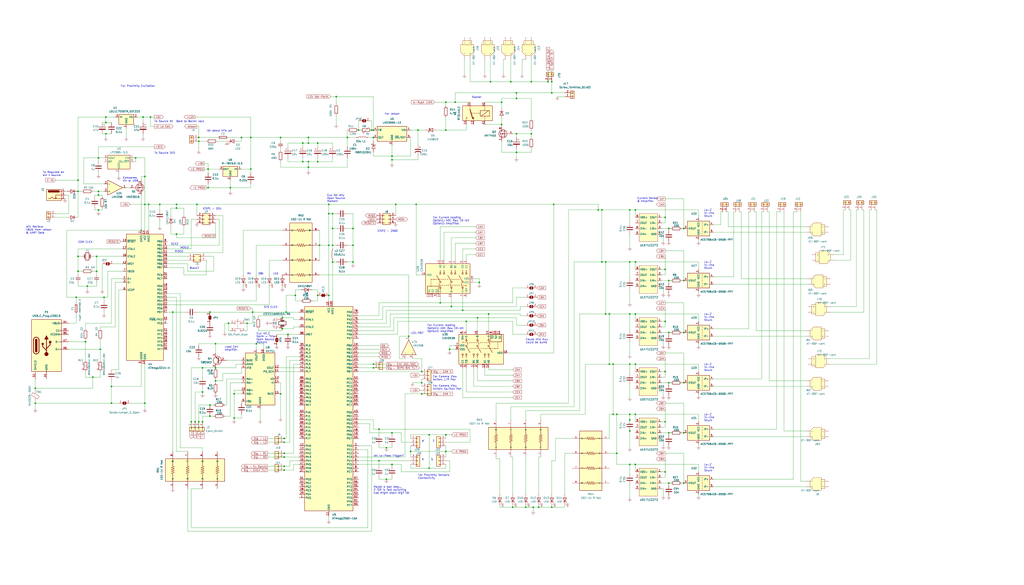
<source format=kicad_sch>
(kicad_sch (version 20230121) (generator eeschema)
  (paper "User" 699.999 399.999)
  (junction (at 353.06 63.5))
  (junction (at 457.2 295.91))
  (junction (at 457.2 227.33))
  (junction (at 408.94 143.51))
  (junction (at 194.31 302.26))
  (junction (at 224.79 167.64))
  (junction (at 194.31 321.31))
  (junction (at 52.07 203.2))
  (junction (at 353.06 91.44))
  (junction (at 414.02 179.07))
  (junction (at 421.64 283.21))
  (junction (at 120.65 142.24))
  (junction (at 229.87 66.04))
  (junction (at 434.34 283.21))
  (junction (at 191.77 269.24))
  (junction (at 353.06 104.14))
  (junction (at 217.17 110.49))
  (junction (at 207.01 97.79))
  (junction (at 245.11 88.9))
  (junction (at 467.36 191.77))
  (junction (at 467.36 330.2))
  (junction (at 414.02 214.63))
  (junction (at 53.34 123.19))
  (junction (at 135.89 96.52))
  (junction (at 267.97 317.5))
  (junction (at 285.75 88.9))
  (junction (at 304.8 69.85))
  (junction (at 67.31 130.81))
  (junction (at 293.37 320.04))
  (junction (at 335.28 55.88))
  (junction (at 53.34 185.42))
  (junction (at 217.17 201.93))
  (junction (at 377.19 55.88))
  (junction (at 430.53 214.63))
  (junction (at 457.2 330.2))
  (junction (at 58.42 233.68))
  (junction (at 280.67 308.61))
  (junction (at 288.29 269.24))
  (junction (at 353.06 67.31))
  (junction (at 284.48 139.7))
  (junction (at 293.37 297.18))
  (junction (at 267.97 295.91))
  (junction (at 99.06 275.59))
  (junction (at 143.51 284.48))
  (junction (at 270.51 139.7))
  (junction (at 99.06 120.65))
  (junction (at 416.56 248.92))
  (junction (at 138.43 251.46))
  (junction (at 97.79 80.01))
  (junction (at 430.53 143.51))
  (junction (at 377.19 346.71))
  (junction (at 194.31 312.42))
  (junction (at 157.48 128.27))
  (junction (at 255.27 88.9))
  (junction (at 430.53 287.02))
  (junction (at 363.22 91.44))
  (junction (at 237.49 93.98))
  (junction (at 194.31 299.72))
  (junction (at 120.65 160.02))
  (junction (at 359.41 346.71))
  (junction (at 334.01 214.63))
  (junction (at 368.3 346.71))
  (junction (at 434.34 317.5))
  (junction (at 304.8 308.61))
  (junction (at 430.53 317.5))
  (junction (at 175.26 234.95))
  (junction (at 160.02 285.75))
  (junction (at 195.58 213.36))
  (junction (at 210.82 97.79))
  (junction (at 316.23 212.09))
  (junction (at 279.4 229.87))
  (junction (at 201.93 201.93))
  (junction (at 147.32 260.35))
  (junction (at 53.34 175.26))
  (junction (at 102.87 80.01))
  (junction (at 63.5 257.81))
  (junction (at 130.81 288.29))
  (junction (at 207.01 110.49))
  (junction (at 72.39 83.82))
  (junction (at 142.24 115.57))
  (junction (at 327.66 193.04))
  (junction (at 457.2 261.62))
  (junction (at 224.79 146.05))
  (junction (at 210.82 114.3))
  (junction (at 147.32 234.95))
  (junction (at 264.16 306.07))
  (junction (at 72.39 91.44))
  (junction (at 434.34 214.63))
  (junction (at 308.61 209.55))
  (junction (at 342.9 69.85))
  (junction (at 218.44 167.64))
  (junction (at 194.31 309.88))
  (junction (at 416.56 214.63))
  (junction (at 53.34 130.81))
  (junction (at 210.82 110.49))
  (junction (at 342.9 85.09))
  (junction (at 120.65 139.7))
  (junction (at 156.21 220.98))
  (junction (at 96.52 157.48))
  (junction (at 454.66 288.29))
  (junction (at 304.8 297.18))
  (junction (at 160.02 269.24))
  (junction (at 227.33 156.21))
  (junction (at 24.13 275.59))
  (junction (at 68.58 238.76))
  (junction (at 255.27 251.46))
  (junction (at 430.53 294.64))
  (junction (at 143.51 213.36))
  (junction (at 454.66 219.71))
  (junction (at 76.2 264.16))
  (junction (at 217.17 97.79))
  (junction (at 467.36 295.91))
  (junction (at 259.08 293.37))
  (junction (at 259.08 314.96))
  (junction (at 210.82 93.98))
  (junction (at 227.33 146.05))
  (junction (at 224.79 201.93))
  (junction (at 138.43 267.97))
  (junction (at 326.39 217.17))
  (junction (at 171.45 115.57))
  (junction (at 133.35 288.29))
  (junction (at 374.65 55.88))
  (junction (at 255.27 93.98))
  (junction (at 241.3 156.21))
  (junction (at 193.04 217.17))
  (junction (at 147.32 251.46))
  (junction (at 92.71 107.95))
  (junction (at 307.34 238.76))
  (junction (at 142.24 128.27))
  (junction (at 72.39 80.01))
  (junction (at 467.36 227.33))
  (junction (at 350.52 346.71))
  (junction (at 304.8 88.9))
  (junction (at 318.77 219.71))
  (junction (at 66.04 175.26))
  (junction (at 196.85 228.6))
  (junction (at 467.36 156.21))
  (junction (at 191.77 93.98))
  (junction (at 135.89 93.98))
  (junction (at 349.25 55.88))
  (junction (at 59.69 195.58))
  (junction (at 419.1 283.21))
  (junction (at 467.36 261.62))
  (junction (at 311.15 69.85))
  (junction (at 454.66 184.15))
  (junction (at 457.2 156.21))
  (junction (at 172.72 213.36))
  (junction (at 421.64 309.88))
  (junction (at 454.66 148.59))
  (junction (at 430.53 179.07))
  (junction (at 99.06 139.7))
  (junction (at 411.48 143.51))
  (junction (at 363.22 55.88))
  (junction (at 434.34 248.92))
  (junction (at 193.04 224.79))
  (junction (at 67.31 107.95))
  (junction (at 255.27 248.92))
  (junction (at 377.19 63.5))
  (junction (at 165.1 93.98))
  (junction (at 434.34 179.07))
  (junction (at 267.97 109.22))
  (junction (at 143.51 276.86))
  (junction (at 254 88.9))
  (junction (at 168.91 220.98))
  (junction (at 101.6 139.7))
  (junction (at 171.45 93.98))
  (junction (at 288.29 254))
  (junction (at 76.2 275.59))
  (junction (at 227.33 167.64))
  (junction (at 134.62 139.7))
  (junction (at 109.22 139.7))
  (junction (at 241.3 179.07))
  (junction (at 71.12 203.2))
  (junction (at 227.33 179.07))
  (junction (at 118.11 213.36))
  (junction (at 264.16 327.66))
  (junction (at 364.49 346.71))
  (junction (at 135.89 288.29))
  (junction (at 434.34 143.51))
  (junction (at 457.2 191.77))
  (junction (at 66.04 185.42))
  (junction (at 138.43 288.29))
  (junction (at 300.99 207.01))
  (junction (at 67.31 133.35))
  (junction (at 194.31 318.77))
  (junction (at 454.66 254))
  (junction (at 411.48 179.07))
  (junction (at 267.97 106.68))
  (junction (at 24.13 265.43))
  (junction (at 430.53 283.21))
  (junction (at 241.3 167.64))
  (junction (at 419.1 248.92))
  (junction (at 378.46 139.7))
  (junction (at 224.79 139.7))
  (junction (at 288.29 261.62))
  (junction (at 430.53 248.92))
  (junction (at 67.31 143.51))
  (junction (at 454.66 322.58))
  (wire (pts (xy 167.64 220.98) (xy 168.91 220.98)))
  (wire (pts (xy 430.53 248.92) (xy 430.53 255.27)))
  (wire (pts (xy 134.62 149.86) (xy 130.81 149.86)))
  (wire (pts (xy 271.78 228.6) (xy 245.11 228.6)))
  (wire (pts (xy 72.39 83.82) (xy 76.2 83.82)))
  (wire (pts (xy 327.66 193.04) (xy 327.66 194.31)))
  (wire (pts (xy 285.75 106.68) (xy 285.75 109.22)))
  (wire (pts (xy 147.32 162.56) (xy 120.65 162.56)))
  (wire (pts (xy 195.58 243.84) (xy 204.47 243.84)))
  (wire (pts (xy 452.12 261.62) (xy 457.2 261.62)))
  (wire (pts (xy 287.02 266.7) (xy 288.29 266.7)))
  (wire (pts (xy 227.33 146.05) (xy 227.33 156.21)))
  (wire (pts (xy 454.66 275.59) (xy 467.36 275.59)))
  (wire (pts (xy 200.66 321.31) (xy 194.31 321.31)))
  (wire (pts (xy 114.3 180.34) (xy 128.27 180.34)))
  (wire (pts (xy 304.8 308.61) (xy 308.61 308.61)))
  (wire (pts (xy 400.05 248.92) (xy 416.56 248.92)))
  (wire (pts (xy 195.58 243.84) (xy 195.58 299.72)))
  (wire (pts (xy 224.79 167.64) (xy 224.79 201.93)))
  (wire (pts (xy 356.87 40.64) (xy 359.41 40.64)))
  (wire (pts (xy 392.43 278.13) (xy 349.25 278.13)))
  (wire (pts (xy 477.52 219.71) (xy 477.52 214.63)))
  (wire (pts (xy 492.76 144.78) (xy 492.76 153.67)))
  (wire (pts (xy 114.3 200.66) (xy 123.19 200.66)))
  (wire (pts (xy 24.13 259.08) (xy 24.13 265.43)))
  (wire (pts (xy 288.29 261.62) (xy 288.29 264.16)))
  (wire (pts (xy 92.71 107.95) (xy 91.44 107.95)))
  (wire (pts (xy 378.46 139.7) (xy 408.94 139.7)))
  (wire (pts (xy 304.8 69.85) (xy 304.8 72.39)))
  (wire (pts (xy 168.91 220.98) (xy 172.72 220.98)))
  (wire (pts (xy 135.89 234.95) (xy 147.32 234.95)))
  (wire (pts (xy 193.04 157.48) (xy 166.37 157.48)))
  (wire (pts (xy 353.06 67.31) (xy 342.9 67.31)))
  (wire (pts (xy 353.06 63.5) (xy 353.06 67.31)))
  (wire (pts (xy 105.41 86.36) (xy 102.87 86.36)))
  (wire (pts (xy 270.51 139.7) (xy 270.51 147.32)))
  (wire (pts (xy 53.34 80.01) (xy 53.34 123.19)))
  (wire (pts (xy 334.01 214.63) (xy 355.6 214.63)))
  (wire (pts (xy 341.63 345.44) (xy 341.63 346.71)))
  (wire (pts (xy 530.86 144.78) (xy 533.4 144.78)))
  (wire (pts (xy 64.77 133.35) (xy 64.77 134.62)))
  (wire (pts (xy 506.73 190.5) (xy 552.45 190.5)))
  (wire (pts (xy 63.5 130.81) (xy 67.31 130.81)))
  (wire (pts (xy 359.41 346.71) (xy 364.49 346.71)))
  (wire (pts (xy 157.48 220.98) (xy 156.21 220.98)))
  (wire (pts (xy 130.81 251.46) (xy 130.81 288.29)))
  (wire (pts (xy 349.25 40.64) (xy 349.25 55.88)))
  (wire (pts (xy 388.62 143.51) (xy 408.94 143.51)))
  (wire (pts (xy 452.12 254) (xy 454.66 254)))
  (wire (pts (xy 81.28 198.12) (xy 83.82 198.12)))
  (wire (pts (xy 477.52 148.59) (xy 477.52 143.51)))
  (wire (pts (xy 454.66 322.58) (xy 454.66 313.69)))
  (wire (pts (xy 378.46 139.7) (xy 378.46 241.3)))
  (wire (pts (xy 452.12 184.15) (xy 454.66 184.15)))
  (wire (pts (xy 274.32 302.26) (xy 280.67 302.26)))
  (wire (pts (xy 350.52 264.16) (xy 323.85 264.16)))
  (wire (pts (xy 24.13 265.43) (xy 63.5 265.43)))
  (wire (pts (xy 359.41 203.2) (xy 353.06 203.2)))
  (wire (pts (xy 467.36 241.3) (xy 467.36 261.62)))
  (wire (pts (xy 477.52 234.95) (xy 477.52 236.22)))
  (wire (pts (xy 176.53 224.79) (xy 176.53 226.06)))
  (wire (pts (xy 334.01 252.73) (xy 334.01 251.46)))
  (wire (pts (xy 477.52 337.82) (xy 477.52 339.09)))
  (wire (pts (xy 342.9 67.31) (xy 342.9 69.85)))
  (wire (pts (xy 326.39 260.35) (xy 326.39 251.46)))
  (wire (pts (xy 353.06 63.5) (xy 377.19 63.5)))
  (wire (pts (xy 195.58 299.72) (xy 194.31 299.72)))
  (wire (pts (xy 154.94 246.38) (xy 165.1 246.38)))
  (wire (pts (xy 280.67 297.18) (xy 280.67 299.72)))
  (wire (pts (xy 359.41 209.55) (xy 355.6 209.55)))
  (wire (pts (xy 189.23 228.6) (xy 196.85 228.6)))
  (wire (pts (xy 207.01 110.49) (xy 210.82 110.49)))
  (wire (pts (xy 304.8 299.72) (xy 304.8 297.18)))
  (wire (pts (xy 477.52 288.29) (xy 477.52 283.21)))
  (wire (pts (xy 142.24 118.11) (xy 142.24 115.57)))
  (wire (pts (xy 331.47 40.64) (xy 331.47 50.8)))
  (wire (pts (xy 69.85 180.34) (xy 69.85 198.12)))
  (wire (pts (xy 339.09 313.69) (xy 339.09 312.42)))
  (wire (pts (xy 421.64 283.21) (xy 430.53 283.21)))
  (wire (pts (xy 142.24 125.73) (xy 142.24 128.27)))
  (wire (pts (xy 193.04 215.9) (xy 193.04 217.17)))
  (wire (pts (xy 334.01 214.63) (xy 266.7 214.63)))
  (wire (pts (xy 530.86 144.78) (xy 530.86 293.37)))
  (wire (pts (xy 259.08 327.66) (xy 264.16 327.66)))
  (wire (pts (xy 69.85 91.44) (xy 72.39 91.44)))
  (wire (pts (xy 434.34 179.07) (xy 434.34 184.15)))
  (wire (pts (xy 350.52 260.35) (xy 326.39 260.35)))
  (wire (pts (xy 190.5 254) (xy 204.47 254)))
  (wire (pts (xy 255.27 248.92) (xy 264.16 248.92)))
  (wire (pts (xy 457.2 331.47) (xy 457.2 330.2)))
  (wire (pts (xy 342.9 104.14) (xy 353.06 104.14)))
  (wire (pts (xy 391.16 299.72) (xy 379.73 299.72)))
  (wire (pts (xy 166.37 157.48) (xy 166.37 187.96)))
  (wire (pts (xy 255.27 106.68) (xy 267.97 106.68)))
  (wire (pts (xy 344.17 40.64) (xy 345.44 40.64)))
  (wire (pts (xy 227.33 179.07) (xy 227.33 205.74)))
  (wire (pts (xy 454.66 326.39) (xy 454.66 322.58)))
  (wire (pts (xy 83.82 190.5) (xy 76.2 190.5)))
  (wire (pts (xy 430.53 214.63) (xy 434.34 214.63)))
  (wire (pts (xy 454.66 152.4) (xy 454.66 148.59)))
  (wire (pts (xy 196.85 228.6) (xy 204.47 228.6)))
  (wire (pts (xy 363.22 88.9) (xy 363.22 91.44)))
  (wire (pts (xy 458.47 261.62) (xy 457.2 261.62)))
  (wire (pts (xy 434.34 248.92) (xy 434.34 254)))
  (wire (pts (xy 497.84 154.94) (xy 551.18 154.94)))
  (wire (pts (xy 217.17 198.12) (xy 217.17 201.93)))
  (wire (pts (xy 237.49 114.3) (xy 210.82 114.3)))
  (wire (pts (xy 300.99 203.2) (xy 300.99 207.01)))
  (wire (pts (xy 377.19 55.88) (xy 377.19 48.26)))
  (wire (pts (xy 487.68 264.16) (xy 551.18 264.16)))
  (wire (pts (xy 245.11 317.5) (xy 267.97 317.5)))
  (wire (pts (xy 171.45 210.82) (xy 172.72 210.82)))
  (wire (pts (xy 24.13 275.59) (xy 76.2 275.59)))
  (wire (pts (xy 267.97 295.91) (xy 274.32 295.91)))
  (wire (pts (xy 267.97 306.07) (xy 267.97 304.8)))
  (wire (pts (xy 411.48 179.07) (xy 411.48 143.51)))
  (wire (pts (xy 453.39 265.43) (xy 452.12 265.43)))
  (wire (pts (xy 200.66 224.79) (xy 200.66 223.52)))
  (wire (pts (xy 157.48 128.27) (xy 157.48 130.81)))
  (wire (pts (xy 116.84 142.24) (xy 116.84 147.32)))
  (wire (pts (xy 191.77 269.24) (xy 190.5 269.24)))
  (wire (pts (xy 454.66 171.45) (xy 467.36 171.45)))
  (wire (pts (xy 86.36 128.27) (xy 88.9 128.27)))
  (wire (pts (xy 123.19 306.07) (xy 138.43 306.07)))
  (wire (pts (xy 72.39 80.01) (xy 72.39 83.82)))
  (wire (pts (xy 416.56 248.92) (xy 419.1 248.92)))
  (wire (pts (xy 198.12 314.96) (xy 204.47 314.96)))
  (wire (pts (xy 66.04 175.26) (xy 66.04 185.42)))
  (wire (pts (xy 157.48 284.48) (xy 153.67 284.48)))
  (wire (pts (xy 535.94 294.64) (xy 551.18 294.64)))
  (wire (pts (xy 210.82 93.98) (xy 210.82 97.79)))
  (wire (pts (xy 245.11 304.8) (xy 254 304.8)))
  (wire (pts (xy 152.4 147.32) (xy 152.4 172.72)))
  (wire (pts (xy 452.12 295.91) (xy 457.2 295.91)))
  (wire (pts (xy 513.08 144.78) (xy 511.81 144.78)))
  (wire (pts (xy 196.85 110.49) (xy 207.01 110.49)))
  (wire (pts (xy 128.27 308.61) (xy 120.65 308.61)))
  (wire (pts (xy 304.8 297.18) (xy 308.61 297.18)))
  (wire (pts (xy 477.52 248.92) (xy 434.34 248.92)))
  (wire (pts (xy 213.36 198.12) (xy 217.17 198.12)))
  (wire (pts (xy 586.74 143.51) (xy 585.47 143.51)))
  (wire (pts (xy 430.53 143.51) (xy 430.53 152.4)))
  (wire (pts (xy 466.09 295.91) (xy 467.36 295.91)))
  (wire (pts (xy 434.34 317.5) (xy 434.34 322.58)))
  (wire (pts (xy 350.52 345.44) (xy 350.52 346.71)))
  (wire (pts (xy 350.52 346.71) (xy 359.41 346.71)))
  (wire (pts (xy 114.3 172.72) (xy 152.4 172.72)))
  (wire (pts (xy 243.84 93.98) (xy 237.49 93.98)))
  (wire (pts (xy 342.9 69.85) (xy 331.47 69.85)))
  (wire (pts (xy 334.01 226.06) (xy 334.01 214.63)))
  (wire (pts (xy 224.79 146.05) (xy 224.79 167.64)))
  (wire (pts (xy 386.08 309.88) (xy 386.08 337.82)))
  (wire (pts (xy 135.89 288.29) (xy 135.89 294.64)))
  (wire (pts (xy 191.77 101.6) (xy 191.77 102.87)))
  (wire (pts (xy 325.12 158.75) (xy 303.53 158.75)))
  (wire (pts (xy 467.36 207.01) (xy 467.36 227.33)))
  (wire (pts (xy 109.22 139.7) (xy 109.22 143.51)))
  (wire (pts (xy 76.2 264.16) (xy 96.52 264.16)))
  (wire (pts (xy 279.4 187.96) (xy 279.4 229.87)))
  (wire (pts (xy 316.23 271.78) (xy 316.23 251.46)))
  (wire (pts (xy 454.66 184.15) (xy 454.66 175.26)))
  (wire (pts (xy 53.34 193.04) (xy 53.34 195.58)))
  (wire (pts (xy 176.53 215.9) (xy 193.04 215.9)))
  (wire (pts (xy 190.5 261.62) (xy 191.77 261.62)))
  (wire (pts (xy 325.12 154.94) (xy 300.99 154.94)))
  (wire (pts (xy 369.57 312.42) (xy 368.3 312.42)))
  (wire (pts (xy 130.81 334.01) (xy 138.43 334.01)))
  (wire (pts (xy 359.41 287.02) (xy 359.41 280.67)))
  (wire (pts (xy 237.49 146.05) (xy 241.3 146.05)))
  (wire (pts (xy 515.62 144.78) (xy 516.89 144.78)))
  (wire (pts (xy 135.89 86.36) (xy 135.89 93.98)))
  (wire (pts (xy 321.31 302.26) (xy 304.8 302.26)))
  (wire (pts (xy 171.45 115.57) (xy 165.1 115.57)))
  (wire (pts (xy 109.22 139.7) (xy 120.65 139.7)))
  (wire (pts (xy 64.77 133.35) (xy 67.31 133.35)))
  (wire (pts (xy 175.26 234.95) (xy 175.26 238.76)))
  (wire (pts (xy 544.83 144.78) (xy 542.29 144.78)))
  (wire (pts (xy 267.97 106.68) (xy 267.97 109.22)))
  (wire (pts (xy 66.04 175.26) (xy 83.82 175.26)))
  (wire (pts (xy 205.74 205.74) (xy 201.93 205.74)))
  (wire (pts (xy 364.49 346.71) (xy 368.3 346.71)))
  (wire (pts (xy 377.19 345.44) (xy 377.19 346.71)))
  (wire (pts (xy 81.28 120.65) (xy 81.28 118.11)))
  (wire (pts (xy 350.52 271.78) (xy 316.23 271.78)))
  (wire (pts (xy 237.49 156.21) (xy 241.3 156.21)))
  (wire (pts (xy 200.66 248.92) (xy 204.47 248.92)))
  (wire (pts (xy 58.42 257.81) (xy 63.5 257.81)))
  (wire (pts (xy 430.53 340.36) (xy 430.53 331.47)))
  (wire (pts (xy 160.02 266.7) (xy 160.02 269.24)))
  (wire (pts (xy 377.19 63.5) (xy 386.08 63.5)))
  (wire (pts (xy 477.52 254) (xy 477.52 248.92)))
  (wire (pts (xy 224.79 353.06) (xy 224.79 355.6)))
  (wire (pts (xy 116.84 160.02) (xy 120.65 160.02)))
  (wire (pts (xy 78.74 223.52) (xy 68.58 223.52)))
  (wire (pts (xy 467.36 135.89) (xy 467.36 156.21)))
  (wire (pts (xy 196.85 107.95) (xy 196.85 110.49)))
  (wire (pts (xy 52.07 203.2) (xy 52.07 207.01)))
  (wire (pts (xy 369.57 283.21) (xy 400.05 283.21)))
  (wire (pts (xy 138.43 284.48) (xy 138.43 288.29)))
  (wire (pts (xy 551.18 328.93) (xy 547.37 328.93)))
  (wire (pts (xy 143.51 213.36) (xy 172.72 213.36)))
  (wire (pts (xy 53.34 175.26) (xy 55.88 175.26)))
  (wire (pts (xy 101.6 139.7) (xy 109.22 139.7)))
  (wire (pts (xy 273.05 229.87) (xy 273.05 245.11)))
  (wire (pts (xy 267.97 297.18) (xy 267.97 295.91)))
  (wire (pts (xy 280.67 93.98) (xy 280.67 106.68)))
  (wire (pts (xy 521.97 144.78) (xy 520.7 144.78)))
  (wire (pts (xy 430.53 306.07) (xy 430.53 294.64)))
  (wire (pts (xy 76.2 252.73) (xy 81.28 252.73)))
  (wire (pts (xy 430.53 168.91) (xy 430.53 160.02)))
  (wire (pts (xy 198.12 246.38) (xy 204.47 246.38)))
  (wire (pts (xy 457.2 297.18) (xy 457.2 295.91)))
  (wire (pts (xy 259.08 306.07) (xy 259.08 304.8)))
  (wire (pts (xy 128.27 185.42) (xy 146.05 185.42)))
  (wire (pts (xy 307.34 236.22) (xy 307.34 238.76)))
  (wire (pts (xy 267.97 99.06) (xy 267.97 106.68)))
  (wire (pts (xy 511.81 144.78) (xy 511.81 224.79)))
  (wire (pts (xy 72.39 91.44) (xy 72.39 93.98)))
  (wire (pts (xy 217.17 97.79) (xy 210.82 97.79)))
  (wire (pts (xy 172.72 213.36) (xy 172.72 220.98)))
  (wire (pts (xy 245.11 223.52) (xy 266.7 223.52)))
  (wire (pts (xy 105.41 100.33) (xy 67.31 100.33)))
  (wire (pts (xy 172.72 213.36) (xy 195.58 213.36)))
  (wire (pts (xy 419.1 248.92) (xy 430.53 248.92)))
  (wire (pts (xy 24.13 266.7) (xy 24.13 265.43)))
  (wire (pts (xy 467.36 275.59) (xy 467.36 295.91)))
  (wire (pts (xy 452.12 219.71) (xy 454.66 219.71)))
  (wire (pts (xy 452.12 326.39) (xy 454.66 326.39)))
  (wire (pts (xy 551.18 332.74) (xy 487.68 332.74)))
  (wire (pts (xy 252.73 289.56) (xy 252.73 295.91)))
  (wire (pts (xy 81.28 252.73) (xy 81.28 198.12)))
  (wire (pts (xy 396.24 214.63) (xy 414.02 214.63)))
  (wire (pts (xy 421.64 317.5) (xy 430.53 317.5)))
  (wire (pts (xy 177.8 279.4) (xy 177.8 287.02)))
  (wire (pts (xy 99.06 275.59) (xy 99.06 279.4)))
  (wire (pts (xy 430.53 143.51) (xy 434.34 143.51)))
  (wire (pts (xy 311.15 238.76) (xy 307.34 238.76)))
  (wire (pts (xy 359.41 222.25) (xy 353.06 222.25)))
  (wire (pts (xy 266.7 214.63) (xy 266.7 223.52)))
  (wire (pts (xy 191.77 261.62) (xy 191.77 269.24)))
  (wire (pts (xy 210.82 97.79) (xy 207.01 97.79)))
  (wire (pts (xy 304.8 88.9) (xy 318.77 88.9)))
  (wire (pts (xy 280.67 297.18) (xy 293.37 297.18)))
  (wire (pts (xy 147.32 241.3) (xy 147.32 234.95)))
  (wire (pts (xy 182.88 309.88) (xy 194.31 309.88)))
  (wire (pts (xy 288.29 187.96) (xy 284.48 187.96)))
  (wire (pts (xy 453.39 165.1) (xy 453.39 160.02)))
  (wire (pts (xy 201.93 201.93) (xy 201.93 205.74)))
  (wire (pts (xy 434.34 283.21) (xy 434.34 288.29)))
  (wire (pts (xy 160.02 285.75) (xy 160.02 287.02)))
  (wire (pts (xy 454.66 309.88) (xy 467.36 309.88)))
  (wire (pts (xy 255.27 251.46) (xy 245.11 251.46)))
  (wire (pts (xy 516.89 226.06) (xy 551.18 226.06)))
  (wire (pts (xy 466.09 261.62) (xy 467.36 261.62)))
  (wire (pts (xy 379.73 299.72) (xy 379.73 314.96)))
  (wire (pts (xy 64.77 143.51) (xy 67.31 143.51)))
  (wire (pts (xy 386.08 345.44) (xy 386.08 346.71)))
  (wire (pts (xy 93.98 80.01) (xy 97.79 80.01)))
  (wire (pts (xy 46.99 146.05) (xy 46.99 133.35)))
  (wire (pts (xy 97.79 91.44) (xy 97.79 93.98)))
  (wire (pts (xy 195.58 213.36) (xy 204.47 213.36)))
  (wire (pts (xy 147.32 147.32) (xy 152.4 147.32)))
  (wire (pts (xy 142.24 128.27) (xy 157.48 128.27)))
  (wire (pts (xy 270.51 139.7) (xy 284.48 139.7)))
  (wire (pts (xy 171.45 80.01) (xy 171.45 93.98)))
  (wire (pts (xy 154.94 259.08) (xy 154.94 276.86)))
  (wire (pts (xy 83.82 193.04) (xy 78.74 193.04)))
  (wire (pts (xy 76.2 264.16) (xy 76.2 275.59)))
  (wire (pts (xy 430.53 317.5) (xy 430.53 323.85)))
  (wire (pts (xy 368.3 346.71) (xy 377.19 346.71)))
  (wire (pts (xy 255.27 251.46) (xy 264.16 251.46)))
  (wire (pts (xy 57.15 107.95) (xy 57.15 125.73)))
  (wire (pts (xy 218.44 167.64) (xy 218.44 177.8)))
  (wire (pts (xy 379.73 314.96) (xy 377.19 314.96)))
  (wire (pts (xy 134.62 213.36) (xy 143.51 213.36)))
  (wire (pts (xy 138.43 294.64) (xy 138.43 288.29)))
  (wire (pts (xy 308.61 209.55) (xy 261.62 209.55)))
  (wire (pts (xy 241.3 167.64) (xy 241.3 156.21)))
  (wire (pts (xy 152.4 260.35) (xy 147.32 260.35)))
  (wire (pts (xy 156.21 220.98) (xy 156.21 226.06)))
  (wire (pts (xy 254 363.22) (xy 254 304.8)))
  (wire (pts (xy 585.47 209.55) (xy 567.69 209.55)))
  (wire (pts (xy 153.67 220.98) (xy 156.21 220.98)))
  (wire (pts (xy 69.85 83.82) (xy 72.39 83.82)))
  (wire (pts (xy 453.39 200.66) (xy 453.39 195.58)))
  (wire (pts (xy 193.04 167.64) (xy 175.26 167.64)))
  (wire (pts (xy 335.28 40.64) (xy 335.28 55.88)))
  (wire (pts (xy 285.75 99.06) (xy 285.75 88.9)))
  (wire (pts (xy 245.11 236.22) (xy 260.35 236.22)))
  (wire (pts (xy 477.52 322.58) (xy 477.52 317.5)))
  (wire (pts (xy 318.77 267.97) (xy 318.77 251.46)))
  (wire (pts (xy 125.73 154.94) (xy 125.73 160.02)))
  (wire (pts (xy 241.3 180.34) (xy 241.3 179.07)))
  (wire (pts (xy 193.04 195.58) (xy 193.04 196.85)))
  (wire (pts (xy 254 363.22) (xy 128.27 363.22)))
  (wire (pts (xy 128.27 334.01) (xy 128.27 363.22)))
  (wire (pts (xy 59.69 195.58) (xy 66.04 195.58)))
  (wire (pts (xy 454.66 135.89) (xy 467.36 135.89)))
  (wire (pts (xy 176.53 226.06) (xy 193.04 226.06)))
  (wire (pts (xy 259.08 215.9) (xy 245.11 215.9)))
  (wire (pts (xy 321.31 55.88) (xy 335.28 55.88)))
  (wire (pts (xy 430.53 248.92) (xy 434.34 248.92)))
  (wire (pts (xy 520.7 144.78) (xy 520.7 259.08)))
  (wire (pts (xy 165.1 283.21) (xy 165.1 285.75)))
  (wire (pts (xy 516.89 144.78) (xy 516.89 226.06)))
  (wire (pts (xy 325.12 162.56) (xy 308.61 162.56)))
  (wire (pts (xy 487.68 194.31) (xy 552.45 194.31)))
  (wire (pts (xy 165.1 261.62) (xy 157.48 261.62)))
  (wire (pts (xy 487.68 229.87) (xy 551.18 229.87)))
  (wire (pts (xy 165.1 248.92) (xy 161.29 248.92)))
  (wire (pts (xy 524.51 144.78) (xy 525.78 144.78)))
  (wire (pts (xy 280.67 317.5) (xy 280.67 320.04)))
  (wire (pts (xy 68.58 238.76) (xy 68.58 246.38)))
  (wire (pts (xy 350.52 267.97) (xy 318.77 267.97)))
  (wire (pts (xy 359.41 215.9) (xy 355.6 215.9)))
  (wire (pts (xy 355.6 209.55) (xy 355.6 212.09)))
  (wire (pts (xy 363.22 101.6) (xy 363.22 104.14)))
  (wire (pts (xy 363.22 55.88) (xy 363.22 40.64)))
  (wire (pts (xy 353.06 104.14) (xy 363.22 104.14)))
  (wire (pts (xy 99.06 120.65) (xy 99.06 139.7)))
  (wire (pts (xy 316.23 170.18) (xy 316.23 177.8)))
  (wire (pts (xy 497.84 144.78) (xy 497.84 154.94)))
  (wire (pts (xy 237.49 179.07) (xy 241.3 179.07)))
  (wire (pts (xy 255.27 287.02) (xy 255.27 293.37)))
  (wire (pts (xy 184.15 195.58) (xy 184.15 208.28)))
  (wire (pts (xy 430.53 271.78) (xy 430.53 262.89)))
  (wire (pts (xy 280.67 106.68) (xy 267.97 106.68)))
  (wire (pts (xy 227.33 156.21) (xy 227.33 167.64)))
  (wire (pts (xy 227.33 146.05) (xy 229.87 146.05)))
  (wire (pts (xy 254 82.55) (xy 254 88.9)))
  (wire (pts (xy 308.61 209.55) (xy 353.06 209.55)))
  (wire (pts (xy 416.56 299.72) (xy 416.56 283.21)))
  (wire (pts (xy 453.39 236.22) (xy 453.39 231.14)))
  (wire (pts (xy 281.94 261.62) (xy 288.29 261.62)))
  (wire (pts (xy 288.29 259.08) (xy 288.29 261.62)))
  (wire (pts (xy 57.15 107.95) (xy 67.31 107.95)))
  (wire (pts (xy 342.9 85.09) (xy 331.47 85.09)))
  (wire (pts (xy 52.07 203.2) (xy 71.12 203.2)))
  (wire (pts (xy 542.29 327.66) (xy 487.68 327.66)))
  (wire (pts (xy 453.39 195.58) (xy 452.12 195.58)))
  (wire (pts (xy 350.52 256.54) (xy 331.47 256.54)))
  (wire (pts (xy 97.79 80.01) (xy 97.79 83.82)))
  (wire (pts (xy 171.45 93.98) (xy 191.77 93.98)))
  (wire (pts (xy 259.08 293.37) (xy 321.31 293.37)))
  (wire (pts (xy 245.11 287.02) (xy 255.27 287.02)))
  (wire (pts (xy 218.44 167.64) (xy 224.79 167.64)))
  (wire (pts (xy 46.99 133.35) (xy 44.45 133.35)))
  (wire (pts (xy 325.12 173.99) (xy 318.77 173.99)))
  (wire (pts (xy 120.65 139.7) (xy 134.62 139.7)))
  (wire (pts (xy 353.06 93.98) (xy 353.06 91.44)))
  (wire (pts (xy 58.42 224.79) (xy 58.42 220.98)))
  (wire (pts (xy 53.34 170.18) (xy 83.82 170.18)))
  (wire (pts (xy 453.39 339.09) (xy 453.39 334.01)))
  (wire (pts (xy 134.62 139.7) (xy 134.62 147.32)))
  (wire (pts (xy 66.04 193.04) (xy 66.04 195.58)))
  (wire (pts (xy 162.56 96.52) (xy 165.1 96.52)))
  (wire (pts (xy 267.97 109.22) (xy 285.75 109.22)))
  (wire (pts (xy 452.12 187.96) (xy 454.66 187.96)))
  (wire (pts (xy 316.23 203.2) (xy 316.23 212.09)))
  (wire (pts (xy 58.42 220.98) (xy 76.2 220.98)))
  (wire (pts (xy 353.06 101.6) (xy 353.06 104.14)))
  (wire (pts (xy 237.49 93.98) (xy 237.49 100.33)))
  (wire (pts (xy 341.63 346.71) (xy 350.52 346.71)))
  (wire (pts (xy 226.06 66.04) (xy 229.87 66.04)))
  (wire (pts (xy 599.44 248.92) (xy 567.69 248.92)))
  (wire (pts (xy 58.42 233.68) (xy 58.42 232.41)))
  (wire (pts (xy 140.97 187.96) (xy 125.73 187.96)))
  (wire (pts (xy 377.19 55.88) (xy 377.19 63.5)))
  (wire (pts (xy 229.87 167.64) (xy 227.33 167.64)))
  (wire (pts (xy 318.77 173.99) (xy 318.77 177.8)))
  (wire (pts (xy 135.89 236.22) (xy 135.89 234.95)))
  (wire (pts (xy 190.5 251.46) (xy 204.47 251.46)))
  (wire (pts (xy 120.65 142.24) (xy 116.84 142.24)))
  (wire (pts (xy 146.05 175.26) (xy 140.97 175.26)))
  (wire (pts (xy 193.04 224.79) (xy 200.66 224.79)))
  (wire (pts (xy 99.06 139.7) (xy 99.06 157.48)))
  (wire (pts (xy 133.35 267.97) (xy 133.35 288.29)))
  (wire (pts (xy 400.05 283.21) (xy 400.05 248.92)))
  (wire (pts (xy 157.48 261.62) (xy 157.48 284.48)))
  (wire (pts (xy 130.81 360.68) (xy 251.46 360.68)))
  (wire (pts (xy 198.12 302.26) (xy 194.31 302.26)))
  (wire (pts (xy 45.72 157.48) (xy 96.52 157.48)))
  (wire (pts (xy 304.8 304.8) (xy 304.8 308.61)))
  (wire (pts (xy 271.78 219.71) (xy 271.78 228.6)))
  (wire (pts (xy 82.55 165.1) (xy 83.82 165.1)))
  (wire (pts (xy 430.53 283.21) (xy 434.34 283.21)))
  (wire (pts (xy 182.88 299.72) (xy 194.31 299.72)))
  (wire (pts (xy 284.48 139.7) (xy 378.46 139.7)))
  (wire (pts (xy 59.69 198.12) (xy 59.69 195.58)))
  (wire (pts (xy 311.15 236.22) (xy 307.34 236.22)))
  (wire (pts (xy 109.22 151.13) (xy 109.22 154.94)))
  (wire (pts (xy 224.79 139.7) (xy 224.79 146.05)))
  (wire (pts (xy 210.82 114.3) (xy 191.77 114.3)))
  (wire (pts (xy 261.62 218.44) (xy 245.11 218.44)))
  (wire (pts (xy 454.66 223.52) (xy 454.66 219.71)))
  (wire (pts (xy 342.9 81.28) (xy 342.9 85.09)))
  (wire (pts (xy 149.86 115.57) (xy 142.24 115.57)))
  (wire (pts (xy 590.55 143.51) (xy 590.55 213.36)))
  (wire (pts (xy 421.64 283.21) (xy 421.64 309.88)))
  (wire (pts (xy 201.93 198.12) (xy 201.93 201.93)))
  (wire (pts (xy 99.06 120.65) (xy 96.52 120.65)))
  (wire (pts (xy 118.11 213.36) (xy 127 213.36)))
  (wire (pts (xy 165.1 255.27) (xy 152.4 255.27)))
  (wire (pts (xy 156.21 226.06) (xy 157.48 226.06)))
  (wire (pts (xy 134.62 86.36) (xy 135.89 86.36)))
  (wire (pts (xy 477.52 283.21) (xy 434.34 283.21)))
  (wire (pts (xy 193.04 177.8) (xy 184.15 177.8)))
  (wire (pts (xy 114.3 175.26) (xy 128.27 175.26)))
  (wire (pts (xy 506.73 144.78) (xy 506.73 190.5)))
  (wire (pts (xy 276.86 312.42) (xy 245.11 312.42)))
  (wire (pts (xy 374.65 55.88) (xy 374.65 48.26)))
  (wire (pts (xy 454.66 254) (xy 454.66 245.11)))
  (wire (pts (xy 217.17 110.49) (xy 227.33 110.49)))
  (wire (pts (xy 96.52 248.92) (xy 96.52 264.16)))
  (wire (pts (xy 207.01 97.79) (xy 196.85 97.79)))
  (wire (pts (xy 140.97 177.8) (xy 140.97 187.96)))
  (wire (pts (xy 99.06 107.95) (xy 99.06 120.65)))
  (wire (pts (xy 269.24 217.17) (xy 269.24 226.06)))
  (wire (pts (xy 254 88.9) (xy 255.27 88.9)))
  (wire (pts (xy 368.3 312.42) (xy 368.3 337.82)))
  (wire (pts (xy 392.43 179.07) (xy 392.43 278.13)))
  (wire (pts (xy 466.09 227.33) (xy 467.36 227.33)))
  (wire (pts (xy 67.31 130.81) (xy 67.31 133.35)))
  (wire (pts (xy 599.44 143.51) (xy 598.17 143.51)))
  (wire (pts (xy 467.36 309.88) (xy 467.36 330.2)))
  (wire (pts (xy 67.31 130.81) (xy 71.12 130.81)))
  (wire (pts (xy 256.54 152.4) (xy 257.81 152.4)))
  (wire (pts (xy 147.32 152.4) (xy 147.32 162.56)))
  (wire (pts (xy 414.02 179.07) (xy 430.53 179.07)))
  (wire (pts (xy 260.35 238.76) (xy 245.11 238.76)))
  (wire (pts (xy 165.1 269.24) (xy 160.02 269.24)))
  (wire (pts (xy 487.68 293.37) (xy 530.86 293.37)))
  (wire (pts (xy 114.3 170.18) (xy 130.81 170.18)))
  (wire (pts (xy 165.1 96.52) (xy 165.1 93.98)))
  (wire (pts (xy 311.15 69.85) (xy 321.31 69.85)))
  (wire (pts (xy 285.75 88.9) (xy 290.83 88.9)))
  (wire (pts (xy 355.6 215.9) (xy 355.6 214.63)))
  (wire (pts (xy 477.52 184.15) (xy 477.52 179.07)))
  (wire (pts (xy 353.06 91.44) (xy 363.22 91.44)))
  (wire (pts (xy 67.31 107.95) (xy 71.12 107.95)))
  (wire (pts (xy 386.08 346.71) (xy 377.19 346.71)))
  (wire (pts (xy 55.88 130.81) (xy 53.34 130.81)))
  (wire (pts (xy 308.61 203.2) (xy 308.61 209.55)))
  (wire (pts (xy 297.18 69.85) (xy 304.8 69.85)))
  (wire (pts (xy 120.65 142.24) (xy 125.73 142.24)))
  (wire (pts (xy 38.1 148.59) (xy 45.72 148.59)))
  (wire (pts (xy 454.66 292.1) (xy 454.66 288.29)))
  (wire (pts (xy 224.79 201.93) (xy 224.79 205.74)))
  (wire (pts (xy 326.39 217.17) (xy 269.24 217.17)))
  (wire (pts (xy 453.39 299.72) (xy 452.12 299.72)))
  (wire (pts (xy 101.6 139.7) (xy 101.6 157.48)))
  (wire (pts (xy 120.65 139.7) (xy 120.65 142.24)))
  (wire (pts (xy 229.87 66.04) (xy 229.87 71.12)))
  (wire (pts (xy 430.53 179.07) (xy 430.53 190.5)))
  (wire (pts (xy 237.49 167.64) (xy 241.3 167.64)))
  (wire (pts (xy 452.12 152.4) (xy 454.66 152.4)))
  (wire (pts (xy 165.1 259.08) (xy 154.94 259.08)))
  (wire (pts (xy 259.08 293.37) (xy 259.08 297.18)))
  (wire (pts (xy 457.2 262.89) (xy 457.2 261.62)))
  (wire (pts (xy 430.53 294.64) (xy 430.53 293.37)))
  (wire (pts (xy 267.97 317.5) (xy 274.32 317.5)))
  (wire (pts (xy 138.43 306.07) (xy 138.43 308.61)))
  (wire (pts (xy 466.09 330.2) (xy 467.36 330.2)))
  (wire (pts (xy 227.33 167.64) (xy 227.33 170.18)))
  (wire (pts (xy 198.12 318.77) (xy 194.31 318.77)))
  (wire (pts (xy 276.86 269.24) (xy 276.86 312.42)))
  (wire (pts (xy 411.48 143.51) (xy 430.53 143.51)))
  (wire (pts (xy 252.73 295.91) (xy 267.97 295.91)))
  (wire (pts (xy 487.68 189.23) (xy 501.65 189.23)))
  (wire (pts (xy 416.56 214.63) (xy 416.56 248.92)))
  (wire (pts (xy 176.53 217.17) (xy 176.53 215.9)))
  (wire (pts (xy 419.1 283.21) (xy 421.64 283.21)))
  (wire (pts (xy 453.39 231.14) (xy 452.12 231.14)))
  (wire (pts (xy 280.67 304.8) (xy 280.67 308.61)))
  (wire (pts (xy 577.85 143.51) (xy 576.58 143.51)))
  (wire (pts (xy 300.99 207.01) (xy 259.08 207.01)))
  (wire (pts (xy 134.62 139.7) (xy 224.79 139.7)))
  (wire (pts (xy 377.19 314.96) (xy 377.19 337.82)))
  (wire (pts (xy 477.52 163.83) (xy 477.52 165.1)))
  (wire (pts (xy 175.26 234.95) (xy 147.32 234.95)))
  (wire (pts (xy 458.47 295.91) (xy 457.2 295.91)))
  (wire (pts (xy 255.27 66.04) (xy 255.27 88.9)))
  (wire (pts (xy 227.33 110.49) (xy 227.33 107.95)))
  (wire (pts (xy 374.65 55.88) (xy 363.22 55.88)))
  (wire (pts (xy 335.28 55.88) (xy 349.25 55.88)))
  (wire (pts (xy 311.15 63.5) (xy 311.15 69.85)))
  (wire (pts (xy 157.48 123.19) (xy 157.48 128.27)))
  (wire (pts (xy 63.5 175.26) (xy 66.04 175.26)))
  (wire (pts (xy 331.47 256.54) (xy 331.47 251.46)))
  (wire (pts (xy 182.88 312.42) (xy 194.31 312.42)))
  (wire (pts (xy 452.12 148.59) (xy 454.66 148.59)))
  (wire (pts (xy 92.71 107.95) (xy 99.06 107.95)))
  (wire (pts (xy 130.81 149.86) (xy 130.81 170.18)))
  (wire (pts (xy 595.63 143.51) (xy 594.36 143.51)))
  (wire (pts (xy 267.97 327.66) (xy 267.97 326.39)))
  (wire (pts (xy 96.52 133.35) (xy 96.52 157.48)))
  (wire (pts (xy 288.29 245.11) (xy 288.29 254)))
  (wire (pts (xy 316.23 212.09) (xy 355.6 212.09)))
  (wire (pts (xy 411.48 143.51) (xy 408.94 143.51)))
  (wire (pts (xy 430.53 317.5) (xy 434.34 317.5)))
  (wire (pts (xy 227.33 179.07) (xy 229.87 179.07)))
  (wire (pts (xy 72.39 80.01) (xy 78.74 80.01)))
  (wire (pts (xy 304.8 308.61) (xy 304.8 312.42)))
  (wire (pts (xy 217.17 205.74) (xy 213.36 205.74)))
  (wire (pts (xy 210.82 93.98) (xy 191.77 93.98)))
  (wire (pts (xy 570.23 173.99) (xy 576.58 173.99)))
  (wire (pts (xy 53.34 80.01) (xy 72.39 80.01)))
  (wire (pts (xy 542.29 144.78) (xy 542.29 327.66)))
  (wire (pts (xy 114.3 205.74) (xy 175.26 205.74)))
  (wire (pts (xy 454.66 148.59) (xy 454.66 139.7)))
  (wire (pts (xy 207.01 107.95) (xy 207.01 110.49)))
  (wire (pts (xy 349.25 312.42) (xy 350.52 312.42)))
  (wire (pts (xy 171.45 125.73) (xy 171.45 128.27)))
  (wire (pts (xy 414.02 179.07) (xy 414.02 214.63)))
  (wire (pts (xy 92.71 110.49) (xy 92.71 107.95)))
  (wire (pts (xy 53.34 185.42) (xy 53.34 175.26)))
  (wire (pts (xy 45.72 130.81) (xy 44.45 130.81)))
  (wire (pts (xy 288.29 245.11) (xy 281.94 245.11)))
  (wire (pts (xy 477.52 303.53) (xy 477.52 304.8)))
  (wire (pts (xy 326.39 226.06) (xy 326.39 217.17)))
  (wire (pts (xy 392.43 179.07) (xy 411.48 179.07)))
  (wire (pts (xy 67.31 143.51) (xy 69.85 143.51)))
  (wire (pts (xy 391.16 309.88) (xy 386.08 309.88)))
  (wire (pts (xy 349.25 55.88) (xy 363.22 55.88)))
  (wire (pts (xy 452.12 292.1) (xy 454.66 292.1)))
  (wire (pts (xy 274.32 295.91) (xy 274.32 302.26)))
  (wire (pts (xy 46.99 238.76) (xy 68.58 238.76)))
  (wire (pts (xy 245.11 254) (xy 288.29 254)))
  (wire (pts (xy 280.67 308.61) (xy 304.8 308.61)))
  (wire (pts (xy 86.36 87.63) (xy 86.36 93.98)))
  (wire (pts (xy 135.89 276.86) (xy 143.51 276.86)))
  (wire (pts (xy 276.86 245.11) (xy 273.05 245.11)))
  (wire (pts (xy 207.01 97.79) (xy 207.01 100.33)))
  (wire (pts (xy 147.32 261.62) (xy 147.32 260.35)))
  (wire (pts (xy 259.08 314.96) (xy 259.08 318.77)))
  (wire (pts (xy 477.52 317.5) (xy 434.34 317.5)))
  (wire (pts (xy 69.85 143.51) (xy 69.85 142.24)))
  (wire (pts (xy 349.25 278.13) (xy 349.25 287.02)))
  (wire (pts (xy 165.1 255.27) (xy 165.1 251.46)))
  (wire (pts (xy 135.89 276.86) (xy 135.89 288.29)))
  (wire (pts (xy 284.48 187.96) (xy 284.48 139.7)))
  (wire (pts (xy 53.34 187.96) (xy 53.34 185.42)))
  (wire (pts (xy 46.99 220.98) (xy 52.07 220.98)))
  (wire (pts (xy 184.15 177.8) (xy 184.15 187.96)))
  (wire (pts (xy 204.47 218.44) (xy 200.66 218.44)))
  (wire (pts (xy 356.87 40.64) (xy 356.87 50.8)))
  (wire (pts (xy 416.56 309.88) (xy 421.64 309.88)))
  (wire (pts (xy 241.3 156.21) (xy 241.3 146.05)))
  (wire (pts (xy 454.66 207.01) (xy 467.36 207.01)))
  (wire (pts (xy 477.52 199.39) (xy 477.52 200.66)))
  (wire (pts (xy 487.68 298.45) (xy 551.18 298.45)))
  (wire (pts (xy 191.77 114.3) (xy 191.77 110.49)))
  (wire (pts (xy 114.3 167.64) (xy 149.86 167.64)))
  (wire (pts (xy 153.67 227.33) (xy 153.67 220.98)))
  (wire (pts (xy 68.58 254) (xy 68.58 257.81)))
  (wire (pts (xy 454.66 219.71) (xy 454.66 210.82)))
  (wire (pts (xy 114.3 213.36) (xy 118.11 213.36)))
  (wire (pts (xy 293.37 320.04) (xy 304.8 320.04)))
  (wire (pts (xy 496.57 144.78) (xy 497.84 144.78)))
  (wire (pts (xy 161.29 251.46) (xy 147.32 251.46)))
  (wire (pts (xy 458.47 227.33) (xy 457.2 227.33)))
  (wire (pts (xy 194.31 309.88) (xy 200.66 309.88)))
  (wire (pts (xy 67.31 100.33) (xy 67.31 107.95)))
  (wire (pts (xy 364.49 349.25) (xy 364.49 346.71)))
  (wire (pts (xy 363.22 93.98) (xy 363.22 91.44)))
  (wire (pts (xy 547.37 328.93) (xy 547.37 144.78)))
  (wire (pts (xy 172.72 210.82) (xy 172.72 213.36)))
  (wire (pts (xy 414.02 214.63) (xy 416.56 214.63)))
  (wire (pts (xy 120.65 160.02) (xy 125.73 160.02)))
  (wire (pts (xy 217.17 201.93) (xy 217.17 205.74)))
  (wire (pts (xy 120.65 160.02) (xy 120.65 162.56)))
  (wire (pts (xy 416.56 283.21) (xy 419.1 283.21)))
  (wire (pts (xy 224.79 139.7) (xy 270.51 139.7)))
  (wire (pts (xy 138.43 267.97) (xy 133.35 267.97)))
  (wire (pts (xy 102.87 86.36) (xy 102.87 80.01)))
  (wire (pts (xy 273.05 229.87) (xy 279.4 229.87)))
  (wire (pts (xy 501.65 144.78) (xy 501.65 189.23)))
  (wire (pts (xy 477.52 214.63) (xy 434.34 214.63)))
  (wire (pts (xy 590.55 213.36) (xy 567.69 213.36)))
  (wire (pts (xy 341.63 313.69) (xy 341.63 337.82)))
  (wire (pts (xy 259.08 207.01) (xy 259.08 215.9)))
  (wire (pts (xy 24.13 275.59) (xy 24.13 274.32)))
  (wire (pts (xy 53.34 195.58) (xy 59.69 195.58)))
  (wire (pts (xy 125.73 147.32) (xy 125.73 142.24)))
  (wire (pts (xy 454.66 187.96) (xy 454.66 184.15)))
  (wire (pts (xy 123.19 200.66) (xy 123.19 306.07)))
  (wire (pts (xy 594.36 143.51) (xy 594.36 245.11)))
  (wire (pts (xy 76.2 275.59) (xy 81.28 275.59)))
  (wire (pts (xy 116.84 154.94) (xy 116.84 160.02)))
  (wire (pts (xy 130.81 294.64) (xy 130.81 288.29)))
  (wire (pts (xy 311.15 166.37) (xy 311.15 177.8)))
  (wire (pts (xy 200.66 317.5) (xy 200.66 321.31)))
  (wire (pts (xy 194.31 312.42) (xy 204.47 312.42)))
  (wire (pts (xy 264.16 212.09) (xy 264.16 220.98)))
  (wire (pts (xy 350.52 207.01) (xy 300.99 207.01)))
  (wire (pts (xy 245.11 88.9) (xy 246.38 88.9)))
  (wire (pts (xy 298.45 88.9) (xy 304.8 88.9)))
  (wire (pts (xy 408.94 143.51) (xy 408.94 139.7)))
  (wire (pts (xy 576.58 173.99) (xy 576.58 143.51)))
  (wire (pts (xy 147.32 260.35) (xy 147.32 259.08)))
  (wire (pts (xy 287.02 256.54) (xy 288.29 256.54)))
  (wire (pts (xy 227.33 156.21) (xy 229.87 156.21)))
  (wire (pts (xy 350.52 228.6) (xy 350.52 219.71)))
  (wire (pts (xy 502.92 144.78) (xy 501.65 144.78)))
  (wire (pts (xy 63.5 185.42) (xy 66.04 185.42)))
  (wire (pts (xy 118.11 213.36) (xy 118.11 308.61)))
  (wire (pts (xy 148.59 96.52) (xy 154.94 96.52)))
  (wire (pts (xy 168.91 226.06) (xy 167.64 226.06)))
  (wire (pts (xy 130.81 360.68) (xy 130.81 334.01)))
  (wire (pts (xy 139.7 115.57) (xy 142.24 115.57)))
  (wire (pts (xy 304.8 69.85) (xy 311.15 69.85)))
  (wire (pts (xy 200.66 317.5) (xy 204.47 317.5)))
  (wire (pts (xy 585.47 143.51) (xy 585.47 209.55)))
  (wire (pts (xy 477.52 143.51) (xy 434.34 143.51)))
  (wire (pts (xy 105.41 80.01) (xy 102.87 80.01)))
  (wire (pts (xy 454.66 241.3) (xy 467.36 241.3)))
  (wire (pts (xy 288.29 269.24) (xy 294.64 269.24)))
  (wire (pts (xy 241.3 179.07) (xy 241.3 167.64)))
  (wire (pts (xy 198.12 246.38) (xy 198.12 302.26)))
  (wire (pts (xy 353.06 217.17) (xy 326.39 217.17)))
  (wire (pts (xy 217.17 107.95) (xy 217.17 110.49)))
  (wire (pts (xy 293.37 297.18) (xy 304.8 297.18)))
  (wire (pts (xy 581.66 143.51) (xy 581.66 177.8)))
  (wire (pts (xy 138.43 251.46) (xy 130.81 251.46)))
  (wire (pts (xy 457.2 228.6) (xy 457.2 227.33)))
  (wire (pts (xy 64.77 142.24) (xy 64.77 143.51)))
  (wire (pts (xy 350.52 196.85) (xy 350.52 207.01)))
  (wire (pts (xy 342.9 73.66) (xy 342.9 69.85)))
  (wire (pts (xy 535.94 294.64) (xy 535.94 144.78)))
  (wire (pts (xy 378.46 241.3) (xy 346.71 241.3)))
  (wire (pts (xy 430.53 287.02) (xy 430.53 288.29)))
  (wire (pts (xy 359.41 196.85) (xy 350.52 196.85)))
  (wire (pts (xy 200.66 218.44) (xy 200.66 217.17)))
  (wire (pts (xy 149.86 149.86) (xy 149.86 167.64)))
  (wire (pts (xy 196.85 97.79) (xy 196.85 100.33)))
  (wire (pts (xy 245.11 243.84) (xy 259.08 243.84)))
  (wire (pts (xy 581.66 177.8) (xy 570.23 177.8)))
  (wire (pts (xy 152.4 255.27) (xy 152.4 260.35)))
  (wire (pts (xy 171.45 128.27) (xy 157.48 128.27)))
  (wire (pts (xy 210.82 116.84) (xy 210.82 114.3)))
  (wire (pts (xy 264.16 306.07) (xy 267.97 306.07)))
  (wire (pts (xy 396.24 280.67) (xy 396.24 214.63)))
  (wire (pts (xy 318.77 219.71) (xy 271.78 219.71)))
  (wire (pts (xy 114.3 177.8) (xy 128.27 177.8)))
  (wire (pts (xy 52.07 220.98) (xy 52.07 214.63)))
  (wire (pts (xy 255.27 293.37) (xy 259.08 293.37)))
  (wire (pts (xy 237.49 107.95) (xy 237.49 114.3)))
  (wire (pts (xy 120.65 203.2) (xy 114.3 203.2)))
  (wire (pts (xy 210.82 110.49) (xy 210.82 114.3)))
  (wire (pts (xy 198.12 314.96) (xy 198.12 318.77)))
  (wire (pts (xy 255.27 66.04) (xy 229.87 66.04)))
  (wire (pts (xy 430.53 214.63) (xy 430.53 226.06)))
  (wire (pts (xy 46.99 146.05) (xy 38.1 146.05)))
  (wire (pts (xy 128.27 180.34) (xy 128.27 185.42)))
  (wire (pts (xy 505.46 144.78) (xy 506.73 144.78)))
  (wire (pts (xy 135.89 96.52) (xy 140.97 96.52)))
  (wire (pts (xy 434.34 143.51) (xy 434.34 148.59)))
  (wire (pts (xy 261.62 209.55) (xy 261.62 218.44)))
  (wire (pts (xy 267.97 109.22) (xy 267.97 111.76)))
  (wire (pts (xy 63.5 257.81) (xy 68.58 257.81)))
  (wire (pts (xy 45.72 203.2) (xy 52.07 203.2)))
  (wire (pts (xy 339.09 275.59) (xy 388.62 275.59)))
  (wire (pts (xy 452.12 330.2) (xy 457.2 330.2)))
  (wire (pts (xy 229.87 85.09) (xy 229.87 78.74)))
  (wire (pts (xy 325.12 166.37) (xy 311.15 166.37)))
  (wire (pts (xy 353.06 222.25) (xy 353.06 217.17)))
  (wire (pts (xy 454.66 288.29) (xy 454.66 279.4)))
  (wire (pts (xy 416.56 214.63) (xy 430.53 214.63)))
  (wire (pts (xy 210.82 93.98) (xy 237.49 93.98)))
  (wire (pts (xy 466.09 191.77) (xy 467.36 191.77)))
  (wire (pts (xy 452.12 288.29) (xy 454.66 288.29)))
  (wire (pts (xy 307.34 238.76) (xy 307.34 240.03)))
  (wire (pts (xy 71.12 203.2) (xy 73.66 203.2)))
  (wire (pts (xy 143.51 284.48) (xy 146.05 284.48)))
  (wire (pts (xy 210.82 110.49) (xy 217.17 110.49)))
  (wire (pts (xy 430.53 207.01) (xy 430.53 198.12)))
  (wire (pts (xy 494.03 144.78) (xy 492.76 144.78)))
  (wire (pts (xy 133.35 80.01) (xy 171.45 80.01)))
  (wire (pts (xy 280.67 308.61) (xy 280.67 312.42)))
  (wire (pts (xy 53.34 123.19) (xy 53.34 130.81)))
  (wire (pts (xy 452.12 191.77) (xy 457.2 191.77)))
  (wire (pts (xy 125.73 182.88) (xy 114.3 182.88)))
  (wire (pts (xy 430.53 283.21) (xy 430.53 287.02)))
  (wire (pts (xy 182.88 321.31) (xy 194.31 321.31)))
  (wire (pts (xy 307.34 322.58) (xy 307.34 314.96)))
  (wire (pts (xy 411.48 179.07) (xy 414.02 179.07)))
  (wire (pts (xy 165.1 274.32) (xy 165.1 275.59)))
  (wire (pts (xy 350.52 252.73) (xy 334.01 252.73)))
  (wire (pts (xy 264.16 220.98) (xy 245.11 220.98)))
  (wire (pts (xy 160.02 269.24) (xy 160.02 285.75)))
  (wire (pts (xy 452.12 156.21) (xy 457.2 156.21)))
  (wire (pts (xy 350.52 312.42) (xy 350.52 337.82)))
  (wire (pts (xy 201.93 201.93) (xy 195.58 201.93)))
  (wire (pts (xy 67.31 107.95) (xy 67.31 110.49)))
  (wire (pts (xy 452.12 257.81) (xy 454.66 257.81)))
  (wire (pts (xy 245.11 314.96) (xy 259.08 314.96)))
  (wire (pts (xy 525.78 144.78) (xy 525.78 260.35)))
  (wire (pts (xy 359.41 280.67) (xy 396.24 280.67)))
  (wire (pts (xy 171.45 93.98) (xy 171.45 115.57)))
  (wire (pts (xy 156.21 93.98) (xy 165.1 93.98)))
  (wire (pts (xy 487.68 158.75) (xy 551.18 158.75)))
  (wire (pts (xy 300.99 154.94) (xy 300.99 177.8)))
  (wire (pts (xy 142.24 111.76) (xy 142.24 115.57)))
  (wire (pts (xy 321.31 40.64) (xy 321.31 55.88)))
  (wire (pts (xy 304.8 320.04) (xy 304.8 317.5)))
  (wire (pts (xy 58.42 257.81) (xy 58.42 254)))
  (wire (pts (xy 138.43 251.46) (xy 147.32 251.46)))
  (wire (pts (xy 255.27 93.98) (xy 251.46 93.98)))
  (wire (pts (xy 342.9 85.09) (xy 342.9 86.36)))
  (wire (pts (xy 252.73 82.55) (xy 254 82.55)))
  (wire (pts (xy 38.1 123.19) (xy 53.34 123.19)))
  (wire (pts (xy 72.39 91.44) (xy 76.2 91.44)))
  (wire (pts (xy 191.77 96.52) (xy 191.77 93.98)))
  (wire (pts (xy 68.58 238.76) (xy 68.58 232.41)))
  (wire (pts (xy 325.12 170.18) (xy 316.23 170.18)))
  (wire (pts (xy 53.34 130.81) (xy 53.34 148.59)))
  (wire (pts (xy 78.74 193.04) (xy 78.74 223.52)))
  (wire (pts (xy 452.12 223.52) (xy 454.66 223.52)))
  (wire (pts (xy 73.66 185.42) (xy 73.66 203.2)))
  (wire (pts (xy 255.27 93.98) (xy 255.27 96.52)))
  (wire (pts (xy 487.68 259.08) (xy 520.7 259.08)))
  (wire (pts (xy 255.27 104.14) (xy 255.27 106.68)))
  (wire (pts (xy 227.33 177.8) (xy 227.33 179.07)))
  (wire (pts (xy 218.44 187.96) (xy 279.4 187.96)))
  (wire (pts (xy 321.31 293.37) (xy 321.31 302.26)))
  (wire (pts (xy 58.42 233.68) (xy 58.42 246.38)))
  (wire (pts (xy 430.53 179.07) (xy 434.34 179.07)))
  (wire (pts (xy 274.32 317.5) (xy 274.32 322.58)))
  (wire (pts (xy 311.15 63.5) (xy 353.06 63.5)))
  (wire (pts (xy 73.66 185.42) (xy 83.82 185.42)))
  (wire (pts (xy 191.77 269.24) (xy 191.77 285.75)))
  (wire (pts (xy 201.93 198.12) (xy 205.74 198.12)))
  (wire (pts (xy 453.39 334.01) (xy 452.12 334.01)))
  (wire (pts (xy 133.35 294.64) (xy 133.35 288.29)))
  (wire (pts (xy 76.2 190.5) (xy 76.2 220.98)))
  (wire (pts (xy 175.26 195.58) (xy 175.26 205.74)))
  (wire (pts (xy 77.47 180.34) (xy 83.82 180.34)))
  (wire (pts (xy 353.06 67.31) (xy 363.22 67.31)))
  (wire (pts (xy 135.89 93.98) (xy 148.59 93.98)))
  (wire (pts (xy 69.85 133.35) (xy 69.85 134.62)))
  (wire (pts (xy 165.1 93.98) (xy 171.45 93.98)))
  (wire (pts (xy 200.66 248.92) (xy 200.66 309.88)))
  (wire (pts (xy 46.99 233.68) (xy 58.42 233.68)))
  (wire (pts (xy 161.29 248.92) (xy 161.29 251.46)))
  (wire (pts (xy 477.52 269.24) (xy 477.52 270.51)))
  (wire (pts (xy 269.24 226.06) (xy 245.11 226.06)))
  (wire (pts (xy 193.04 217.17) (xy 200.66 217.17)))
  (wire (pts (xy 245.11 82.55) (xy 245.11 88.9)))
  (wire (pts (xy 359.41 345.44) (xy 359.41 346.71)))
  (wire (pts (xy 237.49 88.9) (xy 237.49 93.98)))
  (wire (pts (xy 369.57 287.02) (xy 369.57 283.21)))
  (wire (pts (xy 363.22 81.28) (xy 363.22 67.31)))
  (wire (pts (xy 454.66 257.81) (xy 454.66 254)))
  (wire (pts (xy 467.36 171.45) (xy 467.36 191.77)))
  (wire (pts (xy 99.06 139.7) (xy 101.6 139.7)))
  (wire (pts (xy 317.5 40.64) (xy 317.5 50.8)))
  (wire (pts (xy 71.12 213.36) (xy 71.12 214.63)))
  (wire (pts (xy 323.85 193.04) (xy 327.66 193.04)))
  (wire (pts (xy 200.66 223.52) (xy 204.47 223.52)))
  (wire (pts (xy 339.09 287.02) (xy 339.09 275.59)))
  (wire (pts (xy 368.3 345.44) (xy 368.3 346.71)))
  (wire (pts (xy 218.44 157.48) (xy 218.44 167.64)))
  (wire (pts (xy 140.97 128.27) (xy 142.24 128.27)))
  (wire (pts (xy 251.46 360.68) (xy 251.46 307.34)))
  (wire (pts (xy 280.67 320.04) (xy 293.37 320.04)))
  (wire (pts (xy 88.9 275.59) (xy 99.06 275.59)))
  (wire (pts (xy 143.51 276.86) (xy 146.05 276.86)))
  (wire (pts (xy 457.2 157.48) (xy 457.2 156.21)))
  (wire (pts (xy 154.94 276.86) (xy 153.67 276.86)))
  (wire (pts (xy 589.28 143.51) (xy 590.55 143.51)))
  (wire (pts (xy 458.47 156.21) (xy 457.2 156.21)))
  (wire (pts (xy 359.41 228.6) (xy 350.52 228.6)))
  (wire (pts (xy 267.97 317.5) (xy 267.97 318.77)))
  (wire (pts (xy 171.45 115.57) (xy 171.45 118.11)))
  (wire (pts (xy 318.77 226.06) (xy 318.77 219.71)))
  (wire (pts (xy 166.37 195.58) (xy 166.37 196.85)))
  (wire (pts (xy 316.23 212.09) (xy 264.16 212.09)))
  (wire (pts (xy 525.78 260.35) (xy 551.18 260.35)))
  (wire (pts (xy 307.34 314.96) (xy 304.8 314.96)))
  (wire (pts (xy 138.43 284.48) (xy 143.51 284.48)))
  (wire (pts (xy 353.06 91.44) (xy 350.52 91.44)))
  (wire (pts (xy 91.44 110.49) (xy 92.71 110.49)))
  (wire (pts (xy 63.5 257.81) (xy 63.5 265.43)))
  (wire (pts (xy 323.85 190.5) (xy 327.66 190.5)))
  (wire (pts (xy 139.7 111.76) (xy 142.24 111.76)))
  (wire (pts (xy 264.16 327.66) (xy 267.97 327.66)))
  (wire (pts (xy 353.06 104.14) (xy 353.06 107.95)))
  (wire (pts (xy 227.33 100.33) (xy 227.33 97.79)))
  (wire (pts (xy 430.53 242.57) (xy 430.53 233.68)))
  (wire (pts (xy 457.2 193.04) (xy 457.2 191.77)))
  (wire (pts (xy 339.09 313.69) (xy 341.63 313.69)))
  (wire (pts (xy 53.34 170.18) (xy 53.34 175.26)))
  (wire (pts (xy 303.53 158.75) (xy 303.53 177.8)))
  (wire (pts (xy 168.91 220.98) (xy 168.91 226.06)))
  (wire (pts (xy 350.52 219.71) (xy 318.77 219.71)))
  (wire (pts (xy 255.27 248.92) (xy 245.11 248.92)))
  (wire (pts (xy 487.68 153.67) (xy 492.76 153.67)))
  (wire (pts (xy 318.77 88.9) (xy 318.77 85.09)))
  (wire (pts (xy 67.31 119.38) (xy 67.31 118.11)))
  (wire (pts (xy 327.66 190.5) (xy 327.66 193.04)))
  (wire (pts (xy 71.12 203.2) (xy 71.12 205.74)))
  (wire (pts (xy 68.58 223.52) (xy 68.58 224.79)))
  (wire (pts (xy 120.65 308.61) (xy 120.65 203.2)))
  (wire (pts (xy 245.11 289.56) (xy 252.73 289.56)))
  (wire (pts (xy 165.1 266.7) (xy 160.02 266.7)))
  (wire (pts (xy 193.04 226.06) (xy 193.04 224.79)))
  (wire (pts (xy 419.1 248.92) (xy 419.1 283.21)))
  (wire (pts (xy 323.85 264.16) (xy 323.85 251.46)))
  (wire (pts (xy 594.36 245.11) (xy 567.69 245.11)))
  (wire (pts (xy 477.52 179.07) (xy 434.34 179.07)))
  (wire (pts (xy 138.43 265.43) (xy 138.43 267.97)))
  (wire (pts (xy 580.39 143.51) (xy 581.66 143.51)))
  (wire (pts (xy 285.75 88.9) (xy 280.67 88.9)))
  (wire (pts (xy 195.58 201.93) (xy 195.58 213.36)))
  (wire (pts (xy 434.34 214.63) (xy 434.34 219.71)))
  (wire (pts (xy 114.3 208.28) (xy 184.15 208.28)))
  (wire (pts (xy 135.89 96.52) (xy 135.89 102.87)))
  (wire (pts (xy 96.52 120.65) (xy 96.52 123.19)))
  (wire (pts (xy 180.34 234.95) (xy 175.26 234.95)))
  (wire (pts (xy 453.39 270.51) (xy 453.39 265.43)))
  (wire (pts (xy 182.88 318.77) (xy 194.31 318.77)))
  (wire (pts (xy 67.31 143.51) (xy 67.31 144.78)))
  (wire (pts (xy 274.32 322.58) (xy 307.34 322.58)))
  (wire (pts (xy 227.33 97.79) (xy 217.17 97.79)))
  (wire (pts (xy 359.41 312.42) (xy 359.41 337.82)))
  (wire (pts (xy 452.12 227.33) (xy 457.2 227.33)))
  (wire (pts (xy 24.13 279.4) (xy 24.13 275.59)))
  (wire (pts (xy 165.1 285.75) (xy 160.02 285.75)))
  (wire (pts (xy 259.08 314.96) (xy 280.67 314.96)))
  (wire (pts (xy 224.79 146.05) (xy 227.33 146.05)))
  (wire (pts (xy 599.44 143.51) (xy 599.44 248.92)))
  (wire (pts (xy 388.62 275.59) (xy 388.62 143.51)))
  (wire (pts (xy 276.86 269.24) (xy 288.29 269.24)))
  (wire (pts (xy 458.47 191.77) (xy 457.2 191.77)))
  (wire (pts (xy 102.87 80.01) (xy 97.79 80.01)))
  (wire (pts (xy 53.34 185.42) (xy 55.88 185.42)))
  (wire (pts (xy 421.64 309.88) (xy 421.64 317.5)))
  (wire (pts (xy 180.34 238.76) (xy 180.34 234.95)))
  (wire (pts (xy 138.43 267.97) (xy 138.43 269.24)))
  (wire (pts (xy 353.06 203.2) (xy 353.06 209.55)))
  (wire (pts (xy 66.04 185.42) (xy 66.04 187.96)))
  (wire (pts (xy 453.39 304.8) (xy 453.39 299.72)))
  (wire (pts (xy 45.72 157.48) (xy 45.72 203.2)))
  (wire (pts (xy 88.9 139.7) (xy 99.06 139.7)))
  (wire (pts (xy 217.17 97.79) (xy 217.17 100.33)))
  (wire (pts (xy 381 66.04) (xy 386.08 66.04)))
  (wire (pts (xy 182.88 302.26) (xy 194.31 302.26)))
  (wire (pts (xy 293.37 297.18) (xy 293.37 320.04)))
  (wire (pts (xy 67.31 133.35) (xy 69.85 133.35)))
  (wire (pts (xy 138.43 251.46) (xy 138.43 257.81)))
  (wire (pts (xy 453.39 160.02) (xy 452.12 160.02)))
  (wire (pts (xy 344.17 40.64) (xy 344.17 50.8)))
  (wire (pts (xy 175.26 167.64) (xy 175.26 187.96)))
  (wire (pts (xy 487.68 224.79) (xy 511.81 224.79)))
  (wire (pts (xy 259.08 241.3) (xy 245.11 241.3)))
  (wire (pts (xy 125.73 187.96) (xy 125.73 182.88)))
  (wire (pts (xy 458.47 330.2) (xy 457.2 330.2)))
  (wire (pts (xy 452.12 322.58) (xy 454.66 322.58)))
  (wire (pts (xy 259.08 306.07) (xy 264.16 306.07)))
  (wire (pts (xy 146.05 185.42) (xy 146.05 175.26)))
  (wire (pts (xy 99.06 248.92) (xy 99.06 275.59)))
  (wire (pts (xy 147.32 149.86) (xy 149.86 149.86)))
  (wire (pts (xy 304.8 80.01) (xy 304.8 88.9)))
  (wire (pts (xy 259.08 327.66) (xy 259.08 326.39)))
  (wire (pts (xy 245.11 307.34) (xy 251.46 307.34)))
  (wire (pts (xy 466.09 156.21) (xy 467.36 156.21)))
  (wire (pts (xy 57.15 125.73) (xy 71.12 125.73)))
  (wire (pts (xy 76.2 260.35) (xy 76.2 264.16)))
  (wire (pts (xy 342.9 96.52) (xy 342.9 104.14)))
  (wire (pts (xy 308.61 162.56) (xy 308.61 177.8)))
  (rectangle (start 191.77 254) (end 191.77 254))
  (text "To Regulate an\next V source" (at 29.21 120.65 0) (effects (font (size 1.27 1.27)) (justify left bottom)))
  (text "Lo-Z \nin-line\nShunt" (at 481.33 219.71 0) (effects (font (size 1.27 1.27)) (justify left bottom)))
  (text "Cuz idk Why\nOpen Source\nMoment" (at 223.52 138.43 0) (effects (font (size 1.27 1.27)) (justify left bottom)))
  (text "SCK2" (at 116.84 167.64 0) (effects (font (size 1.27 1.27)) (justify left bottom)))
  (text "Lo-Z \nin-line\nShunt" (at 481.33 184.15 0) (effects (font (size 1.27 1.27)) (justify left bottom)))
  (text "Will Recieve \nVBUS from Jetson\n& UART Data" (at 17.78 160.02 0) (effects (font (size 1.27 1.27)) (justify left bottom)))
  (text "For Current reading\nOption1: ADC Raw 10-bit\nOption2: Amplified" (at 295.91 153.67 0) (effects (font (size 1.27 1.27)) (justify left bottom)))
  (text "Idk about this yet\n" (at 158.75 90.17 0) (effects (font (size 1.27 1.27)) (justify right bottom)))
  (text "Starter" (at 322.58 67.31 0) (effects (font (size 1.27 1.27)) (justify left bottom)))
  (text "SYS CLCK" (at 180.34 210.82 0) (effects (font (size 1.27 1.27)) (justify left bottom)))
  (text "Compares:\nVin or USB " (at 83.82 124.46 0) (effects (font (size 1.27 1.27)) (justify left bottom)))
  (text "Lo-Z \nin-line\nShunt" (at 481.33 254 0) (effects (font (size 1.27 1.27)) (justify left bottom)))
  (text "Current Sensor\n& Amplifier" (at 435.61 138.43 0) (effects (font (size 1.27 1.27)) (justify left bottom)))
  (text "LED" (at 186.69 187.96 0) (effects (font (size 1.27 1.27)) (justify left bottom)))
  (text "N" (at 288.29 314.96 0) (effects (font (size 1.27 1.27)) (justify left bottom)))
  (text "W" (at 288.29 302.26 0) (effects (font (size 1.27 1.27)) (justify left bottom)))
  (text "ICSP2 - 2560" (at 257.81 158.75 0) (effects (font (size 1.27 1.27)) (justify left bottom)))
  (text "For Camera View \nAction: Up/Dwn Pan" (at 295.91 266.7 0) (effects (font (size 1.27 1.27)) (justify left bottom)))
  (text "COM CLCK" (at 53.34 166.37 0) (effects (font (size 1.27 1.27)) (justify left bottom)))
  (text "For Proximity Sensors'\nConnectivity\n" (at 285.75 327.66 0) (effects (font (size 1.27 1.27)) (justify left bottom)))
  (text "Bare to Barrel Jack\n" (at 139.7 83.82 0) (effects (font (size 1.27 1.27)) (justify right bottom)))
  (text "Idk Lo-Pass Trigger?\n" (at 255.27 312.42 0) (effects (font (size 1.27 1.27)) (justify left bottom)))
  (text "Lo-Z \nin-line\nShunt" (at 481.33 322.58 0) (effects (font (size 1.27 1.27)) (justify left bottom)))
  (text "Load Cell \nAmplifier" (at 153.67 240.03 0) (effects (font (size 1.27 1.27)) (justify left bottom)))
  (text "TX" (at 177.8 187.96 0) (effects (font (size 1.27 1.27)) (justify left bottom)))
  (text "Blank?" (at 129.54 184.15 0) (effects (font (size 1.27 1.27)) (justify left bottom)))
  (text "MISO2" (at 119.38 172.72 0) (effects (font (size 1.27 1.27)) (justify left bottom)))
  (text "For Camera View \nAction: L/R Pan" (at 295.91 260.35 0) (effects (font (size 1.27 1.27)) (justify left bottom)))
  (text "Lo-Z \nin-line\nShunt" (at 481.33 148.59 0) (effects (font (size 1.27 1.27)) (justify left bottom)))
  (text "ICSP1 - 32U" (at 138.43 143.51 0) (effects (font (size 1.27 1.27)) (justify left bottom)))
  (text "Maybe a bad Idea...\nIf ISR is fast switching\nCap might stack big? idk" (at 255.27 337.82 0) (effects (font (size 1.27 1.27)) (justify left bottom)))
  (text "To Source 5V" (at 105.41 83.82 0) (effects (font (size 1.27 1.27)) (justify left bottom)))
  (text "ON\n" (at 176.53 187.96 0) (effects (font (size 1.27 1.27)) (justify left bottom)))
  (text "S" (at 294.64 314.96 0) (effects (font (size 1.27 1.27)) (justify left bottom)))
  (text "For Current reading\nOption1: ADC Raw 10-bit\nOption2: Amplified" (at 292.1 227.33 0) (effects (font (size 1.27 1.27)) (justify left bottom)))
  (text "Cause this mux\ncould be dumb\n" (at 359.41 234.95 0) (effects (font (size 1.27 1.27)) (justify left bottom)))
  (text "Cuz ref_C\nNorm > This\nOpen Source\nMoment" (at 175.26 234.95 0) (effects (font (size 1.27 1.27)) (justify left bottom)))
  (text "For Jetson" (at 262.89 78.74 0) (effects (font (size 1.27 1.27)) (justify left bottom)))
  (text "To Source 3V3" (at 105.41 105.41 0) (effects (font (size 1.27 1.27)) (justify left bottom)))
  (text "Lo-Z \nin-line\nShunt" (at 481.33 288.29 0) (effects (font (size 1.27 1.27)) (justify left bottom)))
  (text "MOSI2" (at 123.19 170.18 0) (effects (font (size 1.27 1.27)) (justify left bottom)))
  (text "RX" (at 168.91 187.96 0) (effects (font (size 1.27 1.27)) (justify left bottom)))
  (text "For Proximity Excitation" (at 82.55 59.69 0) (effects (font (size 1.27 1.27)) (justify left bottom)))
  (text "E\n" (at 295.91 302.26 0) (effects (font (size 1.27 1.27)) (justify left bottom)))
  (text "LED-PB7" (at 280.67 228.6 0) (effects (font (size 1.27 1.27)) (justify left bottom)))
  (global_label "1AX" (shape input) (at 367.03 196.85 0) (property "Intersheetrefs" "${INTERSHEET_REFS}" (effects hide)))
  (global_label "Sig - R1" (shape output) (at 182.88 309.88 180) (property "Intersheetrefs" "${INTERSHEET_REFS}" (effects hide)))
  (global_label "2AX" (shape input) (at 350.52 252.73 0) (property "Intersheetrefs" "${INTERSHEET_REFS}" (effects hide)))
  (global_label "+12V" (shape output) (at 133.35 80.01 180) (property "Intersheetrefs" "${INTERSHEET_REFS}" (effects hide)))
  (global_label "+5V" (shape output) (at 105.41 80.01 0) (property "Intersheetrefs" "${INTERSHEET_REFS}" (effects hide)))
  (global_label "MOSI" (shape bidirectional) (at 259.08 241.3 0) (property "Intersheetrefs" "${INTERSHEET_REFS}" (effects hide)))
  (global_label "2BY" (shape output) (at 454.66 275.59 180) (property "Intersheetrefs" "${INTERSHEET_REFS}" (effects hide)))
  (global_label "Sig - EXCV TILT" (shape output) (at 182.88 321.31 180) (property "Intersheetrefs" "${INTERSHEET_REFS}" (effects hide)))
  (global_label "2AY" (shape input) (at 350.52 256.54 0) (property "Intersheetrefs" "${INTERSHEET_REFS}" (effects hide)))
  (global_label "+5V" (shape input) (at 287.02 256.54 180) (property "Intersheetrefs" "${INTERSHEET_REFS}" (effects hide)))
  (global_label "1AX" (shape output) (at 454.66 139.7 180) (property "Intersheetrefs" "${INTERSHEET_REFS}" (effects hide)))
  (global_label "In-Rush Limit" (shape input) (at 297.18 69.85 180) (property "Intersheetrefs" "${INTERSHEET_REFS}" (effects hide)))
  (global_label "1CY" (shape output) (at 454.66 207.01 180) (property "Intersheetrefs" "${INTERSHEET_REFS}" (effects hide)))
  (global_label "+S" (shape input) (at 135.89 294.64 270) (property "Intersheetrefs" "${INTERSHEET_REFS}" (effects hide)))
  (global_label "2CX" (shape input) (at 367.03 228.6 0) (property "Intersheetrefs" "${INTERSHEET_REFS}" (effects hide)))
  (global_label "SCK" (shape input) (at 257.81 149.86 180) (property "Intersheetrefs" "${INTERSHEET_REFS}" (effects hide)))
  (global_label "RESET2" (shape input) (at 82.55 165.1 180) (property "Intersheetrefs" "${INTERSHEET_REFS}" (effects hide)))
  (global_label "+5V" (shape input) (at 287.02 266.7 180) (property "Intersheetrefs" "${INTERSHEET_REFS}" (effects hide)))
  (global_label "+5V" (shape input) (at 88.9 139.7 180) (property "Intersheetrefs" "${INTERSHEET_REFS}" (effects hide)))
  (global_label "RESET1" (shape output) (at 256.54 152.4 180) (property "Intersheetrefs" "${INTERSHEET_REFS}" (effects hide)))
  (global_label "+E Ld Cell" (shape output) (at 105.41 86.36 0) (property "Intersheetrefs" "${INTERSHEET_REFS}" (effects hide)))
  (global_label "2BX" (shape input) (at 367.03 222.25 0) (property "Intersheetrefs" "${INTERSHEET_REFS}" (effects hide)))
  (global_label "1CX" (shape input) (at 367.03 209.55 0) (property "Intersheetrefs" "${INTERSHEET_REFS}" (effects hide)))
  (global_label "2BX" (shape input) (at 350.52 260.35 0) (property "Intersheetrefs" "${INTERSHEET_REFS}" (effects hide)))
  (global_label "Sig - CAM Y" (shape input) (at 294.64 269.24 0) (property "Intersheetrefs" "${INTERSHEET_REFS}" (effects hide)))
  (global_label "-E PROX" (shape output) (at 140.97 128.27 180) (property "Intersheetrefs" "${INTERSHEET_REFS}" (effects hide)))
  (global_label "2BY" (shape output) (at 454.66 309.88 180) (property "Intersheetrefs" "${INTERSHEET_REFS}" (effects hide)))
  (global_label "2CY" (shape input) (at 350.52 271.78 0) (property "Intersheetrefs" "${INTERSHEET_REFS}" (effects hide)))
  (global_label "1BY" (shape input) (at 325.12 166.37 0) (property "Intersheetrefs" "${INTERSHEET_REFS}" (effects hide)))
  (global_label "RESET2" (shape output) (at 147.32 161.29 180) (property "Intersheetrefs" "${INTERSHEET_REFS}" (effects hide)))
  (global_label "MOSI" (shape bidirectional) (at 270.51 149.86 0) (property "Intersheetrefs" "${INTERSHEET_REFS}" (effects hide)))
  (global_label "SCK" (shape output) (at 260.35 238.76 0) (property "Intersheetrefs" "${INTERSHEET_REFS}" (effects hide)))
  (global_label "Sig - Ex Sprckt" (shape output) (at 182.88 318.77 180) (property "Intersheetrefs" "${INTERSHEET_REFS}" (effects hide)))
  (global_label "1CX" (shape output) (at 454.66 210.82 180) (property "Intersheetrefs" "${INTERSHEET_REFS}" (effects hide)))
  (global_label "2BX" (shape output) (at 454.66 313.69 180) (property "Intersheetrefs" "${INTERSHEET_REFS}" (effects hide)))
  (global_label "+3V3" (shape output) (at 105.41 100.33 0) (property "Intersheetrefs" "${INTERSHEET_REFS}" (effects hide)))
  (global_label "2BX" (shape output) (at 454.66 279.4 180) (property "Intersheetrefs" "${INTERSHEET_REFS}" (effects hide)))
  (global_label "Sig - DEPO BIN TILT" (shape output) (at 264.16 251.46 0) (property "Intersheetrefs" "${INTERSHEET_REFS}" (effects hide)))
  (global_label "12V Set-Point" (shape input) (at 226.06 66.04 180) (property "Intersheetrefs" "${INTERSHEET_REFS}" (effects hide)))
  (global_label "1AY" (shape output) (at 454.66 135.89 180) (property "Intersheetrefs" "${INTERSHEET_REFS}" (effects hide)))
  (global_label "+E PROX" (shape input) (at 308.61 297.18 0) (property "Intersheetrefs" "${INTERSHEET_REFS}" (effects hide)))
  (global_label "-S" (shape input) (at 138.43 294.64 270) (property "Intersheetrefs" "${INTERSHEET_REFS}" (effects hide)))
  (global_label "1BX" (shape output) (at 454.66 175.26 180) (property "Intersheetrefs" "${INTERSHEET_REFS}" (effects hide)))
  (global_label "1BY" (shape output) (at 454.66 171.45 180) (property "Intersheetrefs" "${INTERSHEET_REFS}" (effects hide)))
  (global_label "2CX" (shape input) (at 350.52 267.97 0) (property "Intersheetrefs" "${INTERSHEET_REFS}" (effects hide)))
  (global_label "1BX" (shape input) (at 325.12 162.56 0) (property "Intersheetrefs" "${INTERSHEET_REFS}" (effects hide)))
  (global_label "Sig - EXC ASC{slash}DSC" (shape output) (at 264.16 248.92 0) (property "Intersheetrefs" "${INTERSHEET_REFS}" (effects hide)))
  (global_label "+E PROX" (shape output) (at 139.7 115.57 180) (property "Intersheetrefs" "${INTERSHEET_REFS}" (effects hide)))
  (global_label "Jetson" (shape output) (at 134.62 86.36 180) (property "Intersheetrefs" "${INTERSHEET_REFS}" (effects hide)))
  (global_label "V-IN" (shape input) (at 38.1 123.19 180) (property "Intersheetrefs" "${INTERSHEET_REFS}" (effects hide)))
  (global_label "2BY" (shape input) (at 350.52 264.16 0) (property "Intersheetrefs" "${INTERSHEET_REFS}" (effects hide)))
  (global_label "1AY" (shape input) (at 325.12 158.75 0) (property "Intersheetrefs" "${INTERSHEET_REFS}" (effects hide)))
  (global_label "2AX" (shape input) (at 367.03 215.9 0) (property "Intersheetrefs" "${INTERSHEET_REFS}" (effects hide)))
  (global_label "E+" (shape output) (at 130.81 294.64 270) (property "Intersheetrefs" "${INTERSHEET_REFS}" (effects hide)))
  (global_label "-E PROX" (shape input) (at 308.61 308.61 0) (property "Intersheetrefs" "${INTERSHEET_REFS}" (effects hide)))
  (global_label "Sig - L2" (shape output) (at 182.88 302.26 180) (property "Intersheetrefs" "${INTERSHEET_REFS}" (effects hide)))
  (global_label "Sig - L1" (shape output) (at 182.88 299.72 180) (property "Intersheetrefs" "${INTERSHEET_REFS}" (effects hide)))
  (global_label "E-SWTCH IN" (shape output) (at 377.19 48.26 90) (property "Intersheetrefs" "${INTERSHEET_REFS}" (effects hide)))
  (global_label "SS'" (shape output) (at 260.35 236.22 0) (property "Intersheetrefs" "${INTERSHEET_REFS}" (effects hide)))
  (global_label "1BX" (shape input) (at 367.03 203.2 0) (property "Intersheetrefs" "${INTERSHEET_REFS}" (effects hide)))
  (global_label "2AX" (shape output) (at 454.66 245.11 180) (property "Intersheetrefs" "${INTERSHEET_REFS}" (effects hide)))
  (global_label "RESET1" (shape input) (at 171.45 210.82 180) (property "Intersheetrefs" "${INTERSHEET_REFS}" (effects hide)))
  (global_label "+9V" (shape output) (at 139.7 111.76 180) (property "Intersheetrefs" "${INTERSHEET_REFS}" (effects hide)))
  (global_label "1CY" (shape input) (at 325.12 173.99 0) (property "Intersheetrefs" "${INTERSHEET_REFS}" (effects hide)))
  (global_label "1AX" (shape input) (at 325.12 154.94 0) (property "Intersheetrefs" "${INTERSHEET_REFS}" (effects hide)))
  (global_label "2AY" (shape output) (at 454.66 241.3 180) (property "Intersheetrefs" "${INTERSHEET_REFS}" (effects hide)))
  (global_label "E-" (shape output) (at 133.35 294.64 270) (property "Intersheetrefs" "${INTERSHEET_REFS}" (effects hide)))
  (global_label "Sig - R2" (shape output) (at 182.88 312.42 180) (property "Intersheetrefs" "${INTERSHEET_REFS}" (effects hide)))
  (global_label "1CX" (shape input) (at 325.12 170.18 0) (property "Intersheetrefs" "${INTERSHEET_REFS}" (effects hide)))
  (global_label "MISO" (shape bidirectional) (at 259.08 243.84 0) (property "Intersheetrefs" "${INTERSHEET_REFS}" (effects hide)))
  (global_label "Sig - CAM X" (shape input) (at 294.64 254 0) (property "Intersheetrefs" "${INTERSHEET_REFS}" (effects hide)))
  (global_label "MISO" (shape bidirectional) (at 257.81 147.32 180) (property "Intersheetrefs" "${INTERSHEET_REFS}" (effects hide)))
  (global_label "E-SWTCH OUT" (shape input) (at 374.65 48.26 90) (property "Intersheetrefs" "${INTERSHEET_REFS}" (effects hide)))
  (symbol (lib_id "Device:C_Polarized") (at 97.79 87.63 0) (mirror y) (unit 1)
    (property "Reference" "C11" (at 95.25 86.36 0) (effects (justify left)))
    (property "Value" "47u" (at 95.25 88.9 0) (effects (justify left)))
    (property "Footprint" "Capacitor_SMD:CP_Elec_8x10.5" (effects hide))
  )
  (symbol (lib_id "Device:R") (at 209.55 205.74 270) (unit 1)
    (property "Reference" "R26" (at 207.01 201.93 90) (effects (justify left)))
    (property "Value" "10k" (at 207.645 203.835 90) (effects (justify left)))
    (property "Footprint" "Resistor_SMD:R_0805_2012Metric" (effects hide))
    (property "P/N" "SR1−0805−310" (effects hide))
  )
  (symbol (lib_id "Device:LED") (at 377.19 341.63 90) (unit 1)
    (property "Reference" "D13" (at 373.38 340.36 90))
    (property "Value" "LED" (at 373.38 342.9 90))
    (property "Footprint" "LED_SMD:LED_1206_3216Metric" (effects hide))
    (property "P/N" "150120GS75000" (effects hide))
    (property "Cost ($)" "0.23" (effects hide))
  )
  (symbol (lib_id "Diode:1N4148WT") (at 49.53 148.59 180) (unit 1)
    (property "Reference" "D1" (at 50.8 151.13 0) (effects (justify left)))
    (property "Value" "1N4148WT" (effects hide))
    (property "Footprint" "Diode_SMD:D_SOD-523" (effects hide))
    (property "Datasheet" "https://www.diodes.com/assets/Datasheets/ds30396.pdf" (effects hide))
    (property "Sim.Device" "D" (effects hide))
    (property "Sim.Pins" "1=K 2=A" (effects hide))
  )
  (symbol (lib_id "power:Earth") (at 453.39 270.51 0) (unit 1)
    (property "Reference" "#PWR079" (effects hide))
    (property "Value" "Earth" (effects hide))
  )
  (symbol (lib_id "Jumper:SolderJumper_2_Open") (at 363.22 228.6 0) (unit 1)
    (property "Reference" "JP11" (at 363.22 226.06 0))
    (property "Value" "SolderJumper_2_Open" (effects hide))
    (property "Footprint" "Jumper:SolderJumper-2_P1.3mm_Open_Pad1.0x1.5mm" (effects hide))
  )
  (symbol (lib_id "Device:LED") (at 386.08 341.63 90) (unit 1)
    (property "Reference" "D14" (at 382.27 340.36 90))
    (property "Value" "LED" (at 382.27 342.9 90))
    (property "Footprint" "LED_SMD:LED_1206_3216Metric" (effects hide))
    (property "P/N" "150120GS75000" (effects hide))
    (property "Cost ($)" "0.23" (effects hide))
  )
  (symbol (lib_id "power:Earth") (at 267.97 111.76 0) (unit 1)
    (property "Reference" "#PWR016" (effects hide))
    (property "Value" "Earth" (effects hide))
  )
  (symbol (lib_id "Jumper:SolderJumper_2_Open") (at 248.92 82.55 0) (unit 1)
    (property "Reference" "JP12" (at 245.11 81.28 0))
    (property "Value" "SolderJumper_2_Open" (effects hide))
    (property "Footprint" "Jumper:SolderJumper-2_P1.3mm_Open_Pad1.0x1.5mm" (effects hide))
  )
  (symbol (lib_id "power:Earth") (at 191.77 285.75 0) (mirror y) (unit 1)
    (property "Reference" "#PWR029" (effects hide))
    (property "Value" "Earth" (effects hide))
  )
  (symbol (lib_id "Connector:Screw_Terminal_01x02") (at 377.19 50.8 270) (mirror x) (unit 1)
    (property "Reference" "J75" (at 382.27 53.34 0) (effects (justify left)))
    (property "Value" "Screw_Terminal_01x02" (effects hide))
    (property "Footprint" "TerminalBlock:TerminalBlock_Altech_AK300-2_P5.00mm" (effects hide))
  )
  (symbol (lib_id "Device:C") (at 267.97 300.99 0) (mirror y) (unit 1)
    (property "Reference" "C31" (at 262.89 299.72 0) (effects (justify right)))
    (property "Value" "1u" (at 262.89 302.26 0) (effects (justify right)))
  )
  (symbol (lib_id "power:Earth") (at 430.53 271.78 0) (unit 1)
    (property "Reference" "#PWR018" (effects hide))
    (property "Value" "Earth" (effects hide))
  )
  (symbol (lib_id "Device:C") (at 109.22 147.32 0) (mirror y) (unit 1)
    (property "Reference" "C10" (at 104.14 144.78 0))
    (property "Value" "0.1u" (at 104.14 147.32 0))
    (property "Footprint" "Capacitor_SMD:C_1206_3216Metric_Pad1.33x1.80mm_HandSolder" (effects hide))
    (property "P/N" "KAM 31 N R8 1H 104 K U " (effects hide))
    (property "Description" "series 1206_size 1.27mm_thck X8R_dialect 50V 100 nF 10%_tol 7\"reel Embssd" (effects hide))
    (property "NOTE" "100nF = 100,000 pF = 10E4 pF" (effects hide))
  )
  (symbol (lib_id "Device:R") (at 144.78 96.52 90) (unit 1)
    (property "Reference" "R25" (at 146.05 99.06 90) (effects (justify left)))
    (property "Value" "680" (at 146.05 101.6 90) (effects (justify left)))
    (property "Footprint" "Resistor_SMD:R_0805_2012Metric" (effects hide))
    (property "Datasheet" "C:\\Users\\Main\\Desktop\\_ Education Plan _\\9. Fall 2023\\__ Senior Design __\\1. Parameter Research\\Systwem Circuit Components\\Passive Components\\Resistor\\SMD" (effects hide))
    (property "P/N`" "SR1−0805−168" (effects hide))
  )
  (symbol (lib_id "742C083102JP:742C083102JP") (at 133.35 321.31 0) (unit 1)
    (property "Reference" "RN1" (at 107.95 321.31 90))
    (property "Value" "102-1k R Net" (at 110.49 321.31 90))
    (property "Footprint" "Resistor_SMD:R_Array_Convex_4x1206" (effects hide))
    (property "DigiKey_Part_Number" "742C083102JPTR-ND" (effects hide))
    (property "MF" "CTS Components" (effects hide))
    (property "Purchase-URL" "https://www.snapeda.com/api/url_track_click_mouser/?unipart_id=1382100&manufacturer=CTS Components&part_name=742C083102JP&search_term=None" (effects hide))
    (property "Package" "1206 CTS Resistor" (effects hide))
    (property "Check_prices" "https://www.snapeda.com/parts/742C083102JP/CTS+Components/view-part/?ref=eda" (effects hide))
    (property "STANDARD" "IPC-7351B" (effects hide))
    (property "PARTREV" "J" (effects hide))
    (property "SnapEDA_Link" "https://www.snapeda.com/parts/742C083102JP/CTS+Components/view-part/?ref=snap" (effects hide))
    (property "MP" "742C083102JP" (effects hide))
    (property "Description" "\n1k Ohm ±5% 62.5mW Power Per Element Isolated 4 Resistor Network/Array ±200ppm/°C 1206 (3216 Metric), Concave, Long Side Terminals\n" (effects hide))
    (property "MANUFACTURER" "CTS" (effects hide))
  )
  (symbol (lib_id "Device:R") (at 125.73 151.13 0) (mirror y) (unit 1)
    (property "Reference" "R13" (at 128.27 153.67 90) (effects (justify left)))
    (property "Value" "10K" (at 123.19 153.67 90) (effects (justify left)))
  )
  (symbol (lib_id "Device:C") (at 457.2 232.41 0) (mirror y) (unit 1)
    (property "Reference" "C49" (at 452.12 229.87 0))
    (property "Value" "10n" (at 452.12 232.41 0))
    (property "Footprint" "Capacitor_SMD:C_1206_3216Metric_Pad1.33x1.80mm_HandSolder" (effects hide))
    (property "P/N" "KAM 31 B R8 1H 103 K U " (effects hide))
    (property "Description" "series 1206_size 1.27mm_thck X8R_dialect 50V 100 nF 10%_tol 7\"reel Embssd" (effects hide))
    (property "NOTE" "100nF = 100,000 pF = 10E4 pF" (effects hide))
  )
  (symbol (lib_id "power:Earth") (at 457.2 339.09 0) (unit 1)
    (property "Reference" "#PWR082" (effects hide))
    (property "Value" "Earth" (effects hide))
  )
  (symbol (lib_id "Connector_Generic:Conn_01x03") (at 285.75 302.26 0) (unit 1)
    (property "Reference" "J29" (at 283.21 307.34 0) (effects (justify left)))
    (property "Value" "Conn_01x03" (effects hide))
    (property "Footprint" "Connector_JST:JST_PH_B3B-PH-K_1x03_P2.00mm_Vertical" (effects hide))
  )
  (symbol (lib_id "Sensor_Current:ACS758xCB-050B-PFF") (at 477.52 156.21 0) (mirror y) (unit 1)
    (property "Reference" "U22" (at 472.44 146.05 0) (effects (justify right)))
    (property "Value" "ACS758xCB-050B-PFF" (at 478.79 163.83 0) (effects (justify right)))
    (property "Footprint" "Sensor_Current:Allegro_CB_PFF" (effects hide))
    (property "Datasheet" "http://www.allegromicro.com/~/media/Files/Datasheets/ACS758-Datasheet.ashx?la=en" (effects hide))
  )
  (symbol (lib_id "power:Earth") (at 430.53 207.01 0) (unit 1)
    (property "Reference" "#PWR046" (effects hide))
    (property "Value" "Earth" (effects hide))
  )
  (symbol (lib_id "power:Earth") (at 430.53 340.36 0) (unit 1)
    (property "Reference" "#PWR062" (effects hide))
    (property "Value" "Earth" (effects hide))
  )
  (symbol (lib_id "Device:C") (at 143.51 280.67 0) (mirror y) (unit 1)
    (property "Reference" "C19" (at 138.43 279.4 0))
    (property "Value" "0.1u" (at 138.43 281.94 0))
    (property "Footprint" "Capacitor_SMD:C_1206_3216Metric_Pad1.33x1.80mm_HandSolder" (effects hide))
    (property "P/N" "KAM 31 N R8 1H 104 K U " (effects hide))
    (property "Description" "series 1206_size 1.27mm_thck X8R_dialect 50V 100 nF 10%_tol 7\"reel Embssd" (effects hide))
    (property "NOTE" "100nF = 100,000 pF = 10E4 pF" (effects hide))
  )
  (symbol (lib_id "Diode:1N4148WT") (at 116.84 151.13 90) (mirror x) (unit 1)
    (property "Reference" "D4" (at 119.38 149.86 0) (effects (justify left)))
    (property "Value" "1N4148WT" (at 114.3 143.51 0) (effects (justify left)))
    (property "Footprint" "Diode_SMD:D_SOD-523" (effects hide))
    (property "Datasheet" "https://www.diodes.com/assets/Datasheets/ds30396.pdf" (effects hide))
    (property "Sim.Device" "D" (effects hide))
    (property "Sim.Pins" "1=K 2=A" (effects hide))
  )
  (symbol (lib_id "stuberry:XT-90F-vert") (at 553.72 266.7 0) (mirror x) (unit 1)
    (property "Reference" "J62" (at 552.45 266.7 0))
    (property "Value" "XT-90F-vert" (at 557.53 269.24 0))
    (property "Footprint" "Connector_AMASS:AMASS_XT60-F_1x02_P7.20mm_Vertical" (effects hide))
  )
  (symbol (lib_id "Device:C_Small") (at 53.34 190.5 180) (unit 1)
    (property "Reference" "C3" (at 50.8 190.5 0) (effects (justify left)))
    (property "Value" "22p" (at 50.8 193.04 0) (effects (justify left)))
    (property "Footprint" "Stubez:CAP_GCM155_MUR" (effects hide))
    (property "Datasheet" "https://search.murata.co.jp/Ceramy/image/img/A01X/G101/ENG/GCM1555C1H220JA16-01.pdf" (effects hide))
    (property "P/N" "GCM1555C1H220JA16J" (effects hide))
    (property "Cost ($)" "0.10" (effects hide))
    (property "Avail" "276,337" (effects hide))
  )
  (symbol (lib_id "power:Earth") (at 160.02 287.02 0) (mirror y) (unit 1)
    (property "Reference" "#PWR025" (effects hide))
    (property "Value" "Earth" (effects hide))
  )
  (symbol (lib_id "power:Earth") (at 44.45 135.89 0) (unit 1)
    (property "Reference" "#PWR04" (effects hide))
    (property "Value" "Earth" (effects hide))
  )
  (symbol (lib_id "Device:C") (at 142.24 121.92 0) (unit 1)
    (property "Reference" "C13" (at 147.32 119.38 0))
    (property "Value" "0.1u" (at 147.32 121.92 0))
    (property "Footprint" "Capacitor_SMD:C_1206_3216Metric_Pad1.33x1.80mm_HandSolder" (effects hide))
    (property "P/N" "KAM 31 N R8 1H 104 K U " (effects hide))
    (property "Description" "series 1206_size 1.27mm_thck X8R_dialect 50V 100 nF 10%_tol 7\"reel Embssd" (effects hide))
    (property "NOTE" "100nF = 100,000 pF = 10E4 pF" (effects hide))
  )
  (symbol (lib_id "Device:C") (at 430.53 194.31 0) (mirror y) (unit 1)
    (property "Reference" "C34" (at 426.72 194.31 90))
    (property "Value" "0.1u" (at 424.18 194.31 90))
    (property "Footprint" "Capacitor_SMD:C_1206_3216Metric_Pad1.33x1.80mm_HandSolder" (effects hide))
    (property "P/N" "KAM 31 N R8 1H 104 K U " (effects hide))
    (property "Description" "series 1206_size 1.27mm_thck X8R_dialect 50V 100 nF 10%_tol 7\"reel Embssd" (effects hide))
    (property "NOTE" "100nF = 100,000 pF = 10E4 pF" (effects hide))
  )
  (symbol (lib_id "power:Earth") (at 196.85 236.22 0) (unit 1)
    (property "Reference" "#PWR031" (effects hide))
    (property "Value" "Earth" (effects hide))
  )
  (symbol (lib_id "power:Earth") (at 241.3 180.34 0) (unit 1)
    (property "Reference" "#PWR038" (effects hide))
    (property "Value" "Earth" (effects hide))
  )
  (symbol (lib_id "power:Earth") (at 270.51 152.4 0) (unit 1)
    (property "Reference" "#PWR039" (effects hide))
    (property "Value" "Earth" (effects hide))
  )
  (symbol (lib_id "power:Earth") (at 477.52 270.51 0) (unit 1)
    (property "Reference" "#PWR081" (effects hide))
    (property "Value" "Earth" (effects hide))
  )
  (symbol (lib_id "Diode:MBR1020VL") (at 255.27 100.33 90) (mirror x) (unit 1)
    (property "Reference" "D2" (at 252.73 101.6 90) (effects (justify left)))
    (property "Value" "MBR1020VL" (at 254 104.14 90) (effects (justify left)))
    (property "Footprint" "Diode_SMD:D_SOD-123F" (effects hide))
    (property "Datasheet" "https://www.onsemi.com/pub/Collateral/MBR1020VL-D.PDF" (effects hide))
  )
  (symbol (lib_id "Sensor_Current:ACS758xCB-050B-PFF") (at 477.52 295.91 0) (mirror y) (unit 1)
    (property "Reference" "U21" (at 472.44 285.75 0) (effects (justify right)))
    (property "Value" "ACS758xCB-050B-PFF" (at 478.79 303.53 0) (effects (justify right)))
    (property "Footprint" "Sensor_Current:Allegro_CB_PFF" (effects hide))
    (property "Datasheet" "http://www.allegromicro.com/~/media/Files/Datasheets/ACS758-Datasheet.ashx?la=en" (effects hide))
  )
  (symbol (lib_id "stuberry:XT-90F-vert") (at 351.79 38.1 270) (mirror x) (unit 1)
    (property "Reference" "J14" (at 354.33 33.02 0))
    (property "Value" "XT-90F-vert" (at 351.79 38.1 0))
    (property "Footprint" "Connector_AMASS:AMASS_XT60-F_1x02_P7.20mm_Vertical" (effects hide))
  )
  (symbol (lib_id "Connector_Generic:Conn_01x03") (at 293.37 256.54 0) (unit 1)
    (property "Reference" "J27" (at 292.1 251.46 0) (effects (justify left)))
    (property "Value" "Conn_01x03" (effects hide))
    (property "Footprint" "Connector_JST:JST_PH_B3B-PH-K_1x03_P2.00mm_Vertical" (effects hide))
  )
  (symbol (lib_id "Device:R") (at 363.22 85.09 0) (mirror y) (unit 1)
    (property "Reference" "R22" (at 356.87 83.82 0) (effects (justify right)))
    (property "Value" "100k" (at 356.87 86.36 0) (effects (justify right)))
    (property "Footprint" "Resistor_SMD:R_0805_2012Metric" (effects hide))
    (property "P/N" "SR1−0805−410" (effects hide))
  )
  (symbol (lib_id "power:Earth") (at 307.34 240.03 0) (unit 1)
    (property "Reference" "#PWR042" (effects hide))
    (property "Value" "Earth" (effects hide))
  )
  (symbol (lib_id "power:Earth") (at 99.06 279.4 0) (unit 1)
    (property "Reference" "#PWR015" (effects hide))
    (property "Value" "Earth" (effects hide))
  )
  (symbol (lib_id "Jumper:SolderJumper_2_Open") (at 363.22 196.85 0) (unit 1)
    (property "Reference" "JP6" (at 363.22 194.31 0))
    (property "Value" "SolderJumper_2_Open" (effects hide))
    (property "Footprint" "Jumper:SolderJumper-2_P1.3mm_Open_Pad1.0x1.5mm" (effects hide))
  )
  (symbol (lib_id "Connector:Screw_Terminal_01x02") (at 589.28 138.43 270) (mirror x) (unit 1)
    (property "Reference" "J20" (at 585.47 134.62 90) (effects (justify left)))
    (property "Value" "Screw_Terminal_01x02" (effects hide))
    (property "Footprint" "TerminalBlock:TerminalBlock_Altech_AK300-2_P5.00mm" (effects hide))
  )
  (symbol (lib_id "power:Earth") (at 477.52 236.22 0) (unit 1)
    (property "Reference" "#PWR066" (effects hide))
    (property "Value" "Earth" (effects hide))
  )
  (symbol (lib_id "Connector_Generic:Conn_01x03") (at 299.72 314.96 180) (unit 1)
    (property "Reference" "J33" (at 300.99 309.88 0) (effects (justify left)))
    (property "Value" "Conn_01x03" (effects hide))
    (property "Footprint" "Connector_JST:JST_PH_B3B-PH-K_1x03_P2.00mm_Vertical" (effects hide))
  )
  (symbol (lib_id "power:Earth") (at 264.16 306.07 0) (unit 1)
    (property "Reference" "#PWR044" (effects hide))
    (property "Value" "Earth" (effects hide))
  )
  (symbol (lib_id "Sensor_Current:ACS758xCB-050B-PFF") (at 477.52 261.62 0) (mirror y) (unit 1)
    (property "Reference" "U23" (at 472.44 251.46 0) (effects (justify right)))
    (property "Value" "ACS758xCB-050B-PFF" (at 478.79 269.24 0) (effects (justify right)))
    (property "Footprint" "Sensor_Current:Allegro_CB_PFF" (effects hide))
    (property "Datasheet" "http://www.allegromicro.com/~/media/Files/Datasheets/ACS758-Datasheet.ashx?la=en" (effects hide))
  )
  (symbol (lib_id "Device:R") (at 229.87 74.93 0) (mirror x) (unit 1)
    (property "Reference" "R1" (at 226.06 72.39 90))
    (property "Value" "100k" (at 226.06 77.47 90))
    (property "Footprint" "Resistor_SMD:R_0805_2012Metric" (effects hide))
    (property "P/N" "SR1-0805-410" (effects hide))
  )
  (symbol (lib_id "Device:FerriteBead") (at 24.13 270.51 180) (unit 1)
    (property "Reference" "FB1" (at 26.67 267.97 0))
    (property "Value" "MH2029-300Y" (at 20.32 270.51 90))
    (property "P/N" "MH2029-300Y" (effects hide))
  )
  (symbol (lib_id "power:Earth") (at 281.94 261.62 0) (mirror y) (unit 1)
    (property "Reference" "#PWR043" (effects hide))
    (property "Value" "Earth" (effects hide))
  )
  (symbol (lib_id "power:Earth") (at 67.31 144.78 0) (unit 1)
    (property "Reference" "#PWR09" (effects hide))
    (property "Value" "Earth" (effects hide))
  )
  (symbol (lib_id "power:Earth") (at 453.39 339.09 0) (unit 1)
    (property "Reference" "#PWR078" (effects hide))
    (property "Value" "Earth" (effects hide))
  )
  (symbol (lib_id "Device:C") (at 430.53 327.66 0) (mirror y) (unit 1)
    (property "Reference" "C35" (at 426.72 327.66 90))
    (property "Value" "0.1u" (at 424.18 327.66 90))
    (property "Footprint" "Capacitor_SMD:C_1206_3216Metric_Pad1.33x1.80mm_HandSolder" (effects hide))
    (property "P/N" "KAM 31 N R8 1H 104 K U " (effects hide))
    (property "Description" "series 1206_size 1.27mm_thck X8R_dialect 50V 100 nF 10%_tol 7\"reel Embssd" (effects hide))
    (property "NOTE" "100nF = 100,000 pF = 10E4 pF" (effects hide))
  )
  (symbol (lib_id "power:Earth") (at 453.39 236.22 0) (unit 1)
    (property "Reference" "#PWR053" (effects hide))
    (property "Value" "Earth" (effects hide))
  )
  (symbol (lib_id "Connector:Screw_Terminal_01x02") (at 496.57 139.7 270) (mirror x) (unit 1)
    (property "Reference" "J24" (at 494.03 135.89 90) (effects (justify left)))
    (property "Value" "Screw_Terminal_01x02" (effects hide))
    (property "Footprint" "TerminalBlock:TerminalBlock_Altech_AK300-2_P5.00mm" (effects hide))
  )
  (symbol (lib_id "Diode:1N5819") (at 294.64 88.9 0) (mirror x) (unit 1)
    (property "Reference" "D5" (at 297.18 92.71 0) (effects (justify right)))
    (property "Value" "1N5819" (at 299.72 95.25 0) (effects (justify right)))
    (property "Footprint" "Diode_THT:D_DO-41_SOD81_P10.16mm_Horizontal" (effects hide))
    (property "Datasheet" "http://www.vishay.com/docs/88525/1n5817.pdf" (effects hide))
  )
  (symbol (lib_id "Connector:Screw_Terminal_01x02") (at 524.51 139.7 270) (mirror x) (unit 1)
    (property "Reference" "J22" (at 521.97 137.16 90) (effects (justify left)))
    (property "Value" "Screw_Terminal_01x02" (effects hide))
    (property "Footprint" "TerminalBlock:TerminalBlock_Altech_AK300-2_P5.00mm" (effects hide))
  )
  (symbol (lib_id "Connector_Generic:Conn_01x03") (at 293.37 266.7 0) (mirror x) (unit 1)
    (property "Reference" "J28" (at 292.1 261.62 0) (effects (justify left)))
    (property "Value" "Conn_01x03" (effects hide))
    (property "Footprint" "Connector_JST:JST_PH_B3B-PH-K_1x03_P2.00mm_Vertical" (effects hide))
  )
  (symbol (lib_id "Device:LED") (at 193.04 191.77 90) (unit 1)
    (property "Reference" "D11" (at 189.23 190.5 90))
    (property "Value" "LED" (at 189.23 193.04 90))
    (property "Footprint" "LED_SMD:LED_1206_3216Metric" (effects hide))
    (property "P/N" "150120GS75000" (effects hide))
    (property "Cost ($)" "0.23" (effects hide))
  )
  (symbol (lib_id "Device:Fuse") (at 152.4 93.98 270) (unit 1)
    (property "Reference" "F2" (at 153.67 91.44 90) (effects (justify right)))
    (property "Value" "3A_tr 1.5A_hld Slow Burn" (effects hide))
    (property "Footprint" "Stubez:MF-SMDF" (effects hide))
    (property "Datasheet" "https://www.bourns.com/docs/product-datasheets/mf-smdf.pdf?sfvrsn=df432e3c_40" (effects hide))
    (property "P/N" "MF-SMDF150-2" (effects hide))
  )
  (symbol (lib_id "Device:R") (at 462.28 156.21 270) (unit 1)
    (property "Reference" "R21" (at 459.74 152.4 90) (effects (justify left)))
    (property "Value" "100" (at 460.375 154.305 90) (effects (justify left)))
    (property "Footprint" "Resistor_SMD:R_0805_2012Metric" (effects hide))
    (property "P/N" "SR1−0805−110" (effects hide))
  )
  (symbol (lib_id "power:Earth") (at 381 66.04 0) (unit 1)
    (property "Reference" "#PWR036" (effects hide))
    (property "Value" "Earth" (effects hide))
  )
  (symbol (lib_id "power:Earth") (at 477.52 165.1 0) (unit 1)
    (property "Reference" "#PWR068" (effects hide))
    (property "Value" "Earth" (effects hide))
  )
  (symbol (lib_id "Regulator_Switching:R-78E9.0-0.5") (at 157.48 115.57 0) (mirror y) (unit 1)
    (property "Reference" "U6" (at 157.48 109.22 0))
    (property "Value" "R-78E9.0-0.5" (at 158.75 111.76 0))
    (property "Footprint" "Converter_DCDC:Converter_DCDC_RECOM_R-78E-0.5_THT" (effects hide))
    (property "Datasheet" "https://www.recom-power.com/pdf/Innoline/R-78Exx-0.5.pdf" (effects hide))
  )
  (symbol (lib_id "Jumper:SolderJumper_2_Open") (at 73.66 180.34 0) (unit 1)
    (property "Reference" "JP2" (at 71.12 177.8 0))
    (property "Value" "SolderJumper_2_Open" (effects hide))
    (property "Footprint" "Jumper:SolderJumper-2_P1.3mm_Open_Pad1.0x1.5mm" (effects hide))
  )
  (symbol (lib_id "Connector:Screw_Terminal_01x02") (at 33.02 148.59 180) (unit 1)
    (property "Reference" "J3" (at 34.29 151.13 0) (effects (justify left)))
    (property "Value" "Screw_Terminal_01x02" (effects hide))
    (property "Footprint" "TerminalBlock:TerminalBlock_bornier-2_P5.08mm" (effects hide))
  )
  (symbol (lib_id "Device:LED") (at 158.75 96.52 0) (unit 1)
    (property "Reference" "D3" (at 162.56 99.06 0))
    (property "Value" "LED" (at 162.56 101.6 0))
    (property "Footprint" "LED_SMD:LED_1206_3216Metric" (effects hide))
    (property "P/N" "150120GS75000" (effects hide))
    (property "Cost ($)" "0.23" (effects hide))
  )
  (symbol (lib_id "Device:R") (at 241.3 88.9 270) (mirror x) (unit 1)
    (property "Reference" "R11" (at 240.03 86.36 90))
    (property "Value" "120k" (at 241.3 91.44 90))
    (property "Footprint" "Resistor_SMD:R_0805_2012Metric" (effects hide))
    (property "P/N" "SR1-0805-412" (effects hide))
  )
  (symbol (lib_id "stuberry:XT-90F-vert") (at 365.76 38.1 270) (mirror x) (unit 1)
    (property "Reference" "J13" (at 368.3 33.02 0))
    (property "Value" "XT-90F-vert" (at 365.76 38.1 0))
    (property "Footprint" "Connector_AMASS:AMASS_XT60-F_1x02_P7.20mm_Vertical" (effects hide))
  )
  (symbol (lib_id "stuberry:XT-90F-vert") (at 554.99 196.85 0) (mirror x) (unit 1)
    (property "Reference" "J60" (at 553.72 198.12 0))
    (property "Value" "XT-90F-vert" (at 558.8 200.66 0))
    (property "Footprint" "Connector_AMASS:AMASS_XT60-F_1x02_P7.20mm_Vertical" (effects hide))
  )
  (symbol (lib_id "Device:LED") (at 166.37 191.77 90) (unit 1)
    (property "Reference" "D19" (at 162.56 190.5 90))
    (property "Value" "LED" (at 162.56 193.04 90))
    (property "Footprint" "LED_SMD:LED_1206_3216Metric" (effects hide))
    (property "P/N" "150120GS75000" (effects hide))
    (property "Cost ($)" "0.23" (effects hide))
  )
  (symbol (lib_id "Device:R") (at 462.28 261.62 270) (unit 1)
    (property "Reference" "R15" (at 459.74 257.81 90) (effects (justify left)))
    (property "Value" "100" (at 460.375 259.715 90) (effects (justify left)))
    (property "Footprint" "Resistor_SMD:R_0805_2012Metric" (effects hide))
    (property "P/N" "SR1−0805−110" (effects hide))
  )
  (symbol (lib_id "power:Earth") (at 457.2 304.8 0) (unit 1)
    (property "Reference" "#PWR061" (effects hide))
    (property "Value" "Earth" (effects hide))
  )
  (symbol (lib_id "Device:LED") (at 175.26 191.77 90) (unit 1)
    (property "Reference" "D18" (at 171.45 190.5 90))
    (property "Value" "LED" (at 171.45 193.04 90))
    (property "Footprint" "LED_SMD:LED_1206_3216Metric" (effects hide))
    (property "P/N" "150120GS75000" (effects hide))
    (property "Cost ($)" "0.23" (effects hide))
  )
  (symbol (lib_id "Sensor_Current:ACS758xCB-050B-PFF") (at 477.52 330.2 0) (mirror y) (unit 1)
    (property "Reference" "U32" (at 472.44 320.04 0) (effects (justify right)))
    (property "Value" "ACS758xCB-050B-PFF" (at 478.79 337.82 0) (effects (justify right)))
    (property "Footprint" "Sensor_Current:Allegro_CB_PFF" (effects hide))
    (property "Datasheet" "http://www.allegromicro.com/~/media/Files/Datasheets/ACS758-Datasheet.ashx?la=en" (effects hide))
  )
  (symbol (lib_id "Device:C") (at 233.68 179.07 90) (mirror x) (unit 1)
    (property "Reference" "C28" (at 233.68 182.88 90))
    (property "Value" "0.1u" (at 233.68 185.42 90))
    (property "Footprint" "Capacitor_SMD:C_1206_3216Metric_Pad1.33x1.80mm_HandSolder" (effects hide))
    (property "P/N" "KAM 31 N R8 1H 104 K U " (effects hide))
    (property "Description" "series 1206_size 1.27mm_thck X8R_dialect 50V 100 nF 10%_tol 7\"reel Embssd" (effects hide))
    (property "NOTE" "100nF = 100,000 pF = 10E4 pF" (effects hide))
  )
  (symbol (lib_id "stuberry:XT-90F-vert") (at 553.72 161.29 0) (mirror x) (unit 1)
    (property "Reference" "J59" (at 553.72 162.56 0))
    (property "Value" "XT-90F-vert" (at 558.8 165.1 0))
    (property "Footprint" "Connector_AMASS:AMASS_XT60-F_1x02_P7.20mm_Vertical" (effects hide))
  )
  (symbol (lib_id "Device:C") (at 143.51 224.79 0) (mirror y) (unit 1)
    (property "Reference" "C20" (at 138.43 223.52 0))
    (property "Value" "0.022u" (at 138.43 226.06 0))
    (property "Footprint" "Capacitor_SMD:C_1206_3216Metric_Pad1.33x1.80mm_HandSolder" (effects hide))
    (property "P/N" "KAM 31 B R8 1H 223 K U " (effects hide))
    (property "Description" "series 1206_size 0.94mm_thck X8R_dialect 50V 22 nF 10%_tol 7\"reel Embssd" (effects hide))
  )
  (symbol (lib_id "Transistor_FET:IRF7403") (at 345.44 91.44 0) (mirror y) (unit 1)
    (property "Reference" "Q3" (at 339.09 90.17 0) (effects (justify left)))
    (property "Value" "IRF7403" (at 339.09 92.71 0) (effects (justify left)))
    (property "Footprint" "Package_SO:SOIC-8_3.9x4.9mm_P1.27mm" (effects hide))
    (property "Datasheet" "https://www.infineon.com/dgdl/irf7403pbf.pdf?fileId=5546d462533600a4015355fa23541b9c" (effects hide))
  )
  (symbol (lib_id "Device:C") (at 457.2 196.85 0) (mirror y) (unit 1)
    (property "Reference" "C43" (at 452.12 194.31 0))
    (property "Value" "10n" (at 452.12 196.85 0))
    (property "Footprint" "Capacitor_SMD:C_1206_3216Metric_Pad1.33x1.80mm_HandSolder" (effects hide))
    (property "P/N" "KAM 31 B R8 1H 103 K U " (effects hide))
    (property "Description" "series 1206_size 1.27mm_thck X8R_dialect 50V 100 nF 10%_tol 7\"reel Embssd" (effects hide))
    (property "NOTE" "100nF = 100,000 pF = 10E4 pF" (effects hide))
  )
  (symbol (lib_id "power:Earth") (at 264.16 327.66 0) (unit 1)
    (property "Reference" "#PWR041" (effects hide))
    (property "Value" "Earth" (effects hide))
  )
  (symbol (lib_id "Device:C") (at 171.45 121.92 0) (unit 1)
    (property "Reference" "C6" (at 166.37 120.65 0))
    (property "Value" "0.33u" (at 166.37 123.19 0))
    (property "Footprint" "Capacitor_SMD:C_1206_3216Metric_Pad1.33x1.80mm_HandSolder" (effects hide))
    (property "P/N" "KAM 31 N R8 1H 334 K U " (effects hide))
    (property "Description" "series 1206_size 1.27mm_thck X8R_dialect 50V 330nF 10%_tol 7\"reel Embssd" (effects hide))
  )
  (symbol (lib_id "Connector:Screw_Terminal_01x02") (at 535.94 139.7 270) (mirror x) (unit 1)
    (property "Reference" "J19" (at 533.4 135.89 90) (effects (justify left)))
    (property "Value" "Screw_Terminal_01x02" (effects hide))
    (property "Footprint" "TerminalBlock:TerminalBlock_Altech_AK300-2_P5.00mm" (effects hide))
  )
  (symbol (lib_id "Diode:1N4148WT") (at 49.53 130.81 0) (mirror y) (unit 1)
    (property "Reference" "D15" (at 50.8 135.89 90) (effects (justify left)))
    (property "Value" "1N4148WT" (effects hide))
    (property "Footprint" "Diode_SMD:D_SOD-523" (effects hide))
    (property "Datasheet" "https://www.diodes.com/assets/Datasheets/ds30396.pdf" (effects hide))
    (property "Sim.Device" "D" (effects hide))
    (property "Sim.Pins" "1=K 2=A" (effects hide))
  )
  (symbol (lib_id "Amplifier_Operational:LMV358") (at 279.4 237.49 270) (mirror x) (unit 1)
    (property "Reference" "U7" (at 283.21 233.68 90))
    (property "Value" "LMV358" (at 285.75 236.22 90))
    (property "Footprint" "Stubez:SOT95P280X145-5N" (effects hide))
    (property "Datasheet" "http://www.ti.com/lit/ds/symlink/lmv324.pdf" (effects hide))
    (property "P/N" "LMV321IDBVRG4" (effects hide))
  )
  (symbol (lib_id "Connector_Generic:Conn_02x03_Odd_Even") (at 142.24 149.86 0) (mirror y) (unit 1)
    (property "Reference" "J7" (at 140.97 144.78 0))
    (property "Value" "Conn_02x03_Odd_Even" (effects hide))
    (property "Footprint" "Connector_PinHeader_2.54mm:PinHeader_2x03_P2.54mm_Vertical" (effects hide))
  )
  (symbol (lib_id "power:Earth") (at 109.22 154.94 0) (unit 1)
    (property "Reference" "#PWR017" (effects hide))
    (property "Value" "Earth" (effects hide))
  )
  (symbol (lib_id "power:Earth") (at 210.82 116.84 0) (mirror y) (unit 1)
    (property "Reference" "#PWR06" (effects hide))
    (property "Value" "Earth" (effects hide))
  )
  (symbol (lib_id "Device:C_Polarized") (at 196.85 104.14 0) (unit 1)
    (property "Reference" "C47" (at 199.39 102.87 0) (effects (justify left)))
    (property "Value" "10u" (at 199.39 105.41 0) (effects (justify left)))
    (property "Footprint" "Capacitor_SMD:CP_Elec_6.3x5.8" (effects hide))
  )
  (symbol (lib_id "power:Earth") (at 72.39 93.98 0) (unit 1)
    (property "Reference" "#PWR05" (effects hide))
    (property "Value" "Earth" (effects hide))
  )
  (symbol (lib_id "stuberry:TLC_2272") (at 449.58 179.07 0) (mirror y) (unit 1)
    (property "Reference" "U13" (at 439.42 203.2 0))
    (property "Value" "TLC2272" (at 445.77 203.2 0))
    (property "Footprint" "Package_SO:SOIC-8_3.9x4.9mm_P1.27mm" (effects hide))
    (property "Datasheet" "C:\\Users\\Main\\Desktop\\_ Education Plan _\\9. Fall 2023\\__ Senior Design __\\1. Parameter Research\\Data Sheets\\Sensor\\Current Sensor" (effects hide))
  )
  (symbol (lib_id "power:Earth") (at 224.79 355.6 0) (unit 1)
    (property "Reference" "#PWR037" (effects hide))
    (property "Value" "Earth" (effects hide))
  )
  (symbol (lib_id "stuberry:TLC_2272") (at 449.58 317.5 0) (mirror y) (unit 1)
    (property "Reference" "U31" (at 439.42 341.63 0))
    (property "Value" "TLC2272" (at 445.77 341.63 0))
    (property "Footprint" "Package_SO:SOIC-8_3.9x4.9mm_P1.27mm" (effects hide))
    (property "Datasheet" "C:\\Users\\Main\\Desktop\\_ Education Plan _\\9. Fall 2023\\__ Senior Design __\\1. Parameter Research\\Data Sheets\\Sensor\\Current Sensor" (effects hide))
  )
  (symbol (lib_id "Regulator_Linear:LP2985-3.3") (at 81.28 110.49 0) (mirror y) (unit 1)
    (property "Reference" "U3" (at 81.28 101.6 0))
    (property "Value" "LP2985-3.3" (at 81.28 104.14 0))
    (property "Footprint" "Package_TO_SOT_SMD:SOT-23-5" (effects hide))
    (property "Datasheet" "http://www.ti.com/lit/ds/symlink/lp2985.pdf" (effects hide))
  )
  (symbol (lib_id "Regulator_Linear:LD1117S50TR_SOT223") (at 86.36 80.01 0) (unit 1)
    (property "Reference" "U1" (at 78.74 73.66 0))
    (property "Value" "LD1117S50TR_SOT223" (at 85.09 76.2 0))
    (property "Footprint" "Package_TO_SOT_SMD:SOT-223-3_TabPin2" (effects hide))
    (property "Datasheet" "http://www.st.com/st-web-ui/static/active/en/resource/technical/document/datasheet/CD00000544.pdf" (effects hide))
  )
  (symbol (lib_id "Analog_Switch:CD4053B") (at 306.07 190.5 90) (unit 1)
    (property "Reference" "U29" (at 285.75 185.7659 0) (effects (justify left)))
    (property "Value" "CD4053B" (at 288.29 185.7659 0) (effects (justify left)))
    (property "Footprint" "Stubez:SOIC127P600X175-16N" (effects hide))
    (property "Datasheet" "http://www.ti.com/lit/ds/symlink/cd4052b.pdf" (effects hide))
    (property "Cost ($)" "1.22" (effects hide))
  )
  (symbol (lib_id "power:Earth") (at 477.52 200.66 0) (unit 1)
    (property "Reference" "#PWR065" (effects hide))
    (property "Value" "Earth" (effects hide))
  )
  (symbol (lib_id "Device:R_Trim") (at 250.19 88.9 90) (mirror x) (unit 1)
    (property "Reference" "R8" (at 248.92 86.36 90))
    (property "Value" "5k" (at 251.46 91.44 90))
    (property "Footprint" "Stubez:3314G-2-500E" (effects hide))
    (property "P/N" "3314G-2-500E" (effects hide))
  )
  (symbol (lib_id "power:Earth") (at 25.4 251.46 0) (unit 1)
    (property "Reference" "#PWR02" (effects hide))
    (property "Value" "Earth" (effects hide))
  )
  (symbol (lib_id "Device:C") (at 267.97 322.58 0) (mirror y) (unit 1)
    (property "Reference" "C52" (at 262.89 321.31 0) (effects (justify right)))
    (property "Value" "1u" (at 262.89 323.85 0) (effects (justify right)))
  )
  (symbol (lib_id "power:Earth") (at 457.2 200.66 0) (unit 1)
    (property "Reference" "#PWR063" (effects hide))
    (property "Value" "Earth" (effects hide))
  )
  (symbol (lib_id "Jumper:SolderJumper_2_Open") (at 363.22 203.2 0) (unit 1)
    (property "Reference" "JP7" (at 363.22 200.66 0))
    (property "Value" "SolderJumper_2_Open" (effects hide))
    (property "Footprint" "Jumper:SolderJumper-2_P1.3mm_Open_Pad1.0x1.5mm" (effects hide))
  )
  (symbol (lib_id "Device:L") (at 227.33 173.99 180) (unit 1)
    (property "Reference" "L2" (at 229.87 171.45 0))
    (property "Value" "10u" (at 229.87 173.99 0))
    (property "Footprint" "Stubez:IND_LQM18DN_70_MUR" (effects hide))
    (property "Datasheet" "https://search.murata.co.jp/Ceramy/image/img/P02/JELF243B-9128.pdf" (effects hide))
    (property "P/N" "490-LQM18DZ220M70LDKR-ND - Digi-Reel®" (effects hide))
  )
  (symbol (lib_id "MCU_Microchip_ATmega:ATmega2560-16A") (at 224.79 279.4 0) (unit 1)
    (property "Reference" "U9" (at 226.9841 351.79 0) (effects (justify left)))
    (property "Value" "ATmega2560-16A" (at 226.9841 354.33 0) (effects (justify left)))
    (property "Footprint" "Package_QFP:TQFP-100_14x14mm_P0.5mm" (effects hide))
    (property "Datasheet" "http://ww1.microchip.com/downloads/en/DeviceDoc/Atmel-2549-8-bit-AVR-Microcontroller-ATmega640-1280-1281-2560-2561_datasheet.pdf" (effects hide))
  )
  (symbol (lib_id "Connector_Generic:Conn_01x02") (at 260.35 248.92 0) (unit 1)
    (property "Reference" "J26" (at 259.08 246.38 0) (effects (justify left)))
    (property "Value" "Conn_01x02" (effects hide))
    (property "Footprint" "Connector_JST:JST_EH_B2B-EH-A_1x02_P2.50mm_Vertical" (effects hide))
  )
  (symbol (lib_id "stuberry:XT-90F-vert") (at 337.82 38.1 270) (mirror x) (unit 1)
    (property "Reference" "J15" (at 340.36 33.02 0))
    (property "Value" "XT-90F-vert" (at 337.82 38.1 0))
    (property "Footprint" "Connector_AMASS:AMASS_XT60-F_1x02_P7.20mm_Vertical" (effects hide))
  )
  (symbol (lib_id "power:Earth") (at 430.53 306.07 0) (unit 1)
    (property "Reference" "#PWR049" (effects hide))
    (property "Value" "Earth" (effects hide))
  )
  (symbol (lib_id "Device:C") (at 76.2 87.63 0) (mirror x) (unit 1)
    (property "Reference" "C22" (at 81.28 87.63 0))
    (property "Value" "0.1u" (at 81.28 90.17 0))
    (property "Footprint" "Capacitor_SMD:C_1206_3216Metric_Pad1.33x1.80mm_HandSolder" (effects hide))
    (property "P/N" "KAM 31 N R8 1H 104 K U " (effects hide))
    (property "Description" "series 1206_size 1.27mm_thck X8R_dialect 50V 100 nF 10%_tol 7\"reel Embssd" (effects hide))
    (property "NOTE" "100nF = 100,000 pF = 10E4 pF" (effects hide))
  )
  (symbol (lib_id "Device:C_Polarized") (at 227.33 104.14 0) (unit 1)
    (property "Reference" "C2" (at 229.87 102.87 0) (effects (justify left)))
    (property "Value" "100u" (at 229.87 105.41 0) (effects (justify left)))
    (property "Footprint" "Capacitor_SMD:CP_Elec_10x10.5" (effects hide))
  )
  (symbol (lib_id "power:Earth") (at 364.49 349.25 0) (unit 1)
    (property "Reference" "#PWR069" (effects hide))
    (property "Value" "Earth" (effects hide))
  )
  (symbol (lib_id "Device:C") (at 165.1 279.4 0) (mirror x) (unit 1)
    (property "Reference" "C21" (at 170.18 278.13 0))
    (property "Value" "0.1u" (at 170.18 280.67 0))
    (property "Footprint" "Capacitor_SMD:C_1206_3216Metric_Pad1.33x1.80mm_HandSolder" (effects hide))
    (property "P/N" "KAM 31 N R8 1H 104 K U " (effects hide))
    (property "Description" "series 1206_size 1.27mm_thck X8R_dialect 50V 100 nF 10%_tol 7\"reel Embssd" (effects hide))
    (property "NOTE" "100nF = 100,000 pF = 10E4 pF" (effects hide))
  )
  (symbol (lib_id "Sensor_Current:ACS758xCB-050B-PFF") (at 477.52 191.77 0) (mirror y) (unit 1)
    (property "Reference" "U17" (at 472.44 181.61 0) (effects (justify right)))
    (property "Value" "ACS758xCB-050B-PFF" (at 478.79 199.39 0) (effects (justify right)))
    (property "Footprint" "Sensor_Current:Allegro_CB_PFF" (effects hide))
    (property "Datasheet" "http://www.allegromicro.com/~/media/Files/Datasheets/ACS758-Datasheet.ashx?la=en" (effects hide))
  )
  (symbol (lib_id "power:Earth") (at 67.31 119.38 0) (unit 1)
    (property "Reference" "#PWR08" (effects hide))
    (property "Value" "Earth" (effects hide))
  )
  (symbol (lib_id "Regulator_Switching:LM2596S-12") (at 267.97 91.44 0) (mirror y) (unit 1)
    (property "Reference" "U5" (at 267.97 81.28 0))
    (property "Value" "LM2596S-12" (at 267.97 83.82 0))
    (property "Footprint" "Package_TO_SOT_SMD:TO-263-5_TabPin3" (effects hide))
    (property "Datasheet" "http://www.ti.com/lit/ds/symlink/lm2596.pdf" (effects hide))
  )
  (symbol (lib_id "Amplifier_Operational:LMV358") (at 78.74 128.27 0) (mirror x) (unit 1)
    (property "Reference" "U2" (at 81.28 132.08 0))
    (property "Value" "LMV358" (at 80.01 134.62 0))
    (property "Footprint" "Stubez:SOT95P280X145-5N" (effects hide))
    (property "Datasheet" "http://www.ti.com/lit/ds/symlink/lmv324.pdf" (effects hide))
    (property "P/N" "LMV321IDBVRG4" (effects hide))
  )
  (symbol (lib_id "stuberry:XT-90F-vert") (at 553.72 335.28 0) (mirror x) (unit 1)
    (property "Reference" "J6" (at 558.8 337.82 0))
    (property "Value" "XT-90F-vert" (at 553.72 335.28 0))
    (property "Footprint" "Connector_AMASS:AMASS_XT60-F_1x02_P7.20mm_Vertical" (effects hide))
  )
  (symbol (lib_id "Device:R") (at 363.22 97.79 0) (mirror y) (unit 1)
    (property "Reference" "R23" (at 356.87 96.52 0) (effects (justify right)))
    (property "Value" "100k" (at 356.87 99.06 0) (effects (justify right)))
    (property "Footprint" "Resistor_SMD:R_0805_2012Metric" (effects hide))
    (property "P/N" "SR1−0805−410" (effects hide))
  )
  (symbol (lib_id "Relay:RT314A12") (at 326.39 77.47 180) (unit 1)
    (property "Reference" "K1" (at 311.15 77.47 90))
    (property "Value" "RT314A12" (at 313.69 77.47 90))
    (property "Footprint" "Relay_THT:Relay_SPDT_Schrack-RT1-16A-FormC_RM5mm" (effects hide))
    (property "Datasheet" "https://www.te.com/commerce/DocumentDelivery/DDEController?Action=srchrtrv&DocNm=RT1_bistable&DocType=DS&DocLang=English" (effects hide))
  )
  (symbol (lib_id "power:Earth") (at 59.69 198.12 0) (unit 1)
    (property "Reference" "#PWR07" (effects hide))
    (property "Value" "Earth" (effects hide))
  )
  (symbol (lib_id "power:Earth") (at 138.43 269.24 0) (mirror y) (unit 1)
    (property "Reference" "#PWR022" (effects hide))
    (property "Value" "Earth" (effects hide))
  )
  (symbol (lib_id "power:Earth") (at 153.67 227.33 0) (unit 1)
    (property "Reference" "#PWR026" (effects hide))
    (property "Value" "Earth" (effects hide))
  )
  (symbol (lib_id "Device:C") (at 233.68 167.64 90) (mirror x) (unit 1)
    (property "Reference" "C27" (at 233.68 171.45 90))
    (property "Value" "0.1u" (at 233.68 173.99 90))
    (property "Footprint" "Capacitor_SMD:C_1206_3216Metric_Pad1.33x1.80mm_HandSolder" (effects hide))
    (property "P/N" "KAM 31 N R8 1H 104 K U " (effects hide))
    (property "Description" "series 1206_size 1.27mm_thck X8R_dialect 50V 100 nF 10%_tol 7\"reel Embssd" (effects hide))
    (property "NOTE" "100nF = 100,000 pF = 10E4 pF" (effects hide))
  )
  (symbol (lib_id "Connector_Generic:Conn_01x04") (at 133.35 293.37 90) (mirror x) (unit 1)
    (property "Reference" "J2" (at 143.51 292.1 90) (effects (justify left)))
    (property "Value" "Conn_01x04" (at 152.4 294.64 90) (effects (justify left)))
    (property "Footprint" "Connector_JST:JST_EH_B4B-EH-A_1x04_P2.50mm_Vertical" (effects hide))
  )
  (symbol (lib_id "Jumper:SolderJumper_2_Open") (at 363.22 209.55 0) (unit 1)
    (property "Reference" "JP8" (at 363.22 207.01 0))
    (property "Value" "SolderJumper_2_Open" (effects hide))
    (property "Footprint" "Jumper:SolderJumper-2_P1.3mm_Open_Pad1.0x1.5mm" (effects hide))
  )
  (symbol (lib_id "Device:C_Polarized") (at 353.06 97.79 0) (mirror y) (unit 1)
    (property "Reference" "C16" (at 350.52 96.52 0) (effects (justify left)))
    (property "Value" "10u" (at 350.52 99.06 0) (effects (justify left)))
    (property "Footprint" "Capacitor_SMD:CP_Elec_6.3x5.8" (effects hide))
  )
  (symbol (lib_id "power:Earth") (at 457.2 236.22 0) (unit 1)
    (property "Reference" "#PWR060" (effects hide))
    (property "Value" "Earth" (effects hide))
  )
  (symbol (lib_id "Jumper:SolderJumper_2_Open") (at 363.22 222.25 0) (unit 1)
    (property "Reference" "JP10" (at 363.22 219.71 0))
    (property "Value" "SolderJumper_2_Open" (effects hide))
    (property "Footprint" "Jumper:SolderJumper-2_P1.3mm_Open_Pad1.0x1.5mm" (effects hide))
  )
  (symbol (lib_id "Device:R") (at 58.42 228.6 180) (unit 1)
    (property "Reference" "R24" (at 55.88 227.33 90) (effects (justify left)))
    (property "Value" "22" (at 55.88 223.52 90) (effects (justify left)))
    (property "Footprint" "Resistor_SMD:R_0805_2012Metric" (effects hide))
    (property "P/N" "SR1−0805−022" (effects hide))
  )
  (symbol (lib_id "power:Earth") (at 118.11 334.01 0) (mirror y) (unit 1)
    (property "Reference" "#PWR052" (effects hide))
    (property "Value" "Earth" (effects hide))
  )
  (symbol (lib_id "Device:LED") (at 368.3 341.63 90) (unit 1)
    (property "Reference" "D12" (at 364.49 340.36 90))
    (property "Value" "LED" (at 364.49 342.9 90))
    (property "Footprint" "LED_SMD:LED_1206_3216Metric" (effects hide))
    (property "P/N" "150120GS75000" (effects hide))
    (property "Cost ($)" "0.23" (effects hide))
  )
  (symbol (lib_id "Device:R") (at 147.32 255.27 180) (unit 1)
    (property "Reference" "R18" (at 145.415 253.365 0) (effects (justify left)))
    (property "Value" "20k" (at 146.05 255.27 0) (effects (justify left)))
    (property "Footprint" "Resistor_SMD:R_0805_2012Metric" (effects hide))
    (property "P/N" "SR1−0805−320" (effects hide))
  )
  (symbol (lib_id "power:Earth") (at 344.17 50.8 0) (mirror y) (unit 1)
    (property "Reference" "#PWR033" (effects hide))
    (property "Value" "Earth" (effects hide))
  )
  (symbol (lib_id "power:Earth") (at 135.89 102.87 0) (unit 1)
    (property "Reference" "#PWR020" (effects hide))
    (property "Value" "Earth" (effects hide))
  )
  (symbol (lib_id "Device:C") (at 64.77 138.43 0) (mirror y) (unit 1)
    (property "Reference" "C4" (at 59.69 135.89 0))
    (property "Value" "0.1u" (at 59.69 138.43 0))
    (property "Footprint" "Capacitor_SMD:C_1206_3216Metric_Pad1.33x1.80mm_HandSolder" (effects hide))
    (property "P/N" "KAM 31 N R8 1H 104 K U " (effects hide))
    (property "Description" "series 1206_size 1.27mm_thck X8R_dialect 50V 100 nF 10%_tol 7\"reel Embssd" (effects hide))
    (property "NOTE" "100nF = 100,000 pF = 10E4 pF" (effects hide))
  )
  (symbol (lib_id "stuberry:XT-90F-vert") (at 567.69 171.45 0) (mirror y) (unit 1)
    (property "Reference" "J71" (at 562.61 168.91 0))
    (property "Value" "XT-90F-vert" (at 567.69 171.45 0))
    (property "Footprint" "Connector_AMASS:AMASS_XT60-F_1x02_P7.20mm_Vertical" (effects hide))
  )
  (symbol (lib_id "Device:C") (at 457.2 300.99 0) (mirror y) (unit 1)
    (property "Reference" "C53" (at 452.12 298.45 0))
    (property "Value" "10n" (at 452.12 300.99 0))
    (property "Footprint" "Capacitor_SMD:C_1206_3216Metric_Pad1.33x1.80mm_HandSolder" (effects hide))
    (property "P/N" "KAM 31 B R8 1H 103 K U " (effects hide))
    (property "Description" "series 1206_size 1.27mm_thck X8R_dialect 50V 100 nF 10%_tol 7\"reel Embssd" (effects hide))
    (property "NOTE" "100nF = 100,000 pF = 10E4 pF" (effects hide))
  )
  (symbol (lib_id "stuberry:XT-90F-vert") (at 553.72 300.99 0) (mirror x) (unit 1)
    (property "Reference" "J63" (at 558.8 303.53 0))
    (property "Value" "XT-90F-vert" (at 553.72 300.99 0))
    (property "Footprint" "Connector_AMASS:AMASS_XT60-F_1x02_P7.20mm_Vertical" (effects hide))
  )
  (symbol (lib_id "Connector:Screw_Terminal_01x02") (at 505.46 139.7 270) (mirror x) (unit 1)
    (property "Reference" "J18" (at 502.92 137.16 90) (effects (justify left)))
    (property "Value" "Screw_Terminal_01x02" (effects hide))
    (property "Footprint" "TerminalBlock:TerminalBlock_Altech_AK300-2_P5.00mm" (effects hide))
  )
  (symbol (lib_id "Connector:Screw_Terminal_01x02") (at 547.37 139.7 270) (mirror x) (unit 1)
    (property "Reference" "J12" (at 543.56 135.89 90) (effects (justify left)))
    (property "Value" "Screw_Terminal_01x02" (effects hide))
    (property "Footprint" "TerminalBlock:TerminalBlock_Altech_AK300-2_P5.00mm" (effects hide))
  )
  (symbol (lib_id "Device:R") (at 149.86 284.48 270) (unit 1)
    (property "Reference" "R19" (at 147.32 280.67 90) (effects (justify left)))
    (property "Value" "100" (at 147.955 282.575 90) (effects (justify left)))
    (property "Footprint" "Resistor_SMD:R_0805_2012Metric" (effects hide))
    (property "P/N" "SR1−0805−110" (effects hide))
  )
  (symbol (lib_id "Device:R") (at 69.85 138.43 0) (mirror x) (unit 1)
    (property "Reference" "R7" (at 72.39 137.16 90))
    (property "Value" "10k" (at 72.39 140.97 90))
    (property "Footprint" "Resistor_SMD:R_0805_2012Metric" (effects hide))
    (property "P/N" "SR1−0805−310" (effects hide))
  )
  (symbol (lib_id "power:Earth") (at 184.15 220.98 270) (unit 1)
    (property "Reference" "#PWR030" (effects hide))
    (property "Value" "Earth" (effects hide))
  )
  (symbol (lib_id "742C083102JP:742C083102JP") (at 354.33 299.72 0) (unit 1)
    (property "Reference" "RN3" (at 327.66 287.02 0))
    (property "Value" "102-1k R Net" (at 327.66 289.56 0))
    (property "Footprint" "Resistor_SMD:R_Array_Convex_4x1206" (effects hide))
    (property "DigiKey_Part_Number" "742C083102JPTR-ND" (effects hide))
    (property "MF" "CTS Components" (effects hide))
    (property "Purchase-URL" "https://www.snapeda.com/api/url_track_click_mouser/?unipart_id=1382100&manufacturer=CTS Components&part_name=742C083102JP&search_term=None" (effects hide))
    (property "Package" "1206 CTS Resistor" (effects hide))
    (property "Check_prices" "https://www.snapeda.com/parts/742C083102JP/CTS+Components/view-part/?ref=eda" (effects hide))
    (property "STANDARD" "IPC-7351B" (effects hide))
    (property "PARTREV" "J" (effects hide))
    (property "SnapEDA_Link" "https://www.snapeda.com/parts/742C083102JP/CTS+Components/view-part/?ref=snap" (effects hide))
    (property "MP" "742C083102JP" (effects hide))
    (property "Description" "\n1k Ohm ±5% 62.5mW Power Per Element Isolated 4 Resistor Network/Array ±200ppm/°C 1206 (3216 Metric), Concave, Long Side Terminals\n" (effects hide))
    (property "MANUFACTURER" "CTS" (effects hide))
  )
  (symbol (lib_id "stuberry:XT-90F-vert") (at 553.72 232.41 0) (mirror x) (unit 1)
    (property "Reference" "J61" (at 552.45 232.41 0))
    (property "Value" "XT-90F-vert" (at 557.53 234.95 0))
    (property "Footprint" "Connector_AMASS:AMASS_XT60-F_1x02_P7.20mm_Vertical" (effects hide))
  )
  (symbol (lib_id "stuberry:XT-90F-vert") (at 323.85 38.1 270) (mirror x) (unit 1)
    (property "Reference" "J16" (at 326.39 33.02 0))
    (property "Value" "XT-90F-vert" (at 323.85 38.1 0))
    (property "Footprint" "Connector_AMASS:AMASS_XT60-F_1x02_P7.20mm_Vertical" (effects hide))
  )
  (symbol (lib_id "power:Earth") (at 331.47 50.8 0) (mirror y) (unit 1)
    (property "Reference" "#PWR034" (effects hide))
    (property "Value" "Earth" (effects hide))
  )
  (symbol (lib_id "Device:R") (at 191.77 106.68 0) (unit 1)
    (property "Reference" "R6" (at 185.42 105.41 0) (effects (justify left)))
    (property "Value" "680" (at 185.42 107.95 0) (effects (justify left)))
    (property "Footprint" "Resistor_SMD:R_0805_2012Metric" (effects hide))
    (property "Datasheet" "C:\\Users\\Main\\Desktop\\_ Education Plan _\\9. Fall 2023\\__ Senior Design __\\1. Parameter Research\\Systwem Circuit Components\\Passive Components\\Resistor\\SMD" (effects hide))
    (property "P/N`" "SR1−0805−168" (effects hide))
  )
  (symbol (lib_id "Device:Varistor") (at 68.58 250.19 0) (unit 1)
    (property "Reference" "RV2" (at 63.5 246.38 0) (effects (justify left)))
    (property "Value" "BRNCG063MLC-05E" (at 71.12 256.54 90) (effects (font (size 1 1)) (justify left)))
    (property "Footprint" "Stubez:VARC1608X55N" (effects hide))
    (property "Datasheet" "https://www.mouser.com/datasheet/2/54/cg0603mlc-05e_cg0603mlc-12e-1313440.pdf" (effects hide))
    (property "Sim.Name" "kicad_builtin_varistor" (effects hide))
    (property "Sim.Device" "SUBCKT" (effects hide))
    (property "Sim.Pins" "1=A 2=B" (effects hide))
    (property "Sim.Params" "threshold=1k" (effects hide))
    (property "Sim.Library" "${KICAD7_SYMBOL_DIR}/Simulation_SPICE.sp" (effects hide))
  )
  (symbol (lib_id "Device:C_Polarized") (at 217.17 104.14 0) (unit 1)
    (property "Reference" "C48" (at 219.71 102.87 0) (effects (justify left)))
    (property "Value" "100u" (at 219.71 105.41 0) (effects (justify left)))
    (property "Footprint" "Capacitor_SMD:CP_Elec_10x10.5" (effects hide))
  )
  (symbol (lib_id "Device:C") (at 233.68 156.21 90) (mirror x) (unit 1)
    (property "Reference" "C26" (at 233.68 160.02 90))
    (property "Value" "0.1u" (at 233.68 162.56 90))
    (property "Footprint" "Capacitor_SMD:C_1206_3216Metric_Pad1.33x1.80mm_HandSolder" (effects hide))
    (property "P/N" "KAM 31 N R8 1H 104 K U " (effects hide))
    (property "Description" "series 1206_size 1.27mm_thck X8R_dialect 50V 100 nF 10%_tol 7\"reel Embssd" (effects hide))
    (property "NOTE" "100nF = 100,000 pF = 10E4 pF" (effects hide))
  )
  (symbol (lib_id "power:Earth") (at 430.53 168.91 0) (unit 1)
    (property "Reference" "#PWR047" (effects hide))
    (property "Value" "Earth" (effects hide))
  )
  (symbol (lib_id "stuberry:CSTCE16M0V53-R0") (at 199.39 220.98 270) (unit 1)
    (property "Reference" "Y3" (at 187.96 220.98 90))
    (property "Value" "CSTCE16M0V53-R0" (at 189.23 214.63 90))
    (property "Footprint" "Crystal:Resonator_SMD_Murata_CSTxExxV-3Pin_3.0x1.1mm_HandSoldering" (effects hide))
    (property "Datasheet" "C:\\Users\\Main\\Desktop\\_ Education Plan _\\9. Fall 2023\\__ Senior Design __\\1. Parameter Research\\Systwem Circuit Components" (effects hide))
  )
  (symbol (lib_id "Device:R") (at 149.86 276.86 270) (unit 1)
    (property "Reference" "R17" (at 147.32 273.05 90) (effects (justify left)))
    (property "Value" "100" (at 147.955 274.955 90) (effects (justify left)))
    (property "Footprint" "Resistor_SMD:R_0805_2012Metric" (effects hide))
    (property "P/N" "SR1−0805−110" (effects hide))
  )
  (symbol (lib_id "stuberry:XT-90F-vert") (at 565.15 207.01 0) (mirror y) (unit 1)
    (property "Reference" "J70" (at 560.07 204.47 0))
    (property "Value" "XT-90F-vert" (at 565.15 207.01 0))
    (property "Footprint" "Connector_AMASS:AMASS_XT60-F_1x02_P7.20mm_Vertical" (effects hide))
  )
  (symbol (lib_id "Device:C_Small") (at 66.04 190.5 180) (unit 1)
    (property "Reference" "C17" (at 63.5 190.5 0) (effects (justify left)))
    (property "Value" "22p" (at 63.5 193.04 0) (effects (justify left)))
    (property "Footprint" "Stubez:CAP_GCM155_MUR" (effects hide))
    (property "Datasheet" "https://search.murata.co.jp/Ceramy/image/img/A01X/G101/ENG/GCM1555C1H220JA16-01.pdf" (effects hide))
    (property "P/N" "GCM1555C1H220JA16J" (effects hide))
    (property "Cost ($)" "0.10" (effects hide))
    (property "Avail" "276,337" (effects hide))
  )
  (symbol (lib_id "power:Earth") (at 477.52 304.8 0) (unit 1)
    (property "Reference" "#PWR067" (effects hide))
    (property "Value" "Earth" (effects hide))
  )
  (symbol (lib_id "MCU_Microchip_ATmega:ATmega32U4-A") (at 99.06 203.2 0) (unit 1)
    (property "Reference" "U4" (at 101.2541 248.92 0) (effects (justify left)))
    (property "Value" "ATmega32U4-A" (at 101.2541 251.46 0) (effects (justify left)))
    (property "Footprint" "Package_QFP:TQFP-44_10x10mm_P0.8mm" (effects hide))
    (property "Datasheet" "http://ww1.microchip.com/downloads/en/DeviceDoc/Atmel-7766-8-bit-AVR-ATmega16U4-32U4_Datasheet.pdf" (effects hide))
  )
  (symbol (lib_id "Device:R") (at 462.28 191.77 270) (unit 1)
    (property "Reference" "R9" (at 459.74 187.96 90) (effects (justify left)))
    (property "Value" "100" (at 460.375 189.865 90) (effects (justify left)))
    (property "Footprint" "Resistor_SMD:R_0805_2012Metric" (effects hide))
    (property "P/N" "SR1−0805−110" (effects hide))
  )
  (symbol (lib_id "Device:R") (at 147.32 265.43 180) (unit 1)
    (property "Reference" "R5" (at 145.415 263.525 0) (effects (justify left)))
    (property "Value" "8.2k" (at 146.05 265.43 0) (effects (justify left)))
    (property "Footprint" "Resistor_SMD:R_0805_2012Metric" (effects hide))
    (property "P/N" "SR1−0805−282" (effects hide))
  )
  (symbol (lib_id "Jumper:SolderJumper_2_Bridged") (at 220.98 201.93 180) (unit 1)
    (property "Reference" "JP13" (at 220.98 198.12 90))
    (property "Value" "SolderJumper_2_Bridged" (effects hide))
    (property "Footprint" "Jumper:SolderJumper-2_P1.3mm_Bridged_Pad1.0x1.5mm" (effects hide))
  )
  (symbol (lib_id "power:Earth") (at 166.37 196.85 0) (mirror y) (unit 1)
    (property "Reference" "#PWR083" (effects hide))
    (property "Value" "Earth" (effects hide))
  )
  (symbol (lib_id "power:Earth") (at 317.5 50.8 0) (mirror y) (unit 1)
    (property "Reference" "#PWR035" (effects hide))
    (property "Value" "Earth" (effects hide))
  )
  (symbol (lib_id "Device:L") (at 247.65 93.98 270) (mirror x) (unit 1)
    (property "Reference" "L1" (at 248.92 96.52 90))
    (property "Value" "33u" (at 245.11 96.52 90))
    (property "Footprint" "Stubez:IND_SRP1265A-330M" (effects hide))
    (property "Datasheet" "https://www.mouser.com/datasheet/2/54/Bourns_SRP1265WA_Datasheet-2904770.pdf" (effects hide))
    (property "P/N" "SRP1265WA-330M" (effects hide))
  )
  (symbol (lib_id "power:Earth") (at 135.89 243.84 0) (mirror y) (unit 1)
    (property "Reference" "#PWR076" (effects hide))
    (property "Value" "Earth" (effects hide))
  )
  (symbol (lib_id "Device:C") (at 237.49 104.14 0) (unit 1)
    (property "Reference" "C1" (at 241.3 99.06 0) (effects (justify left)))
    (property "Value" "100n" (at 238.76 101.6 0) (effects (justify left)))
    (property "Footprint" "Capacitor_SMD:C_0805_2012Metric" (effects hide))
    (property "P/N" "KAM21AR81H104KU" (effects hide))
  )
  (symbol (lib_id "power:Earth") (at 453.39 200.66 0) (unit 1)
    (property "Reference" "#PWR055" (effects hide))
    (property "Value" "Earth" (effects hide))
  )
  (symbol (lib_id "Device:C") (at 430.53 259.08 0) (mirror y) (unit 1)
    (property "Reference" "C32" (at 426.72 259.08 90))
    (property "Value" "0.1u" (at 424.18 259.08 90))
    (property "Footprint" "Capacitor_SMD:C_1206_3216Metric_Pad1.33x1.80mm_HandSolder" (effects hide))
    (property "P/N" "KAM 31 N R8 1H 104 K U " (effects hide))
    (property "Description" "series 1206_size 1.27mm_thck X8R_dialect 50V 100 nF 10%_tol 7\"reel Embssd" (effects hide))
    (property "NOTE" "100nF = 100,000 pF = 10E4 pF" (effects hide))
  )
  (symbol (lib_id "Device:C") (at 138.43 261.62 0) (mirror y) (unit 1)
    (property "Reference" "C18" (at 135.89 259.08 0) (effects (justify left)))
    (property "Value" "10u" (at 135.89 261.62 0) (effects (justify left)))
    (property "Footprint" "Stubez:CAPC3225X270N" (effects hide))
    (property "Datasheet" "https://mm.digikey.com/Volume0/opasdata/d220001/medias/docus/2270/UMK325BJ106KMHP_SS.pdf" (effects hide))
    (property "P/N" "587-5961-1-ND - Cut Tape (CT)" (effects hide))
  )
  (symbol (lib_id "power:Earth") (at 189.23 236.22 0) (unit 1)
    (property "Reference" "#PWR077" (effects hide))
    (property "Value" "Earth" (effects hide))
  )
  (symbol (lib_id "Connector_Generic:Conn_01x03") (at 285.75 314.96 0) (mirror x) (unit 1)
    (property "Reference" "J30" (at 284.48 309.88 0) (effects (justify left)))
    (property "Value" "Conn_01x03" (effects hide))
    (property "Footprint" "Connector_JST:JST_PH_B3B-PH-K_1x03_P2.00mm_Vertical" (effects hide))
  )
  (symbol (lib_id "Device:C") (at 259.08 322.58 0) (mirror y) (unit 1)
    (property "Reference" "C51" (at 254 321.31 0) (effects (justify right)))
    (property "Value" "1u" (at 254 323.85 0) (effects (justify right)))
  )
  (symbol (lib_id "Connector:Barrel_Jack_Switch") (at 36.83 133.35 0) (unit 1)
    (property "Reference" "J1" (at 29.21 130.81 90) (effects (justify left)))
    (property "Value" "Barrel_Jack_Switch" (effects hide))
    (property "Footprint" "Connector_BarrelJack:BarrelJack_CUI_PJ-063AH_Horizontal" (effects hide))
  )
  (symbol (lib_id "Device:C") (at 259.08 300.99 0) (mirror y) (unit 1)
    (property "Reference" "C30" (at 254 299.72 0) (effects (justify right)))
    (property "Value" "1u" (at 254 302.26 0) (effects (justify right)))
  )
  (symbol (lib_id "power:Earth") (at 193.04 196.85 0) (mirror y) (unit 1)
    (property "Reference" "#PWR057" (effects hide))
    (property "Value" "Earth" (effects hide))
  )
  (symbol (lib_id "Device:LED") (at 350.52 341.63 90) (unit 1)
    (property "Reference" "D7" (at 346.71 340.36 90))
    (property "Value" "LED" (at 346.71 342.9 90))
    (property "Footprint" "LED_SMD:LED_1206_3216Metric" (effects hide))
    (property "P/N" "150120GS75000" (effects hide))
    (property "Cost ($)" "0.23" (effects hide))
  )
  (symbol (lib_id "Connector:Screw_Terminal_01x02") (at 515.62 139.7 270) (mirror x) (unit 1)
    (property "Reference" "J21" (at 513.08 135.89 90) (effects (justify left)))
    (property "Value" "Screw_Terminal_01x02" (effects hide))
    (property "Footprint" "TerminalBlock:TerminalBlock_Altech_AK300-2_P5.00mm" (effects hide))
  )
  (symbol (lib_id "Device:R") (at 462.28 227.33 270) (unit 1)
    (property "Reference" "R10" (at 459.74 223.52 90) (effects (justify left)))
    (property "Value" "100" (at 460.375 225.425 90) (effects (justify left)))
    (property "Footprint" "Resistor_SMD:R_0805_2012Metric" (effects hide))
    (property "P/N" "SR1−0805−110" (effects hide))
  )
  (symbol (lib_id "power:Earth") (at 147.32 269.24 0) (mirror y) (unit 1)
    (property "Reference" "#PWR023" (effects hide))
    (property "Value" "Earth" (effects hide))
  )
  (symbol (lib_id "Device:R") (at 176.53 220.98 180) (unit 1)
    (property "Reference" "R12" (at 173.99 219.71 90) (effects (justify left)))
    (property "Value" "1M" (at 173.99 215.9 90) (effects (justify left)))
    (property "Footprint" "Resistor_SMD:R_0805_2012Metric" (effects hide))
    (property "P/N" "SR1−0805−510" (effects hide))
  )
  (symbol (lib_id "Device:C_Polarized") (at 207.01 104.14 0) (unit 1)
    (property "Reference" "C46" (at 209.55 102.87 0) (effects (justify left)))
    (property "Value" "10u" (at 209.55 105.41 0) (effects (justify left)))
    (property "Footprint" "Capacitor_SMD:CP_Elec_6.3x5.8" (effects hide))
  )
  (symbol (lib_id "power:Earth") (at 97.79 93.98 0) (unit 1)
    (property "Reference" "#PWR013" (effects hide))
    (property "Value" "Earth" (effects hide))
  )
  (symbol (lib_id "Device:C") (at 196.85 232.41 0) (mirror x) (unit 1)
    (property "Reference" "C14" (at 201.93 231.14 0))
    (property "Value" "0.1u" (at 201.93 233.68 0))
    (property "Footprint" "Capacitor_SMD:C_1206_3216Metric_Pad1.33x1.80mm_HandSolder" (effects hide))
    (property "P/N" "KAM 31 N R8 1H 104 K U " (effects hide))
    (property "Description" "series 1206_size 1.27mm_thck X8R_dialect 50V 100 nF 10%_tol 7\"reel Embssd" (effects hide))
    (property "NOTE" "100nF = 100,000 pF = 10E4 pF" (effects hide))
  )
  (symbol (lib_id "Device:Crystal") (at 59.69 175.26 180) (unit 1)
    (property "Reference" "Y1" (at 58.42 171.45 0) (effects (justify right)))
    (property "Value" "Crystal" (effects hide))
    (property "Footprint" "Crystal:Crystal_SMD_Abracon_ABM3-2Pin_5.0x3.2mm_HandSoldering" (effects hide))
  )
  (symbol (lib_id "stuberry:TLC_2272") (at 449.58 248.92 0) (mirror y) (unit 1)
    (property "Reference" "U20" (at 439.42 273.05 0))
    (property "Value" "TLC2272" (at 445.77 273.05 0))
    (property "Footprint" "Package_SO:SOIC-8_3.9x4.9mm_P1.27mm" (effects hide))
    (property "Datasheet" "C:\\Users\\Main\\Desktop\\_ Education Plan _\\9. Fall 2023\\__ Senior Design __\\1. Parameter Research\\Data Sheets\\Sensor\\Current Sensor" (effects hide))
  )
  (symbol (lib_id "Device:R") (at 462.28 330.2 270) (unit 1)
    (property "Reference" "R27" (at 459.74 326.39 90) (effects (justify left)))
    (property "Value" "100" (at 460.375 328.295 90) (effects (justify left)))
    (property "Footprint" "Resistor_SMD:R_0805_2012Metric" (effects hide))
    (property "P/N" "SR1−0805−110" (effects hide))
  )
  (symbol (lib_id "Device:C") (at 457.2 161.29 0) (mirror y) (unit 1)
    (property "Reference" "C42" (at 452.12 158.75 0))
    (property "Value" "10n" (at 452.12 161.29 0))
    (property "Footprint" "Capacitor_SMD:C_1206_3216Metric_Pad1.33x1.80mm_HandSolder" (effects hide))
    (property "P/N" "KAM 31 B R8 1H 103 K U " (effects hide))
    (property "Description" "series 1206_size 1.27mm_thck X8R_dialect 50V 100 nF 10%_tol 7\"reel Embssd" (effects hide))
    (property "NOTE" "100nF = 100,000 pF = 10E4 pF" (effects hide))
  )
  (symbol (lib_id "Connector_Generic:Conn_01x02") (at 189.23 309.88 0) (mirror y) (unit 1)
    (property "Reference" "J10" (at 191.77 306.07 0) (effects (justify left)))
    (property "Value" "Conn_01x02" (effects hide))
    (property "Footprint" "Connector_JST:JST_EH_B2B-EH-A_1x02_P2.50mm_Vertical" (effects hide))
  )
  (symbol (lib_id "Device:R") (at 462.28 295.91 270) (unit 1)
    (property "Reference" "R16" (at 459.74 292.1 90) (effects (justify left)))
    (property "Value" "100" (at 460.375 294.005 90) (effects (justify left)))
    (property "Footprint" "Resistor_SMD:R_0805_2012Metric" (effects hide))
    (property "P/N" "SR1−0805−110" (effects hide))
  )
  (symbol (lib_id "power:Earth") (at 69.85 198.12 0) (unit 1)
    (property "Reference" "#PWR011" (effects hide))
    (property "Value" "Earth" (effects hide))
  )
  (symbol (lib_id "Sensor_Current:ACS758xCB-050B-PFF") (at 477.52 227.33 0) (mirror y) (unit 1)
    (property "Reference" "U19" (at 472.44 217.17 0) (effects (justify right)))
    (property "Value" "ACS758xCB-050B-PFF" (at 478.79 234.95 0) (effects (justify right)))
    (property "Footprint" "Sensor_Current:Allegro_CB_PFF" (effects hide))
    (property "Datasheet" "http://www.allegromicro.com/~/media/Files/Datasheets/ACS758-Datasheet.ashx?la=en" (effects hide))
  )
  (symbol (lib_id "Device:C") (at 130.81 213.36 90) (mirror x) (unit 1)
    (property "Reference" "C5" (at 130.81 217.17 90))
    (property "Value" "0.1u" (at 130.81 219.71 90))
    (property "Footprint" "Capacitor_SMD:C_1206_3216Metric_Pad1.33x1.80mm_HandSolder" (effects hide))
    (property "P/N" "KAM 31 N R8 1H 104 K U " (effects hide))
    (property "Description" "series 1206_size 1.27mm_thck X8R_dialect 50V 100 nF 10%_tol 7\"reel Embssd" (effects hide))
    (property "NOTE" "100nF = 100,000 pF = 10E4 pF" (effects hide))
  )
  (symbol (lib_id "stuberry:TLC_2272") (at 449.58 283.21 0) (mirror y) (unit 1)
    (property "Reference" "U15" (at 439.42 307.34 0))
    (property "Value" "TLC2272" (at 445.77 307.34 0))
    (property "Footprint" "Package_SO:SOIC-8_3.9x4.9mm_P1.27mm" (effects hide))
    (property "Datasheet" "C:\\Users\\Main\\Desktop\\_ Education Plan _\\9. Fall 2023\\__ Senior Design __\\1. Parameter Research\\Data Sheets\\Sensor\\Current Sensor" (effects hide))
  )
  (symbol (lib_id "Device:C") (at 135.89 240.03 0) (mirror y) (unit 1)
    (property "Reference" "C23" (at 133.35 237.49 0) (effects (justify left)))
    (property "Value" "10u" (at 130.81 240.03 0) (effects (justify left)))
    (property "Footprint" "Stubez:CAPC3225X270N" (effects hide))
    (property "Datasheet" "https://mm.digikey.com/Volume0/opasdata/d220001/medias/docus/2270/UMK325BJ106KMHP_SS.pdf" (effects hide))
    (property "P/N" "587-5961-1-ND - Cut Tape (CT)" (effects hide))
  )
  (symbol (lib_id "Connector:Screw_Terminal_01x02") (at 130.81 93.98 0) (mirror y) (unit 1)
    (property "Reference" "J4" (at 133.35 88.9 0) (effects (justify left)))
    (property "Value" "Screw_Terminal_01x02" (effects hide))
    (property "Footprint" "TerminalBlock:TerminalBlock_bornier-2_P5.08mm" (effects hide))
  )
  (symbol (lib_id "power:Earth") (at 457.2 165.1 0) (unit 1)
    (property "Reference" "#PWR056" (effects hide))
    (property "Value" "Earth" (effects hide))
  )
  (symbol (lib_id "Device:C") (at 67.31 114.3 0) (mirror y) (unit 1)
    (property "Reference" "C8" (at 62.23 113.03 0) (effects (justify right)))
    (property "Value" "1u" (at 62.23 115.57 0) (effects (justify right)))
  )
  (symbol (lib_id "Connector_Generic:Conn_02x02_Odd_Even") (at 133.35 175.26 0) (unit 1)
    (property "Reference" "J5" (at 134.62 180.34 0))
    (property "Value" "Conn_02x02_Odd_Even" (effects hide))
    (property "Footprint" "Connector_PinHeader_2.54mm:PinHeader_2x02_P2.54mm_Vertical" (effects hide))
    (property "Datasheet" "https://app.adam-tech.com/products/download/data_sheet/202065/ph2-xx-ua-data-sheet.pdf" (effects hide))
    (property "P/N" "PH2-04-UA" (effects hide))
    (property "Cost ($)" "0.10" (effects hide))
  )
  (symbol (lib_id "Device:C") (at 430.53 156.21 0) (mirror y) (unit 1)
    (property "Reference" "C36" (at 426.72 156.21 90))
    (property "Value" "0.1u" (at 424.18 156.21 90))
    (property "Footprint" "Capacitor_SMD:C_1206_3216Metric_Pad1.33x1.80mm_HandSolder" (effects hide))
    (property "P/N" "KAM 31 N R8 1H 104 K U " (effects hide))
    (property "Description" "series 1206_size 1.27mm_thck X8R_dialect 50V 100 nF 10%_tol 7\"reel Embssd" (effects hide))
    (property "NOTE" "100nF = 100,000 pF = 10E4 pF" (effects hide))
  )
  (symbol (lib_id "Connector_Generic:Conn_01x02") (at 189.23 318.77 0) (mirror y) (unit 1)
    (property "Reference" "J11" (at 191.77 316.23 0) (effects (justify left)))
    (property "Value" "Conn_01x02" (effects hide))
    (property "Footprint" "Connector_JST:JST_EH_B2B-EH-A_1x02_P2.50mm_Vertical" (effects hide))
  )
  (symbol (lib_id "power:Earth") (at 477.52 339.09 0) (unit 1)
    (property "Reference" "#PWR084" (effects hide))
    (property "Value" "Earth" (effects hide))
  )
  (symbol (lib_id "stuberry:TLC_2272") (at 449.58 214.63 0) (mirror y) (unit 1)
    (property "Reference" "U14" (at 439.42 238.76 0))
    (property "Value" "TLC2272" (at 445.77 238.76 0))
    (property "Footprint" "Package_SO:SOIC-8_3.9x4.9mm_P1.27mm" (effects hide))
    (property "Datasheet" "C:\\Users\\Main\\Desktop\\_ Education Plan _\\9. Fall 2023\\__ Senior Design __\\1. Parameter Research\\Data Sheets\\Sensor\\Current Sensor" (effects hide))
  )
  (symbol (lib_id "power:Earth") (at 353.06 107.95 0) (unit 1)
    (property "Reference" "#PWR027" (effects hide))
    (property "Value" "Earth" (effects hide))
  )
  (symbol (lib_id "Device:C") (at 76.2 256.54 0) (mirror y) (unit 1)
    (property "Reference" "C29" (at 78.74 255.27 0) (effects (justify right)))
    (property "Value" "1u" (at 78.74 257.81 0) (effects (justify right)))
  )
  (symbol (lib_id "Device:C_Polarized_US") (at 285.75 102.87 0) (mirror y) (unit 1)
    (property "Reference" "C15" (at 292.1 102.87 0) (effects (justify left)))
    (property "Value" "100u" (at 292.1 105.41 0) (effects (justify left)))
    (property "P/N" "EEEHC1H101P" (effects hide))
  )
  (symbol (lib_id "Analog_ADC:HX711") (at 177.8 259.08 0) (unit 1)
    (property "Reference" "U8" (at 181.61 237.49 0) (effects (justify left)))
    (property "Value" "HX711" (at 181.61 240.03 0) (effects (justify left)))
    (property "Footprint" "Package_SO:SOP-16_3.9x9.9mm_P1.27mm" (effects hide))
    (property "Datasheet" "https://cdn.sparkfun.com/datasheets/Sensors/ForceFlex/hx711_english.pdf" (effects hide))
  )
  (symbol (lib_id "Connector:Screw_Terminal_01x02") (at 598.17 138.43 270) (mirror x) (unit 1)
    (property "Reference" "J25" (at 595.63 134.62 90) (effects (justify left)))
    (property "Value" "Screw_Terminal_01x02" (effects hide))
    (property "Footprint" "TerminalBlock:TerminalBlock_Altech_AK300-2_P5.00mm" (effects hide))
  )
  (symbol (lib_id "Connector:USB_C_Plug_USB2.0") (at 31.75 236.22 0) (unit 1)
    (property "Reference" "P3" (at 31.75 213.36 0))
    (property "Value" "USB_C_Plug_USB2.0" (at 31.75 215.9 0))
    (property "Footprint" "Connector_USB:USB_C_Plug_Molex_105444" (effects hide))
    (property "Datasheet" "https://www.usb.org/sites/default/files/documents/usb_type-c.zip" (effects hide))
  )
  (symbol (lib_id "Jumper:SolderJumper_2_Open") (at 85.09 275.59 0) (unit 1)
    (property "Reference" "JP1" (at 85.09 279.4 0))
    (property "Value" "SolderJumper_2_Open" (at 85.09 281.94 0))
    (property "Footprint" "Jumper:SolderJumper-2_P1.3mm_Open_Pad1.0x1.5mm" (effects hide))
  )
  (symbol (lib_id "power:Earth") (at 71.12 214.63 0) (unit 1)
    (property "Reference" "#PWR012" (effects hide))
    (property "Value" "Earth" (effects hide))
  )
  (symbol (lib_id "Device:R") (at 59.69 130.81 270) (mirror x) (unit 1)
    (property "Reference" "R2" (at 58.42 128.27 90))
    (property "Value" "10k" (at 62.23 128.27 90))
    (property "Footprint" "Resistor_SMD:R_0805_2012Metric" (effects hide))
    (property "P/N" "SR1−0805−310" (effects hide))
  )
  (symbol (lib_id "power:Earth") (at 24.13 279.4 0) (unit 1)
    (property "Reference" "#PWR01" (effects hide))
    (property "Value" "Earth" (effects hide))
  )
  (symbol (lib_id "Device:C") (at 457.2 335.28 0) (mirror y) (unit 1)
    (property "Reference" "C54" (at 462.28 334.01 0))
    (property "Value" "10n" (at 462.28 336.55 0))
    (property "Footprint" "Capacitor_SMD:C_1206_3216Metric_Pad1.33x1.80mm_HandSolder" (effects hide))
    (property "P/N" "KAM 31 B R8 1H 103 K U " (effects hide))
    (property "Description" "series 1206_size 1.27mm_thck X8R_dialect 50V 100 nF 10%_tol 7\"reel Embssd" (effects hide))
    (property "NOTE" "100nF = 100,000 pF = 10E4 pF" (effects hide))
  )
  (symbol (lib_id "power:Earth") (at 453.39 304.8 0) (unit 1)
    (property "Reference" "#PWR054" (effects hide))
    (property "Value" "Earth" (effects hide))
  )
  (symbol (lib_id "742C083102JP:742C083102JP") (at 205.74 172.72 270) (unit 1)
    (property "Reference" "RN2" (at 205.74 147.32 90))
    (property "Value" "102-1k R Net" (at 205.74 149.86 90))
    (property "Footprint" "Resistor_SMD:R_Array_Convex_4x1206" (effects hide))
    (property "DigiKey_Part_Number" "742C083102JPTR-ND" (effects hide))
    (property "MF" "CTS Components" (effects hide))
    (property "Purchase-URL" "https://www.snapeda.com/api/url_track_click_mouser/?unipart_id=1382100&manufacturer=CTS Components&part_name=742C083102JP&search_term=None" (effects hide))
    (property "Package" "1206 CTS Resistor" (effects hide))
    (property "Check_prices" "https://www.snapeda.com/parts/742C083102JP/CTS+Components/view-part/?ref=eda" (effects hide))
    (property "STANDARD" "IPC-7351B" (effects hide))
    (property "PARTREV" "J" (effects hide))
    (property "SnapEDA_Link" "https://www.snapeda.com/parts/742C083102JP/CTS+Components/view-part/?ref=snap" (effects hide))
    (property "MP" "742C083102JP" (effects hide))
    (property "Description" "\n1k Ohm ±5% 62.5mW Power Per Element Isolated 4 Resistor Network/Array ±200ppm/°C 1206 (3216 Metric), Concave, Long Side Terminals\n" (effects hide))
    (property "MANUFACTURER" "CTS" (effects hide))
  )
  (symbol (lib_id "Device:C_Polarized") (at 69.85 87.63 0) (mirror y) (unit 1)
    (property "Reference" "C45" (at 67.31 86.36 0) (effects (justify left)))
    (property "Value" "47u" (at 67.31 88.9 0) (effects (justify left)))
    (property "Footprint" "Capacitor_SMD:CP_Elec_8x10.5" (effects hide))
  )
  (symbol (lib_id "Device:LED") (at 341.63 341.63 90) (unit 1)
    (property "Reference" "D6" (at 337.82 340.36 90))
    (property "Value" "LED" (at 337.82 342.9 90))
    (property "Footprint" "LED_SMD:LED_1206_3216Metric" (effects hide))
    (property "P/N" "150120GS75000" (effects hide))
    (property "Cost ($)" "0.23" (effects hide))
  )
  (symbol (lib_id "power:Earth") (at 457.2 270.51 0) (unit 1)
    (property "Reference" "#PWR080" (effects hide))
    (property "Value" "Earth" (effects hide))
  )
  (symbol (lib_id "power:Earth") (at 143.51 228.6 0) (unit 1)
    (property "Reference" "#PWR024" (effects hide))
    (property "Value" "Earth" (effects hide))
  )
  (symbol (lib_id "stuberry:XT-90F-vert") (at 565.15 242.57 0) (mirror y) (unit 1)
    (property "Reference" "J72" (at 560.07 240.03 0))
    (property "Value" "XT-90F-vert" (at 565.15 242.57 0))
    (property "Footprint" "Connector_AMASS:AMASS_XT60-F_1x02_P7.20mm_Vertical" (effects hide))
  )
  (symbol (lib_id "power:Earth") (at 430.53 242.57 0) (unit 1)
    (property "Reference" "#PWR045" (effects hide))
    (property "Value" "Earth" (effects hide))
  )
  (symbol (lib_id "power:Earth") (at 177.8 287.02 0) (mirror y) (unit 1)
    (property "Reference" "#PWR028" (effects hide))
    (property "Value" "Earth" (effects hide))
  )
  (symbol (lib_id "Jumper:SolderJumper_2_Open") (at 363.22 215.9 0) (unit 1)
    (property "Reference" "JP9" (at 363.22 213.36 0))
    (property "Value" "SolderJumper_2_Open" (effects hide))
    (property "Footprint" "Jumper:SolderJumper-2_P1.3mm_Open_Pad1.0x1.5mm" (effects hide))
  )
  (symbol (lib_id "Device:C") (at 71.12 209.55 0) (mirror y) (unit 1)
    (property "Reference" "C7" (at 66.04 207.01 0))
    (property "Value" "0.1u" (at 66.04 209.55 0))
    (property "Footprint" "Capacitor_SMD:C_1206_3216Metric_Pad1.33x1.80mm_HandSolder" (effects hide))
    (property "P/N" "KAM 31 N R8 1H 104 K U " (effects hide))
    (property "Description" "series 1206_size 1.27mm_thck X8R_dialect 50V 100 nF 10%_tol 7\"reel Embssd" (effects hide))
    (property "NOTE" "100nF = 100,000 pF = 10E4 pF" (effects hide))
  )
  (symbol (lib_id "power:Earth") (at 81.28 120.65 0) (unit 1)
    (property "Reference" "#PWR014" (effects hide))
    (property "Value" "Earth" (effects hide))
  )
  (symbol (lib_id "Transistor_BJT:S8550") (at 149.86 246.38 180) (unit 1)
    (property "Reference" "Q4" (at 144.78 245.11 0) (effects (justify left)))
    (property "Value" "S8550D" (at 144.78 247.65 0) (effects (justify left)))
    (property "Footprint" "Package_TO_SOT_SMD:SOT-23" (effects hide))
    (property "Datasheet" "http://www.unisonic.com.tw/datasheet/S8550.pdf" (effects hide))
  )
  (symbol (lib_id "Jumper:SolderJumper_2_Bridged") (at 143.51 217.17 90) (unit 1)
    (property "Reference" "JP4" (at 147.32 217.17 90))
    (property "Value" "SolderJumper_2_Bridged" (effects hide))
    (property "Footprint" "Jumper:SolderJumper-2_P1.3mm_Bridged_Pad1.0x1.5mm" (effects hide))
  )
  (symbol (lib_id "Device:C") (at 457.2 266.7 0) (mirror y) (unit 1)
    (property "Reference" "C50" (at 452.12 264.16 0))
    (property "Value" "10n" (at 452.12 266.7 0))
    (property "Footprint" "Capacitor_SMD:C_1206_3216Metric_Pad1.33x1.80mm_HandSolder" (effects hide))
    (property "P/N" "KAM 31 B R8 1H 103 K U " (effects hide))
    (property "Description" "series 1206_size 1.27mm_thck X8R_dialect 50V 100 nF 10%_tol 7\"reel Embssd" (effects hide))
    (property "NOTE" "100nF = 100,000 pF = 10E4 pF" (effects hide))
  )
  (symbol (lib_id "power:Earth") (at 86.36 93.98 0) (unit 1)
    (property "Reference" "#PWR010" (effects hide))
    (property "Value" "Earth" (effects hide))
  )
  (symbol (lib_id "Device:R") (at 59.69 185.42 90) (unit 1)
    (property "Reference" "R3" (at 60.96 182.88 90) (effects (justify left)))
    (property "Value" "1M" (at 64.77 182.88 90) (effects (justify left)))
    (property "Footprint" "Resistor_SMD:R_0805_2012Metric" (effects hide))
    (property "P/N" "SR1−0805−510" (effects hide))
  )
  (symbol (lib_id "742C083102JP:742C083102JP") (at 403.86 314.96 90) (unit 1)
    (property "Reference" "RN4" (at 403.86 337.82 90))
    (property "Value" "102-1k R Net" (at 403.86 340.36 90))
    (property "Footprint" "Resistor_SMD:R_Array_Convex_4x1206" (effects hide))
    (property "DigiKey_Part_Number" "742C083102JPTR-ND" (effects hide))
    (property "MF" "CTS Components" (effects hide))
    (property "Purchase-URL" "https://www.snapeda.com/api/url_track_click_mouser/?unipart_id=1382100&manufacturer=CTS Components&part_name=742C083102JP&search_term=None" (effects hide))
    (property "Package" "1206 CTS Resistor" (effects hide))
    (property "Check_prices" "https://www.snapeda.com/parts/742C083102JP/CTS+Components/view-part/?ref=eda" (effects hide))
    (property "STANDARD" "IPC-7351B" (effects hide))
    (property "PARTREV" "J" (effects hide))
    (property "SnapEDA_Link" "https://www.snapeda.com/parts/742C083102JP/CTS+Components/view-part/?ref=snap" (effects hide))
    (property "MP" "742C083102JP" (effects hide))
    (property "Description" "\n1k Ohm ±5% 62.5mW Power Per Element Isolated 4 Resistor Network/Array ±200ppm/°C 1206 (3216 Metric), Concave, Long Side Terminals\n" (effects hide))
    (property "MANUFACTURER" "CTS" (effects hide))
  )
  (symbol (lib_id "Connector_Generic:Conn_01x02") (at 189.23 299.72 0) (mirror y) (unit 1)
    (property "Reference" "J9" (at 191.77 297.18 0) (effects (justify left)))
    (property "Value" "Conn_01x02" (effects hide))
    (property "Footprint" "Connector_JST:JST_EH_B2B-EH-A_1x02_P2.50mm_Vertical" (effects hide))
  )
  (symbol (lib_id "Diode:1N5401") (at 342.9 77.47 90) (mirror x) (unit 1)
    (property "Reference" "D9" (at 347.98 77.47 90) (effects (justify left)))
    (property "Value" "3A100Vstd" (effects hide))
    (property "Footprint" "Stubez:SMB_STM" (effects hide))
    (property "Datasheet" "https://www.littelfuse.com/media?resourcetype=datasheets&itemid=09a6ae9a-73cb-4ac4-acac-e6dab92ab953&filename=littelfuse_tvs_diode_smbj_datasheet.pdf" (effects hide))
    (property "Sim.Device" "D" (effects hide))
    (property "P/N" "SMBJ100CA" (effects hide))
  )
  (symbol (lib_id "Diode:1N4148WT") (at 209.55 198.12 0) (mirror y) (unit 1)
    (property "Reference" "D8" (at 210.82 200.66 0) (effects (justify left)))
    (property "Value" "1N4148WT" (at 213.36 195.58 0) (effects (justify left)))
    (property "Footprint" "Diode_SMD:D_SOD-523" (effects hide))
    (property "Datasheet" "https://www.diodes.com/assets/Datasheets/ds30396.pdf" (effects hide))
    (property "Sim.Device" "D" (effects hide))
    (property "Sim.Pins" "1=K 2=A" (effects hide))
  )
  (symbol (lib_id "Device:C_Small") (at 191.77 99.06 0) (unit 1)
    (property "Reference" "C9" (at 185.42 97.79 0) (effects (justify left)))
    (property "Value" "330p" (at 184.15 100.33 0) (effects (justify left)))
    (property "Footprint" "Capacitor_SMD:C_1206_3216Metric" (effects hide))
    (property "P/N" "KAM 31 B R8 2J 331 K U" (effects hide))
    (property "Description" "Size_1206 THCK_0.94 Dialect_X8R 630V 330pF 10%" (effects hide))
  )
  (symbol (lib_id "Connector_Generic:Conn_02x03_Odd_Even") (at 262.89 149.86 0) (unit 1)
    (property "Reference" "J8" (at 264.16 144.78 0))
    (property "Value" "Conn_02x03_Odd_Even" (effects hide))
    (property "Footprint" "Connector_PinHeader_2.54mm:PinHeader_2x03_P2.54mm_Vertical" (effects hide))
  )
  (symbol (lib_id "stuberry:PMN48XP") (at 93.98 128.27 0) (mirror x) (unit 1)
    (property "Reference" "Q1" (at 90.17 130.81 0) (effects (justify left)))
    (property "Value" "HM2301B" (at 86.36 134.62 0) (effects (justify left)))
    (property "Footprint" "Package_TO_SOT_SMD:SOT-23" (effects hide))
  )
  (symbol (lib_id "Connector_Generic:Conn_01x03") (at 299.72 302.26 0) (mirror y) (unit 1)
    (property "Reference" "J32" (at 300.99 307.34 0) (effects (justify left)))
    (property "Value" "Conn_01x03" (effects hide))
    (property "Footprint" "Connector_JST:JST_PH_B3B-PH-K_1x03_P2.00mm_Vertical" (effects hide))
  )
  (symbol (lib_id "Device:Varistor") (at 58.42 250.19 0) (unit 1)
    (property "Reference" "RV1" (at 53.34 246.38 0) (effects (justify left)))
    (property "Value" "BRNCG063MLC-05E" (at 60.96 256.54 90) (effects (font (size 1 1)) (justify left)))
    (property "Footprint" "Stubez:VARC1608X55N" (effects hide))
    (property "Datasheet" "https://www.mouser.com/datasheet/2/54/cg0603mlc-05e_cg0603mlc-12e-1313440.pdf" (effects hide))
    (property "Sim.Name" "kicad_builtin_varistor" (effects hide))
    (property "Sim.Device" "SUBCKT" (effects hide))
    (property "Sim.Pins" "1=A 2=B" (effects hide))
    (property "Sim.Params" "threshold=1k" (effects hide))
    (property "Sim.Library" "${KICAD7_SYMBOL_DIR}/Simulation_SPICE.sp" (effects hide))
  )
  (symbol (lib_id "Device:C") (at 430.53 290.83 0) (mirror y) (unit 1)
    (property "Reference" "C24" (at 426.72 290.83 90))
    (property "Value" "0.1u" (at 424.18 290.83 90))
    (property "Footprint" "Capacitor_SMD:C_1206_3216Metric_Pad1.33x1.80mm_HandSolder" (effects hide))
    (property "P/N" "KAM 31 N R8 1H 104 K U " (effects hide))
    (property "Description" "series 1206_size 1.27mm_thck X8R_dialect 50V 100 nF 10%_tol 7\"reel Embssd" (effects hide))
    (property "NOTE" "100nF = 100,000 pF = 10E4 pF" (effects hide))
  )
  (symbol (lib_id "stuberry:TLC_2272") (at 449.58 143.51 0) (mirror y) (unit 1)
    (property "Reference" "U16" (at 439.42 167.64 0))
    (property "Value" "TLC2272" (at 445.77 167.64 0))
    (property "Footprint" "Package_SO:SOIC-8_3.9x4.9mm_P1.27mm" (effects hide))
    (property "Datasheet" "C:\\Users\\Main\\Desktop\\_ Education Plan _\\9. Fall 2023\\__ Senior Design __\\1. Parameter Research\\Data Sheets\\Sensor\\Current Sensor" (effects hide))
  )
  (symbol (lib_id "Device:Fuse") (at 52.07 210.82 0) (unit 1)
    (property "Reference" "F1" (at 49.53 209.55 90) (effects (justify right)))
    (property "Value" "FuseF-MSMF050-2" (at 54.61 204.47 90) (effects (font (size 1 1)) (justify right)))
    (property "Footprint" "Stubez:FuseF-MSMF050-2-sty1" (effects hide))
    (property "Datasheet" "C:\\Users\\Main\\Desktop\\_ Education Plan _\\9. Fall 2023\\__ Senior Design __\\1. Parameter Research\\Systwem Circuit Components" (effects hide))
  )
  (symbol (lib_id "power:Earth") (at 453.39 165.1 0) (unit 1)
    (property "Reference" "#PWR051" (effects hide))
    (property "Value" "Earth" (effects hide))
  )
  (symbol (lib_id "power:Earth") (at 157.48 130.81 0) (mirror y) (unit 1)
    (property "Reference" "#PWR019" (effects hide))
    (property "Value" "Earth" (effects hide))
  )
  (symbol (lib_id "Connector:Screw_Terminal_01x02") (at 391.16 66.04 0) (mirror x) (unit 1)
    (property "Reference" "J17" (at 384.81 57.15 0) (effects (justify left)))
    (property "Value" "Screw_Terminal_01x02" (at 382.27 59.69 0) (effects (justify left)))
    (property "Footprint" "TerminalBlock:TerminalBlock_Altech_AK300-2_P5.00mm" (effects hide))
  )
  (symbol (lib_id "Device:C") (at 430.53 229.87 0) (mirror y) (unit 1)
    (property "Reference" "C33" (at 426.72 229.87 90))
    (property "Value" "0.1u" (at 424.18 229.87 90))
    (property "Footprint" "Capacitor_SMD:C_1206_3216Metric_Pad1.33x1.80mm_HandSolder" (effects hide))
    (property "P/N" "KAM 31 N R8 1H 104 K U " (effects hide))
    (property "Description" "series 1206_size 1.27mm_thck X8R_dialect 50V 100 nF 10%_tol 7\"reel Embssd" (effects hide))
    (property "NOTE" "100nF = 100,000 pF = 10E4 pF" (effects hide))
  )
  (symbol (lib_id "Jumper:SolderJumper_2_Open") (at 189.23 232.41 270) (unit 1)
    (property "Reference" "JP5" (at 191.77 232.41 0))
    (property "Value" "SolderJumper_2_Open" (effects hide))
    (property "Footprint" "Jumper:SolderJumper-2_P1.3mm_Open_Pad1.0x1.5mm" (effects hide))
  )
  (symbol (lib_id "Device:LED") (at 184.15 191.77 90) (unit 1)
    (property "Reference" "D16" (at 180.34 190.5 90))
    (property "Value" "LED" (at 180.34 193.04 90))
    (property "Footprint" "LED_SMD:LED_1206_3216Metric" (effects hide))
    (property "P/N" "150120GS75000" (effects hide))
    (property "Cost ($)" "0.23" (effects hide))
  )
  (symbol (lib_id "Connector:Screw_Terminal_01x02") (at 580.39 138.43 270) (mirror x) (unit 1)
    (property "Reference" "J23" (at 576.58 134.62 90) (effects (justify left)))
    (property "Value" "Screw_Terminal_01x02" (effects hide))
    (property "Footprint" "TerminalBlock:TerminalBlock_Altech_AK300-2_P5.00mm" (effects hide))
  )
  (symbol (lib_id "Analog_Switch:CD4053B") (at 328.93 238.76 270) (unit 1)
    (property "Reference" "U30" (at 302.26 228.6 90) (effects (justify left)))
    (property "Value" "CD4053B" (at 302.26 231.14 90) (effects (justify left)))
    (property "Footprint" "Stubez:SOIC127P600X175-16N" (effects hide))
    (property "Datasheet" "http://www.ti.com/lit/ds/symlink/cd4052b.pdf" (effects hide))
    (property "Cost ($)" "1.22" (effects hide))
  )
  (symbol (lib_id "power:Earth") (at 134.62 152.4 0) (unit 1)
    (property "Reference" "#PWR021" (effects hide))
    (property "Value" "Earth" (effects hide))
  )
  (symbol (lib_id "Device:C") (at 233.68 146.05 90) (mirror x) (unit 1)
    (property "Reference" "C25" (at 233.68 149.86 90))
    (property "Value" "0.1u" (at 233.68 152.4 90))
    (property "Footprint" "Capacitor_SMD:C_1206_3216Metric_Pad1.33x1.80mm_HandSolder" (effects hide))
    (property "P/N" "KAM 31 N R8 1H 104 K U " (effects hide))
    (property "Description" "series 1206_size 1.27mm_thck X8R_dialect 50V 100 nF 10%_tol 7\"reel Embssd" (effects hide))
    (property "NOTE" "100nF = 100,000 pF = 10E4 pF" (effects hide))
  )
  (symbol (lib_id "Device:R") (at 68.58 228.6 180) (unit 1)
    (property "Reference" "R4" (at 66.04 227.33 90) (effects (justify left)))
    (property "Value" "22" (at 66.04 223.52 90) (effects (justify left)))
    (property "Footprint" "Resistor_SMD:R_0805_2012Metric" (effects hide))
    (property "P/N" "SR1−0805−022" (effects hide))
  )
  (symbol (lib_id "Device:LED") (at 359.41 341.63 90) (unit 1)
    (property "Reference" "D10" (at 355.6 340.36 90))
    (property "Value" "LED" (at 355.6 342.9 90))
    (property "Footprint" "LED_SMD:LED_1206_3216Metric" (effects hide))
    (property "P/N" "150120GS75000" (effects hide))
    (property "Cost ($)" "0.23" (effects hide))
  )
  (symbol (lib_id "power:Earth") (at 356.87 50.8 0) (mirror y) (unit 1)
    (property "Reference" "#PWR032" (effects hide))
    (property "Value" "Earth" (effects hide))
  )
  (symbol (lib_id "power:Earth") (at 327.66 194.31 0) (mirror y) (unit 1)
    (property "Reference" "#PWR040" (effects hide))
    (property "Value" "Earth" (effects hide))
  )
  (symbol (lib_id "Device:R") (at 304.8 76.2 0) (mirror y) (unit 1)
    (property "Reference" "R14" (at 307.34 74.93 0) (effects (justify right)))
    (property "Value" "4.7K" (at 307.34 77.47 0) (effects (justify right)))
    (property "Footprint" "Resistor_SMD:R_0805_2012Metric" (effects hide))
    (property "P/N" "SR1−0805−247" (effects hide))
  )
  (symbol (lib_id "Switch:SW_Push_Dual") (at 162.56 220.98 0) (unit 1)
    (property "Reference" "SW1" (at 168.91 218.44 0))
    (property "Value" "SW_Push_Dual" (at 162.56 228.6 0))
    (property "Footprint" "Stubez:SW_TS07-667-25-BK-100-SMT-TR" (effects hide))
    (property "Datasheet" "https://www.cuidevices.com/product/resource/ts07.pdf" (effects hide))
    (property "P/N" "TS07-667-25-BK-100-SMT-TR" (effects hide))
    (property "Cost ($)" "0.24" (effects hide))
  )
  (symbol (lib_id "power:Earth") (at 229.87 85.09 0) (unit 1)
    (property "Reference" "#PWR03" (effects hide))
    (property "Value" "Earth" (effects hide))
  )
)
</source>
